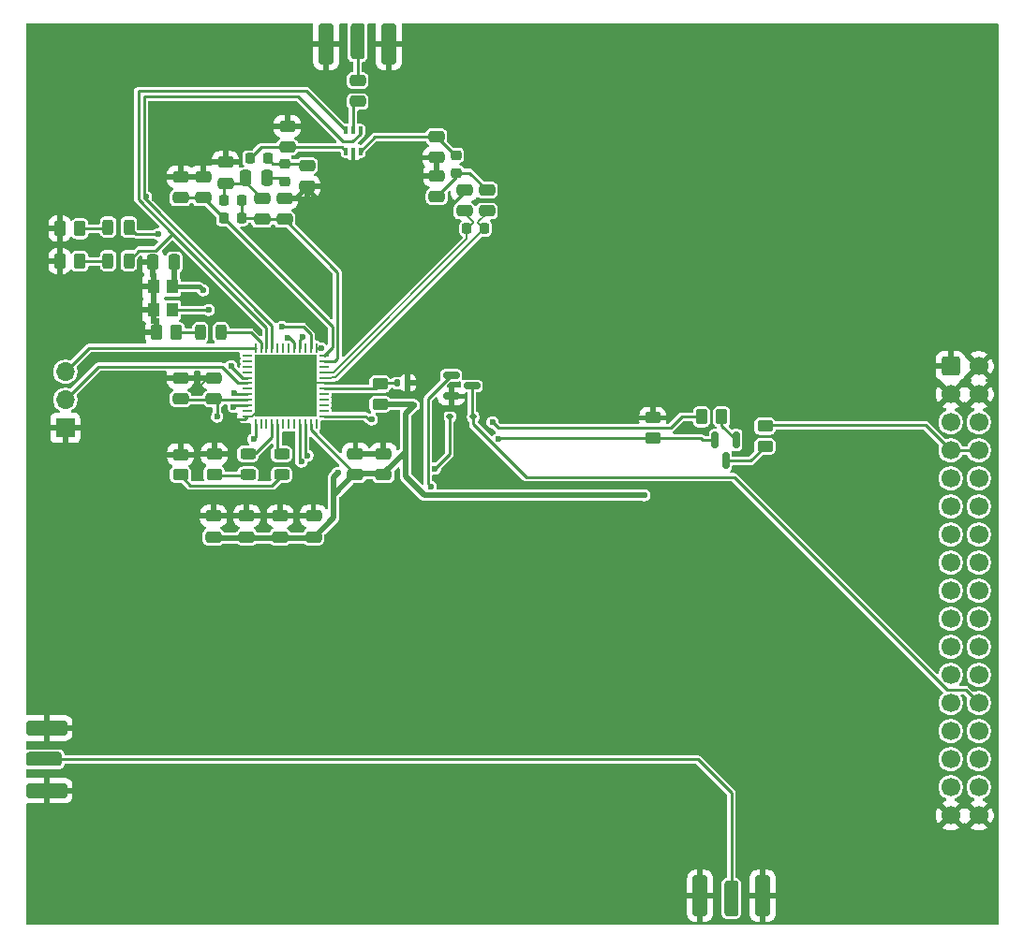
<source format=gbr>
%TF.GenerationSoftware,KiCad,Pcbnew,9.0.0*%
%TF.CreationDate,2025-10-06T21:58:36+02:00*%
%TF.ProjectId,stm32_radio,73746d33-325f-4726-9164-696f2e6b6963,rev?*%
%TF.SameCoordinates,Original*%
%TF.FileFunction,Copper,L1,Top*%
%TF.FilePolarity,Positive*%
%FSLAX46Y46*%
G04 Gerber Fmt 4.6, Leading zero omitted, Abs format (unit mm)*
G04 Created by KiCad (PCBNEW 9.0.0) date 2025-10-06 21:58:36*
%MOMM*%
%LPD*%
G01*
G04 APERTURE LIST*
G04 Aperture macros list*
%AMRoundRect*
0 Rectangle with rounded corners*
0 $1 Rounding radius*
0 $2 $3 $4 $5 $6 $7 $8 $9 X,Y pos of 4 corners*
0 Add a 4 corners polygon primitive as box body*
4,1,4,$2,$3,$4,$5,$6,$7,$8,$9,$2,$3,0*
0 Add four circle primitives for the rounded corners*
1,1,$1+$1,$2,$3*
1,1,$1+$1,$4,$5*
1,1,$1+$1,$6,$7*
1,1,$1+$1,$8,$9*
0 Add four rect primitives between the rounded corners*
20,1,$1+$1,$2,$3,$4,$5,0*
20,1,$1+$1,$4,$5,$6,$7,0*
20,1,$1+$1,$6,$7,$8,$9,0*
20,1,$1+$1,$8,$9,$2,$3,0*%
G04 Aperture macros list end*
%TA.AperFunction,SMDPad,CuDef*%
%ADD10RoundRect,0.250000X-0.385000X-1.350000X0.385000X-1.350000X0.385000X1.350000X-0.385000X1.350000X0*%
%TD*%
%TA.AperFunction,SMDPad,CuDef*%
%ADD11RoundRect,0.250000X-0.425000X-1.600000X0.425000X-1.600000X0.425000X1.600000X-0.425000X1.600000X0*%
%TD*%
%TA.AperFunction,SMDPad,CuDef*%
%ADD12RoundRect,0.250000X-1.350000X0.385000X-1.350000X-0.385000X1.350000X-0.385000X1.350000X0.385000X0*%
%TD*%
%TA.AperFunction,SMDPad,CuDef*%
%ADD13RoundRect,0.250000X-1.600000X0.425000X-1.600000X-0.425000X1.600000X-0.425000X1.600000X0.425000X0*%
%TD*%
%TA.AperFunction,SMDPad,CuDef*%
%ADD14RoundRect,0.250000X0.250000X0.475000X-0.250000X0.475000X-0.250000X-0.475000X0.250000X-0.475000X0*%
%TD*%
%TA.AperFunction,SMDPad,CuDef*%
%ADD15RoundRect,0.150000X-0.150000X0.587500X-0.150000X-0.587500X0.150000X-0.587500X0.150000X0.587500X0*%
%TD*%
%TA.AperFunction,SMDPad,CuDef*%
%ADD16RoundRect,0.250000X-0.262500X-0.450000X0.262500X-0.450000X0.262500X0.450000X-0.262500X0.450000X0*%
%TD*%
%TA.AperFunction,SMDPad,CuDef*%
%ADD17RoundRect,0.250000X0.475000X-0.250000X0.475000X0.250000X-0.475000X0.250000X-0.475000X-0.250000X0*%
%TD*%
%TA.AperFunction,SMDPad,CuDef*%
%ADD18RoundRect,0.250000X-0.475000X0.250000X-0.475000X-0.250000X0.475000X-0.250000X0.475000X0.250000X0*%
%TD*%
%TA.AperFunction,SMDPad,CuDef*%
%ADD19RoundRect,0.250000X0.450000X-0.262500X0.450000X0.262500X-0.450000X0.262500X-0.450000X-0.262500X0*%
%TD*%
%TA.AperFunction,SMDPad,CuDef*%
%ADD20RoundRect,0.250000X0.262500X0.450000X-0.262500X0.450000X-0.262500X-0.450000X0.262500X-0.450000X0*%
%TD*%
%TA.AperFunction,SMDPad,CuDef*%
%ADD21RoundRect,0.243750X0.456250X-0.243750X0.456250X0.243750X-0.456250X0.243750X-0.456250X-0.243750X0*%
%TD*%
%TA.AperFunction,SMDPad,CuDef*%
%ADD22RoundRect,0.243750X-0.243750X-0.456250X0.243750X-0.456250X0.243750X0.456250X-0.243750X0.456250X0*%
%TD*%
%TA.AperFunction,ComponentPad*%
%ADD23R,1.700000X1.700000*%
%TD*%
%TA.AperFunction,ComponentPad*%
%ADD24O,1.700000X1.700000*%
%TD*%
%TA.AperFunction,SMDPad,CuDef*%
%ADD25RoundRect,0.112500X0.187500X0.112500X-0.187500X0.112500X-0.187500X-0.112500X0.187500X-0.112500X0*%
%TD*%
%TA.AperFunction,SMDPad,CuDef*%
%ADD26RoundRect,0.062500X0.062500X-0.375000X0.062500X0.375000X-0.062500X0.375000X-0.062500X-0.375000X0*%
%TD*%
%TA.AperFunction,SMDPad,CuDef*%
%ADD27RoundRect,0.062500X0.375000X-0.062500X0.375000X0.062500X-0.375000X0.062500X-0.375000X-0.062500X0*%
%TD*%
%TA.AperFunction,HeatsinkPad*%
%ADD28R,5.600000X5.600000*%
%TD*%
%TA.AperFunction,SMDPad,CuDef*%
%ADD29RoundRect,0.250000X-0.250000X-0.475000X0.250000X-0.475000X0.250000X0.475000X-0.250000X0.475000X0*%
%TD*%
%TA.AperFunction,SMDPad,CuDef*%
%ADD30RoundRect,0.218750X0.218750X0.256250X-0.218750X0.256250X-0.218750X-0.256250X0.218750X-0.256250X0*%
%TD*%
%TA.AperFunction,SMDPad,CuDef*%
%ADD31RoundRect,0.140000X0.140000X0.170000X-0.140000X0.170000X-0.140000X-0.170000X0.140000X-0.170000X0*%
%TD*%
%TA.AperFunction,ComponentPad*%
%ADD32RoundRect,0.250000X-0.600000X-0.600000X0.600000X-0.600000X0.600000X0.600000X-0.600000X0.600000X0*%
%TD*%
%TA.AperFunction,ComponentPad*%
%ADD33C,1.700000*%
%TD*%
%TA.AperFunction,SMDPad,CuDef*%
%ADD34R,1.100000X1.300000*%
%TD*%
%TA.AperFunction,SMDPad,CuDef*%
%ADD35RoundRect,0.218750X0.256250X-0.218750X0.256250X0.218750X-0.256250X0.218750X-0.256250X-0.218750X0*%
%TD*%
%TA.AperFunction,SMDPad,CuDef*%
%ADD36RoundRect,0.150000X-0.587500X-0.150000X0.587500X-0.150000X0.587500X0.150000X-0.587500X0.150000X0*%
%TD*%
%TA.AperFunction,SMDPad,CuDef*%
%ADD37RoundRect,0.100000X0.100000X-0.225000X0.100000X0.225000X-0.100000X0.225000X-0.100000X-0.225000X0*%
%TD*%
%TA.AperFunction,SMDPad,CuDef*%
%ADD38RoundRect,0.218750X-0.218750X-0.256250X0.218750X-0.256250X0.218750X0.256250X-0.218750X0.256250X0*%
%TD*%
%TA.AperFunction,SMDPad,CuDef*%
%ADD39RoundRect,0.250000X0.385000X1.350000X-0.385000X1.350000X-0.385000X-1.350000X0.385000X-1.350000X0*%
%TD*%
%TA.AperFunction,SMDPad,CuDef*%
%ADD40RoundRect,0.250000X0.425000X1.600000X-0.425000X1.600000X-0.425000X-1.600000X0.425000X-1.600000X0*%
%TD*%
%TA.AperFunction,ViaPad*%
%ADD41C,0.600000*%
%TD*%
%TA.AperFunction,Conductor*%
%ADD42C,0.254000*%
%TD*%
%TA.AperFunction,Conductor*%
%ADD43C,0.508000*%
%TD*%
%TA.AperFunction,Conductor*%
%ADD44C,0.381000*%
%TD*%
%TA.AperFunction,Conductor*%
%ADD45C,0.127000*%
%TD*%
%TA.AperFunction,Conductor*%
%ADD46C,0.200000*%
%TD*%
G04 APERTURE END LIST*
D10*
%TO.P,J5,1,In*%
%TO.N,/50_ohm_test*%
X178562000Y-130465500D03*
D11*
%TO.P,J5,2,Ext*%
%TO.N,GND*%
X181387000Y-130215500D03*
X175737000Y-130215500D03*
%TD*%
D12*
%TO.P,J4,1,In*%
%TO.N,/50_ohm_test*%
X116422500Y-117856000D03*
D13*
%TO.P,J4,2,Ext*%
%TO.N,GND*%
X116672500Y-120681000D03*
X116672500Y-115031000D03*
%TD*%
D14*
%TO.P,C2,1*%
%TO.N,/Radio MCU/3V3*%
X128204000Y-72898000D03*
%TO.P,C2,2*%
%TO.N,GND*%
X126304000Y-72898000D03*
%TD*%
D15*
%TO.P,Q4,1,B*%
%TO.N,Net-(Q4-B)*%
X179004000Y-88978500D03*
%TO.P,Q4,2,E*%
%TO.N,Net-(Q4-E)*%
X177104000Y-88978500D03*
%TO.P,Q4,3,C*%
%TO.N,Net-(Q4-C)*%
X178054000Y-90853500D03*
%TD*%
D16*
%TO.P,R12,1*%
%TO.N,Net-(U1-PA5)*%
X175871500Y-86868000D03*
%TO.P,R12,2*%
%TO.N,Net-(Q4-B)*%
X177696500Y-86868000D03*
%TD*%
D17*
%TO.P,C13,1*%
%TO.N,/Radio MCU/RF out/RFO_HP*%
X138176000Y-69022000D03*
%TO.P,C13,2*%
%TO.N,GND*%
X138176000Y-67122000D03*
%TD*%
D18*
%TO.P,C24,1*%
%TO.N,/Radio MCU/RF out/50ohm_3*%
X140208000Y-64140000D03*
%TO.P,C24,2*%
%TO.N,GND*%
X140208000Y-66040000D03*
%TD*%
D19*
%TO.P,R2,1*%
%TO.N,Net-(D1-K)*%
X128778000Y-92105500D03*
%TO.P,R2,2*%
%TO.N,GND*%
X128778000Y-90280500D03*
%TD*%
D17*
%TO.P,C15,1*%
%TO.N,/Radio MCU/RF out/VR_PA*%
X128778000Y-67072500D03*
%TO.P,C15,2*%
%TO.N,GND*%
X128778000Y-65172500D03*
%TD*%
%TO.P,C16,1*%
%TO.N,/Radio MCU/RF out/RFO_HP*%
X136144000Y-69022000D03*
%TO.P,C16,2*%
%TO.N,/Radio MCU/RF out/50ohm_1*%
X136144000Y-67122000D03*
%TD*%
%TO.P,C14,1*%
%TO.N,/Radio MCU/RF out/RFI_N*%
X154432000Y-68260000D03*
%TO.P,C14,2*%
%TO.N,GND*%
X154432000Y-66360000D03*
%TD*%
D20*
%TO.P,R6,1*%
%TO.N,Net-(D6-K)*%
X119681000Y-69850000D03*
%TO.P,R6,2*%
%TO.N,GND*%
X117856000Y-69850000D03*
%TD*%
D21*
%TO.P,D3,1,K*%
%TO.N,Net-(D3-K)*%
X134874000Y-92114500D03*
%TO.P,D3,2,A*%
%TO.N,Net-(D3-A)*%
X134874000Y-90239500D03*
%TD*%
D19*
%TO.P,R3,1*%
%TO.N,Net-(D3-K)*%
X131826000Y-92073500D03*
%TO.P,R3,2*%
%TO.N,GND*%
X131826000Y-90248500D03*
%TD*%
D22*
%TO.P,D4,1,K*%
%TO.N,Net-(D4-K)*%
X130556000Y-79248000D03*
%TO.P,D4,2,A*%
%TO.N,Net-(D4-A)*%
X132431000Y-79248000D03*
%TD*%
D23*
%TO.P,J3,1,Pin_1*%
%TO.N,GND*%
X118364000Y-87884000D03*
D24*
%TO.P,J3,2,Pin_2*%
%TO.N,/Radio MCU/SWCLK*%
X118364000Y-85344000D03*
%TO.P,J3,3,Pin_3*%
%TO.N,/Radio MCU/SWDIO*%
X118364000Y-82804000D03*
%TD*%
D19*
%TO.P,R10,1*%
%TO.N,Net-(Q4-E)*%
X171450000Y-88796500D03*
%TO.P,R10,2*%
%TO.N,GND*%
X171450000Y-86971500D03*
%TD*%
D18*
%TO.P,C17,1*%
%TO.N,/Radio MCU/RF out/50ohm_RX_1*%
X156464000Y-66360000D03*
%TO.P,C17,2*%
%TO.N,/Radio MCU/RF out/RFI_P*%
X156464000Y-68260000D03*
%TD*%
D25*
%TO.P,D2,1,K*%
%TO.N,/Radio MCU/UART*%
X155228000Y-86868000D03*
%TO.P,D2,2,A*%
%TO.N,/Radio MCU/UART2_RX*%
X153128000Y-86868000D03*
%TD*%
D26*
%TO.P,U1,1,PB3*%
%TO.N,Net-(Q4-E)*%
X135549500Y-87527500D03*
%TO.P,U1,2,PB4*%
%TO.N,unconnected-(U1-PB4-Pad2)*%
X136049500Y-87527500D03*
%TO.P,U1,3,PB5*%
%TO.N,unconnected-(U1-PB5-Pad3)*%
X136549500Y-87527500D03*
%TO.P,U1,4,PB6*%
%TO.N,Net-(D3-A)*%
X137049500Y-87527500D03*
%TO.P,U1,5,PB7*%
%TO.N,Net-(D1-A)*%
X137549500Y-87527500D03*
%TO.P,U1,6,PB8*%
%TO.N,unconnected-(U1-PB8-Pad6)*%
X138049500Y-87527500D03*
%TO.P,U1,7,PA0*%
%TO.N,unconnected-(U1-PA0-Pad7)*%
X138549500Y-87527500D03*
%TO.P,U1,8,PA1*%
%TO.N,/Radio MCU/UART2_RTS*%
X139049500Y-87527500D03*
%TO.P,U1,9,PA2*%
%TO.N,/Radio MCU/UART2_TX*%
X139549500Y-87527500D03*
%TO.P,U1,10,PA3*%
%TO.N,/Radio MCU/UART2_RX*%
X140049500Y-87527500D03*
%TO.P,U1,11,VDD*%
%TO.N,/Radio MCU/3V3*%
X140549500Y-87527500D03*
%TO.P,U1,12,PA4*%
%TO.N,unconnected-(U1-PA4-Pad12)*%
X141049500Y-87527500D03*
D27*
%TO.P,U1,13,PA5*%
%TO.N,Net-(U1-PA5)*%
X141737000Y-86840000D03*
%TO.P,U1,14,PA6*%
%TO.N,unconnected-(U1-PA6-Pad14)*%
X141737000Y-86340000D03*
%TO.P,U1,15,PA7*%
%TO.N,unconnected-(U1-PA7-Pad15)*%
X141737000Y-85840000D03*
%TO.P,U1,16,PA8*%
%TO.N,unconnected-(U1-PA8-Pad16)*%
X141737000Y-85340000D03*
%TO.P,U1,17,PA9*%
%TO.N,unconnected-(U1-PA9-Pad17)*%
X141737000Y-84840000D03*
%TO.P,U1,18,NRST*%
%TO.N,Net-(U1-NRST)*%
X141737000Y-84340000D03*
%TO.P,U1,19,PH3*%
%TO.N,GND*%
X141737000Y-83840000D03*
%TO.P,U1,20,RFI_P*%
%TO.N,/Radio MCU/RF out/RFI_P*%
X141737000Y-83340000D03*
%TO.P,U1,21,RFI_N*%
%TO.N,/Radio MCU/RF out/RFI_N*%
X141737000Y-82840000D03*
%TO.P,U1,22,RFO_LP*%
%TO.N,unconnected-(U1-RFO_LP-Pad22)*%
X141737000Y-82340000D03*
%TO.P,U1,23,RFO_HP*%
%TO.N,/Radio MCU/RF out/RFO_HP*%
X141737000Y-81840000D03*
%TO.P,U1,24,VR_PA*%
%TO.N,/Radio MCU/RF out/VR_PA*%
X141737000Y-81340000D03*
D26*
%TO.P,U1,25,VDDPA*%
%TO.N,/Radio MCU/3V3*%
X141049500Y-80652500D03*
%TO.P,U1,26,OSC_IN*%
%TO.N,Net-(U1-OSC_IN)*%
X140549500Y-80652500D03*
%TO.P,U1,27,OSC_OUT*%
%TO.N,unconnected-(U1-OSC_OUT-Pad27)*%
X140049500Y-80652500D03*
%TO.P,U1,28,VDDRF*%
%TO.N,/Radio MCU/3V3*%
X139549500Y-80652500D03*
%TO.P,U1,29,VDDRF1V55*%
%TO.N,/Radio MCU/1V5*%
X139049500Y-80652500D03*
%TO.P,U1,30,PB0*%
%TO.N,unconnected-(U1-PB0-Pad30)*%
X138549500Y-80652500D03*
%TO.P,U1,31,PB2*%
%TO.N,unconnected-(U1-PB2-Pad31)*%
X138049500Y-80652500D03*
%TO.P,U1,32,PB12*%
%TO.N,unconnected-(U1-PB12-Pad32)*%
X137549500Y-80652500D03*
%TO.P,U1,33,PA10*%
%TO.N,/Radio MCU/RF out/TX_EN*%
X137049500Y-80652500D03*
%TO.P,U1,34,PA11*%
%TO.N,/Radio MCU/RF out/RX_EN*%
X136549500Y-80652500D03*
%TO.P,U1,35,PA12*%
%TO.N,Net-(D4-A)*%
X136049500Y-80652500D03*
%TO.P,U1,36,PA13*%
%TO.N,/Radio MCU/SWDIO*%
X135549500Y-80652500D03*
D27*
%TO.P,U1,37,VBAT*%
%TO.N,unconnected-(U1-VBAT-Pad37)*%
X134862000Y-81340000D03*
%TO.P,U1,38,PC13*%
%TO.N,unconnected-(U1-PC13-Pad38)*%
X134862000Y-81840000D03*
%TO.P,U1,39,PC14*%
%TO.N,unconnected-(U1-PC14-Pad39)*%
X134862000Y-82340000D03*
%TO.P,U1,40,PC15*%
%TO.N,unconnected-(U1-PC15-Pad40)*%
X134862000Y-82840000D03*
%TO.P,U1,41,VDDA*%
%TO.N,/Radio MCU/3V3*%
X134862000Y-83340000D03*
%TO.P,U1,42,PA14*%
%TO.N,/Radio MCU/SWCLK*%
X134862000Y-83840000D03*
%TO.P,U1,43,PA15*%
%TO.N,unconnected-(U1-PA15-Pad43)*%
X134862000Y-84340000D03*
%TO.P,U1,44,VDD*%
%TO.N,/Radio MCU/3V3*%
X134862000Y-84840000D03*
%TO.P,U1,45,VFBSMPS*%
%TO.N,/Radio MCU/1V5*%
X134862000Y-85340000D03*
%TO.P,U1,46,VDDSMPS*%
%TO.N,/Radio MCU/3V3*%
X134862000Y-85840000D03*
%TO.P,U1,47,VLXSMPS*%
%TO.N,unconnected-(U1-VLXSMPS-Pad47)*%
X134862000Y-86340000D03*
%TO.P,U1,48,VSSSMPS*%
%TO.N,GND*%
X134862000Y-86840000D03*
D28*
%TO.P,U1,49,VSS*%
X138299500Y-84090000D03*
%TD*%
D17*
%TO.P,C10,1*%
%TO.N,/Radio MCU/3V3*%
X140792000Y-97745500D03*
%TO.P,C10,2*%
%TO.N,GND*%
X140792000Y-95845500D03*
%TD*%
D29*
%TO.P,C21,1*%
%TO.N,/Radio MCU/RF out/50ohm_1*%
X134686000Y-65278000D03*
%TO.P,C21,2*%
%TO.N,/Radio MCU/RF out/50ohm_2*%
X136586000Y-65278000D03*
%TD*%
D30*
%TO.P,L3,1,1*%
%TO.N,/Radio MCU/RF out/RFO_HP*%
X134282500Y-67326500D03*
%TO.P,L3,2,2*%
%TO.N,/Radio MCU/RF out/50ohm_1*%
X132707500Y-67326500D03*
%TD*%
D17*
%TO.P,C8,1*%
%TO.N,/Radio MCU/3V3*%
X137782000Y-97745500D03*
%TO.P,C8,2*%
%TO.N,GND*%
X137782000Y-95845500D03*
%TD*%
%TO.P,C25,1*%
%TO.N,/Radio MCU/RF out/RF_TX*%
X138430000Y-62484000D03*
%TO.P,C25,2*%
%TO.N,GND*%
X138430000Y-60584000D03*
%TD*%
%TO.P,C19,1*%
%TO.N,/Radio MCU/RF out/VR_PA*%
X130810000Y-67072500D03*
%TO.P,C19,2*%
%TO.N,GND*%
X130810000Y-65172500D03*
%TD*%
%TO.P,C11,1*%
%TO.N,/Radio MCU/1V5*%
X128778000Y-85256500D03*
%TO.P,C11,2*%
%TO.N,GND*%
X128778000Y-83356500D03*
%TD*%
%TO.P,C22,1*%
%TO.N,/Radio MCU/RF out/50ohm_RX_1*%
X151927500Y-66954000D03*
%TO.P,C22,2*%
%TO.N,GND*%
X151927500Y-65054000D03*
%TD*%
%TO.P,C1,1*%
%TO.N,/Radio MCU/3V3*%
X144599500Y-92120000D03*
%TO.P,C1,2*%
%TO.N,GND*%
X144599500Y-90220000D03*
%TD*%
D30*
%TO.P,L2,1,1*%
%TO.N,/Radio MCU/RF out/RFI_P*%
X156235500Y-69850000D03*
%TO.P,L2,2,2*%
%TO.N,/Radio MCU/RF out/RFI_N*%
X154660500Y-69850000D03*
%TD*%
D17*
%TO.P,C53,1*%
%TO.N,/Radio MCU/RF out/RF_unfiltered*%
X144780000Y-58354000D03*
%TO.P,C53,2*%
%TO.N,/Radio MCU/RF out*%
X144780000Y-56454000D03*
%TD*%
D30*
%TO.P,L6,1,1*%
%TO.N,/Radio MCU/RF out/50ohm_3*%
X136652000Y-63500000D03*
%TO.P,L6,2,2*%
%TO.N,/Radio MCU/RF out/RF_TX*%
X135077000Y-63500000D03*
%TD*%
D31*
%TO.P,C6,1*%
%TO.N,GND*%
X149324000Y-83820000D03*
%TO.P,C6,2*%
%TO.N,Net-(U1-NRST)*%
X148364000Y-83820000D03*
%TD*%
D17*
%TO.P,C9,1*%
%TO.N,/Radio MCU/3V3*%
X147109500Y-92120000D03*
%TO.P,C9,2*%
%TO.N,GND*%
X147109500Y-90220000D03*
%TD*%
D21*
%TO.P,D1,1,K*%
%TO.N,Net-(D1-K)*%
X137922000Y-92123500D03*
%TO.P,D1,2,A*%
%TO.N,Net-(D1-A)*%
X137922000Y-90248500D03*
%TD*%
D32*
%TO.P,B1,1,GND*%
%TO.N,GND*%
X198374000Y-82296000D03*
D33*
%TO.P,B1,2,GND*%
X200914000Y-82296000D03*
%TO.P,B1,3,GND*%
X198374000Y-84836000D03*
%TO.P,B1,4,GND*%
X200914000Y-84836000D03*
%TO.P,B1,5,Reg_bus_3v3*%
%TO.N,/Radio MCU/3V3*%
X198374000Y-87376000D03*
%TO.P,B1,6,Reg_bus_3v3*%
X200914000Y-87376000D03*
%TO.P,B1,7,Unreg_bus*%
%TO.N,/Radio MCU/VBAT*%
X198374000Y-89916000D03*
%TO.P,B1,8,Unreg_bus*%
X200914000Y-89916000D03*
%TO.P,B1,9,Perif1_EN*%
%TO.N,unconnected-(B1-Perif1_EN-Pad9)*%
X198374000Y-92456000D03*
%TO.P,B1,10,Perfi1_Data*%
%TO.N,unconnected-(B1-Perfi1_Data-Pad10)*%
X200914000Y-92456000D03*
%TO.P,B1,11,Perif1_Fault*%
%TO.N,unconnected-(B1-Perif1_Fault-Pad11)*%
X198374000Y-94996000D03*
%TO.P,B1,12,Perif1_AUX*%
%TO.N,unconnected-(B1-Perif1_AUX-Pad12)*%
X200914000Y-94996000D03*
%TO.P,B1,13,Perif2_EN*%
%TO.N,unconnected-(B1-Perif2_EN-Pad13)*%
X198374000Y-97536000D03*
%TO.P,B1,14,Perfi2_Data*%
%TO.N,unconnected-(B1-Perfi2_Data-Pad14)*%
X200914000Y-97536000D03*
%TO.P,B1,15,Perif2_Fault*%
%TO.N,unconnected-(B1-Perif2_Fault-Pad15)*%
X198374000Y-100076000D03*
%TO.P,B1,16,Perif2_AUX*%
%TO.N,unconnected-(B1-Perif2_AUX-Pad16)*%
X200914000Y-100076000D03*
%TO.P,B1,17,Perif3_EN*%
%TO.N,unconnected-(B1-Perif3_EN-Pad17)*%
X198374000Y-102616000D03*
%TO.P,B1,18,Perfi3_Data*%
%TO.N,unconnected-(B1-Perfi3_Data-Pad18)*%
X200914000Y-102616000D03*
%TO.P,B1,19,Perif3_Fault*%
%TO.N,unconnected-(B1-Perif3_Fault-Pad19)*%
X198374000Y-105156000D03*
%TO.P,B1,20,Perif3_AUX*%
%TO.N,unconnected-(B1-Perif3_AUX-Pad20)*%
X200914000Y-105156000D03*
%TO.P,B1,21,Perif4_EN*%
%TO.N,unconnected-(B1-Perif4_EN-Pad21)*%
X198374000Y-107696000D03*
%TO.P,B1,22,Perfi4_Data*%
%TO.N,unconnected-(B1-Perfi4_Data-Pad22)*%
X200914000Y-107696000D03*
%TO.P,B1,23,Perif4_Fault*%
%TO.N,unconnected-(B1-Perif4_Fault-Pad23)*%
X198374000Y-110236000D03*
%TO.P,B1,24,Perif4_AUX*%
%TO.N,unconnected-(B1-Perif4_AUX-Pad24)*%
X200914000Y-110236000D03*
%TO.P,B1,25,COM_EN*%
%TO.N,/Power EN*%
X198374000Y-112776000D03*
%TO.P,B1,26,COM_Data*%
%TO.N,/Radio MCU/UART*%
X200914000Y-112776000D03*
%TO.P,B1,27,COM_Fault*%
%TO.N,/nFAULT*%
X198374000Y-115316000D03*
%TO.P,B1,28,COM_AUX*%
%TO.N,unconnected-(B1-COM_AUX-Pad28)*%
X200914000Y-115316000D03*
%TO.P,B1,29,AUX1*%
%TO.N,unconnected-(B1-AUX1-Pad29)*%
X198374000Y-117856000D03*
%TO.P,B1,30,AUX2*%
%TO.N,unconnected-(B1-AUX2-Pad30)*%
X200914000Y-117856000D03*
%TO.P,B1,31,AUX3*%
%TO.N,unconnected-(B1-AUX3-Pad31)*%
X198374000Y-120396000D03*
%TO.P,B1,32,AUX4*%
%TO.N,unconnected-(B1-AUX4-Pad32)*%
X200914000Y-120396000D03*
%TO.P,B1,33,GND*%
%TO.N,GND*%
X198374000Y-122936000D03*
%TO.P,B1,34,GND*%
X200914000Y-122936000D03*
%TD*%
D22*
%TO.P,D5,1,K*%
%TO.N,Net-(D5-K)*%
X122241000Y-72755000D03*
%TO.P,D5,2,A*%
%TO.N,/Radio MCU/RF out/RX_EN*%
X124116000Y-72755000D03*
%TD*%
D34*
%TO.P,X1,1,EN*%
%TO.N,GND*%
X126366000Y-75116000D03*
%TO.P,X1,2,GND*%
X126366000Y-77216000D03*
%TO.P,X1,3,OUT*%
%TO.N,Net-(U1-OSC_IN)*%
X128016000Y-77216000D03*
%TO.P,X1,4,Vdd*%
%TO.N,/Radio MCU/3V3*%
X128016000Y-75116000D03*
%TD*%
D17*
%TO.P,C7,1*%
%TO.N,/Radio MCU/3V3*%
X134772000Y-97745500D03*
%TO.P,C7,2*%
%TO.N,GND*%
X134772000Y-95845500D03*
%TD*%
D35*
%TO.P,L5,1,1*%
%TO.N,/Radio MCU/RF out/50ohm_RX_1*%
X153670000Y-64795500D03*
%TO.P,L5,2,2*%
%TO.N,/Radio MCU/RF out/RF_RX*%
X153670000Y-63220500D03*
%TD*%
D17*
%TO.P,C18,1*%
%TO.N,/Radio MCU/RF out/50ohm_1*%
X132842000Y-65736500D03*
%TO.P,C18,2*%
%TO.N,GND*%
X132842000Y-63836500D03*
%TD*%
D35*
%TO.P,L4,1,1*%
%TO.N,/Radio MCU/RF out/50ohm_2*%
X138176000Y-65557500D03*
%TO.P,L4,2,2*%
%TO.N,/Radio MCU/RF out/50ohm_3*%
X138176000Y-63982500D03*
%TD*%
D20*
%TO.P,R4,1*%
%TO.N,Net-(D4-K)*%
X128420500Y-79248000D03*
%TO.P,R4,2*%
%TO.N,GND*%
X126595500Y-79248000D03*
%TD*%
D36*
%TO.P,Q2,1,G*%
%TO.N,/Radio MCU/UART2_TX*%
X153240500Y-83124000D03*
%TO.P,Q2,2,S*%
%TO.N,GND*%
X153240500Y-85024000D03*
%TO.P,Q2,3,D*%
%TO.N,/Radio MCU/UART*%
X155115500Y-84074000D03*
%TD*%
D19*
%TO.P,R1,1*%
%TO.N,/Radio MCU/3V3*%
X146812000Y-85748500D03*
%TO.P,R1,2*%
%TO.N,Net-(U1-NRST)*%
X146812000Y-83923500D03*
%TD*%
D17*
%TO.P,C5,1*%
%TO.N,/Radio MCU/3V3*%
X131762000Y-97745500D03*
%TO.P,C5,2*%
%TO.N,GND*%
X131762000Y-95845500D03*
%TD*%
D19*
%TO.P,R11,1*%
%TO.N,Net-(Q4-C)*%
X181610000Y-89558500D03*
%TO.P,R11,2*%
%TO.N,/Radio MCU/VBAT*%
X181610000Y-87733500D03*
%TD*%
D22*
%TO.P,D6,1,K*%
%TO.N,Net-(D6-K)*%
X122241000Y-69715000D03*
%TO.P,D6,2,A*%
%TO.N,/Radio MCU/RF out/TX_EN*%
X124116000Y-69715000D03*
%TD*%
D37*
%TO.P,U2,1,J3*%
%TO.N,/Radio MCU/RF out/RF_TX*%
X143734000Y-62860000D03*
%TO.P,U2,2,GND*%
%TO.N,GND*%
X144384000Y-62860000D03*
%TO.P,U2,3,J2*%
%TO.N,/Radio MCU/RF out/RF_RX*%
X145034000Y-62860000D03*
%TO.P,U2,4,V1*%
%TO.N,/Radio MCU/RF out/TX_EN*%
X145034000Y-60960000D03*
%TO.P,U2,5,J1*%
%TO.N,/Radio MCU/RF out/RF_unfiltered*%
X144384000Y-60960000D03*
%TO.P,U2,6,V2*%
%TO.N,/Radio MCU/RF out/RX_EN*%
X143734000Y-60960000D03*
%TD*%
D18*
%TO.P,C23,1*%
%TO.N,/Radio MCU/RF out/RF_RX*%
X151892000Y-61534000D03*
%TO.P,C23,2*%
%TO.N,GND*%
X151892000Y-63434000D03*
%TD*%
D20*
%TO.P,R5,1*%
%TO.N,Net-(D5-K)*%
X119681000Y-72800000D03*
%TO.P,R5,2*%
%TO.N,GND*%
X117856000Y-72800000D03*
%TD*%
D38*
%TO.P,L1,1,1*%
%TO.N,/Radio MCU/RF out/VR_PA*%
X132707500Y-68916500D03*
%TO.P,L1,2,2*%
%TO.N,/Radio MCU/RF out/RFO_HP*%
X134282500Y-68916500D03*
%TD*%
D39*
%TO.P,J2,1,In*%
%TO.N,/Radio MCU/RF out*%
X144780000Y-52922500D03*
D40*
%TO.P,J2,2,Ext*%
%TO.N,GND*%
X141955000Y-53172500D03*
X147605000Y-53172500D03*
%TD*%
D17*
%TO.P,C12,1*%
%TO.N,/Radio MCU/1V5*%
X131788000Y-85256500D03*
%TO.P,C12,2*%
%TO.N,GND*%
X131788000Y-83356500D03*
%TD*%
D41*
%TO.N,/Radio MCU/3V3*%
X130810000Y-75438000D03*
X133604000Y-84713000D03*
X133592000Y-85967000D03*
X142999000Y-91945000D03*
X133350000Y-82296000D03*
X141482775Y-80707512D03*
X139852167Y-79621000D03*
X170688000Y-93980000D03*
X149860000Y-85852000D03*
%TO.N,GND*%
X144272000Y-64516000D03*
X151638000Y-59182000D03*
X144018000Y-87884000D03*
X154178000Y-73660000D03*
X134366000Y-77978000D03*
X149860000Y-65278000D03*
X140208000Y-84836000D03*
X139446000Y-93980000D03*
X140208000Y-82296000D03*
X145796000Y-59944000D03*
X143256000Y-59436000D03*
X148590000Y-78994000D03*
X146050000Y-82296000D03*
X133096000Y-87122000D03*
X159258000Y-70104000D03*
X130810000Y-62992000D03*
X136578840Y-85524840D03*
X156972000Y-62992000D03*
X139700000Y-73660000D03*
X122682000Y-93980000D03*
X136144000Y-60198000D03*
X151130000Y-76962000D03*
X145288000Y-94234000D03*
X141224000Y-67310000D03*
X152908000Y-68072000D03*
X148590000Y-74676000D03*
X151892000Y-71882000D03*
X133096000Y-94234000D03*
X130556000Y-68834000D03*
X143764000Y-72644000D03*
X130302000Y-84328000D03*
X137922000Y-75692000D03*
X144018000Y-76962000D03*
X127000000Y-93980000D03*
%TO.N,/Radio MCU/1V5*%
X132080000Y-86868000D03*
X138428413Y-79717758D03*
%TO.N,/Radio MCU/UART2_RX*%
X151765000Y-91567000D03*
X140265687Y-90366313D03*
%TO.N,/Radio MCU/UART2_TX*%
X139700000Y-90932000D03*
X151384000Y-93218000D03*
%TO.N,Net-(U1-OSC_IN)*%
X131318000Y-77216000D03*
X137922000Y-78740000D03*
%TO.N,/Radio MCU/RF out/TX_EN*%
X126746000Y-70358000D03*
X125659021Y-66988181D03*
%TO.N,Net-(U1-PA5)*%
X156972000Y-87376000D03*
X146050000Y-87122000D03*
%TO.N,Net-(Q4-E)*%
X157480000Y-88900000D03*
X135382000Y-88900000D03*
%TD*%
D42*
%TO.N,/50_ohm_test*%
X175514000Y-117856000D02*
X116422500Y-117856000D01*
X178562000Y-120904000D02*
X175514000Y-117856000D01*
X178562000Y-130465500D02*
X178562000Y-120904000D01*
D43*
%TO.N,/Radio MCU/3V3*%
X147109500Y-92032500D02*
X144687000Y-92032500D01*
X149098000Y-86614000D02*
X149860000Y-85852000D01*
X149098000Y-90044000D02*
X149098000Y-86614000D01*
X142622000Y-93922500D02*
X144599500Y-91945000D01*
X140792000Y-97833000D02*
X142622000Y-96003000D01*
D42*
X140549500Y-87527500D02*
X140549500Y-88070000D01*
D43*
X142622000Y-96003000D02*
X142622000Y-93922500D01*
X170681000Y-93973000D02*
X150817268Y-93973000D01*
D42*
X134862000Y-85840000D02*
X133719000Y-85840000D01*
D43*
X170688000Y-93980000D02*
X170681000Y-93973000D01*
X131762000Y-97833000D02*
X134772000Y-97833000D01*
X137782000Y-97833000D02*
X134772000Y-97833000D01*
D44*
X128016000Y-75116000D02*
X130488000Y-75116000D01*
D42*
X139852167Y-79621000D02*
X139549500Y-79923667D01*
X139549500Y-79923667D02*
X139549500Y-80652500D01*
D43*
X144687000Y-92032500D02*
X144599500Y-91945000D01*
X149756500Y-85748500D02*
X149860000Y-85852000D01*
D42*
X141482775Y-80707512D02*
X141104512Y-80707512D01*
X141104512Y-80707512D02*
X141049500Y-80652500D01*
X133350000Y-82296000D02*
X133350000Y-82319484D01*
X134370516Y-83340000D02*
X134862000Y-83340000D01*
D43*
X128204000Y-72898000D02*
X128204000Y-74928000D01*
X147109500Y-92032500D02*
X149098000Y-90044000D01*
X142622000Y-93922500D02*
X142622000Y-92322000D01*
X149098000Y-92253732D02*
X149098000Y-90044000D01*
D42*
X133731000Y-84840000D02*
X133604000Y-84713000D01*
X133719000Y-85840000D02*
X133592000Y-85967000D01*
D43*
X142622000Y-92322000D02*
X142999000Y-91945000D01*
X150817268Y-93973000D02*
X149098000Y-92253732D01*
X128204000Y-74928000D02*
X128016000Y-75116000D01*
X146812000Y-85748500D02*
X149756500Y-85748500D01*
D44*
X130488000Y-75116000D02*
X130810000Y-75438000D01*
D42*
X140549500Y-88070000D02*
X144599500Y-92120000D01*
X134862000Y-84840000D02*
X133731000Y-84840000D01*
D43*
X140792000Y-97833000D02*
X137782000Y-97833000D01*
D42*
X133350000Y-82319484D02*
X134370516Y-83340000D01*
D45*
%TO.N,GND*%
X138263680Y-83840000D02*
X136578840Y-85524840D01*
D42*
X154432000Y-66548000D02*
X152908000Y-68072000D01*
X144599500Y-88465500D02*
X144018000Y-87884000D01*
X126304000Y-75054000D02*
X126366000Y-75116000D01*
X144384000Y-62860000D02*
X144384000Y-64404000D01*
X126304000Y-72898000D02*
X126304000Y-75054000D01*
X144506000Y-83840000D02*
X141737000Y-83840000D01*
D44*
X140208000Y-66040000D02*
X140208000Y-66294000D01*
D42*
X144384000Y-64404000D02*
X144272000Y-64516000D01*
D46*
X131361000Y-83269000D02*
X130302000Y-84328000D01*
D42*
X133096000Y-87122000D02*
X134580000Y-87122000D01*
D45*
X141737000Y-83840000D02*
X138263680Y-83840000D01*
D44*
X138176000Y-67122000D02*
X141036000Y-67122000D01*
D45*
X136578840Y-85524840D02*
X135263680Y-86840000D01*
X135263680Y-86840000D02*
X134862000Y-86840000D01*
D44*
X140208000Y-66294000D02*
X141224000Y-67310000D01*
X139126000Y-67122000D02*
X140208000Y-66040000D01*
X138176000Y-67122000D02*
X139126000Y-67122000D01*
X141036000Y-67122000D02*
X141224000Y-67310000D01*
D42*
X146050000Y-82296000D02*
X144506000Y-83840000D01*
D46*
X131788000Y-83269000D02*
X131361000Y-83269000D01*
D42*
X134580000Y-87122000D02*
X134862000Y-86840000D01*
X154432000Y-66360000D02*
X154432000Y-66548000D01*
X144599500Y-90395000D02*
X144599500Y-88465500D01*
%TO.N,Net-(U1-NRST)*%
X146915500Y-83820000D02*
X146812000Y-83923500D01*
X148364000Y-83820000D02*
X146915500Y-83820000D01*
X141737000Y-84340000D02*
X146395500Y-84340000D01*
X146395500Y-84340000D02*
X146812000Y-83923500D01*
X148260500Y-83923500D02*
X148364000Y-83820000D01*
%TO.N,/Radio MCU/1V5*%
X132080000Y-86868000D02*
X132080000Y-85636000D01*
X132080000Y-85636000D02*
X131788000Y-85344000D01*
X131792000Y-85340000D02*
X131788000Y-85344000D01*
X139049500Y-80652500D02*
X139049500Y-80161016D01*
X131788000Y-85344000D02*
X128778000Y-85344000D01*
X139049500Y-80161016D02*
X138606242Y-79717758D01*
X138606242Y-79717758D02*
X138428413Y-79717758D01*
X134862000Y-85340000D02*
X131792000Y-85340000D01*
%TO.N,/Radio MCU/RF out/RFO_HP*%
X142949000Y-81587000D02*
X142696000Y-81840000D01*
X138176000Y-69022000D02*
X142949000Y-73795000D01*
X142949000Y-73795000D02*
X142949000Y-81587000D01*
X134282500Y-68916500D02*
X136038500Y-68916500D01*
X136144000Y-69022000D02*
X138176000Y-69022000D01*
X136038500Y-68916500D02*
X136144000Y-69022000D01*
X134282500Y-68916500D02*
X134282500Y-67326500D01*
X142696000Y-81840000D02*
X141737000Y-81840000D01*
D46*
%TO.N,/Radio MCU/RF out/RFI_N*%
X155223000Y-69287500D02*
X155223000Y-69276000D01*
X142393251Y-82840000D02*
X141737000Y-82840000D01*
X154660500Y-69850000D02*
X155223000Y-69287500D01*
X155223000Y-69276000D02*
X154432000Y-68485000D01*
X154660500Y-70788603D02*
X142584103Y-82865000D01*
X142418251Y-82865000D02*
X142393251Y-82840000D01*
X154432000Y-68485000D02*
X154432000Y-68260000D01*
X154660500Y-69850000D02*
X154660500Y-70788603D01*
X142584103Y-82865000D02*
X142418251Y-82865000D01*
D42*
%TO.N,/Radio MCU/RF out/VR_PA*%
X128778000Y-67072500D02*
X130810000Y-67072500D01*
X130810000Y-67072500D02*
X130863500Y-67072500D01*
X142494000Y-78703000D02*
X142494000Y-80583000D01*
X130863500Y-67072500D02*
X132707500Y-68916500D01*
X132707500Y-68916500D02*
X142494000Y-78703000D01*
X142494000Y-80583000D02*
X141737000Y-81340000D01*
%TO.N,/Radio MCU/RF out/50ohm_1*%
X132842000Y-65736500D02*
X134227500Y-65736500D01*
X132707500Y-65871000D02*
X132842000Y-65736500D01*
X134227500Y-65736500D02*
X134686000Y-65278000D01*
X134686000Y-65664000D02*
X136144000Y-67122000D01*
X132707500Y-67326500D02*
X132707500Y-65871000D01*
X134686000Y-65278000D02*
X134686000Y-65664000D01*
D46*
%TO.N,/Radio MCU/RF out/RFI_P*%
X142770500Y-83315000D02*
X142418251Y-83315000D01*
X155673000Y-69287500D02*
X155673000Y-69276000D01*
X156235500Y-69850000D02*
X142770500Y-83315000D01*
X156235500Y-69850000D02*
X155673000Y-69287500D01*
X142418251Y-83315000D02*
X142393251Y-83340000D01*
X142393251Y-83340000D02*
X141737000Y-83340000D01*
X155673000Y-69276000D02*
X156464000Y-68485000D01*
X156464000Y-68485000D02*
X156464000Y-68260000D01*
D42*
%TO.N,/Radio MCU/RF out/50ohm_RX_1*%
X154899500Y-64795500D02*
X153670000Y-64795500D01*
X156464000Y-66360000D02*
X154899500Y-64795500D01*
X151927500Y-66954000D02*
X153670000Y-65211500D01*
X153670000Y-65211500D02*
X153670000Y-64795500D01*
%TO.N,/Radio MCU/RF out/50ohm_2*%
X136586000Y-65278000D02*
X137896500Y-65278000D01*
X137896500Y-65278000D02*
X138176000Y-65557500D01*
%TO.N,/Radio MCU/RF out/RF_RX*%
X153670000Y-63220500D02*
X153578500Y-63220500D01*
X151892000Y-61534000D02*
X146360000Y-61534000D01*
X153578500Y-63220500D02*
X151892000Y-61534000D01*
X146360000Y-61534000D02*
X145034000Y-62860000D01*
%TO.N,/Radio MCU/RF out/50ohm_3*%
X140050500Y-63982500D02*
X140208000Y-64140000D01*
X138176000Y-63982500D02*
X137134500Y-63982500D01*
X138176000Y-63982500D02*
X140050500Y-63982500D01*
X137134500Y-63982500D02*
X136652000Y-63500000D01*
%TO.N,/Radio MCU/RF out/RF_TX*%
X138430000Y-62484000D02*
X143358000Y-62484000D01*
X135077000Y-63500000D02*
X136093000Y-62484000D01*
X143358000Y-62484000D02*
X143734000Y-62860000D01*
X136093000Y-62484000D02*
X138430000Y-62484000D01*
%TO.N,Net-(D5-K)*%
X122196000Y-72800000D02*
X122241000Y-72755000D01*
X119681000Y-72800000D02*
X122196000Y-72800000D01*
%TO.N,Net-(D1-A)*%
X137922000Y-90161000D02*
X137549500Y-89788500D01*
X137549500Y-89788500D02*
X137549500Y-87527500D01*
%TO.N,Net-(D1-K)*%
X128778000Y-92193000D02*
X129690000Y-93105000D01*
X137028000Y-93105000D02*
X137922000Y-92211000D01*
X129690000Y-93105000D02*
X137028000Y-93105000D01*
%TO.N,/Radio MCU/UART2_RX*%
X151765000Y-91567000D02*
X153078000Y-90254000D01*
X140049500Y-90150126D02*
X140265687Y-90366313D01*
X153078000Y-90254000D02*
X153078000Y-86868000D01*
X140049500Y-87527500D02*
X140049500Y-90150126D01*
%TO.N,/Radio MCU/UART*%
X155228000Y-86868000D02*
X155228000Y-87536127D01*
X155115500Y-84074000D02*
X155115500Y-86755500D01*
X160027873Y-92336000D02*
X178808056Y-92336000D01*
X155115500Y-86755500D02*
X155228000Y-86868000D01*
X198070056Y-111598000D02*
X199736000Y-111598000D01*
X178808056Y-92336000D02*
X198070056Y-111598000D01*
X155228000Y-87536127D02*
X160027873Y-92336000D01*
X199736000Y-111598000D02*
X200914000Y-112776000D01*
%TO.N,Net-(D3-K)*%
X134874000Y-92202000D02*
X131867000Y-92202000D01*
X131867000Y-92202000D02*
X131826000Y-92161000D01*
%TO.N,Net-(D3-A)*%
X134874000Y-90152000D02*
X135574000Y-90152000D01*
X137049500Y-88676500D02*
X137049500Y-87527500D01*
X135574000Y-90152000D02*
X137049500Y-88676500D01*
%TO.N,Net-(D4-A)*%
X135136484Y-79248000D02*
X136049500Y-80161016D01*
X136049500Y-80161016D02*
X136049500Y-80652500D01*
X132431000Y-79248000D02*
X135136484Y-79248000D01*
%TO.N,Net-(D4-K)*%
X128420500Y-79248000D02*
X130556000Y-79248000D01*
%TO.N,Net-(D6-K)*%
X122106000Y-69850000D02*
X122241000Y-69715000D01*
X119681000Y-69850000D02*
X122106000Y-69850000D01*
%TO.N,Net-(Q4-C)*%
X178054000Y-90853500D02*
X180315000Y-90853500D01*
X180315000Y-90853500D02*
X181610000Y-89558500D01*
%TO.N,/Radio MCU/RF out*%
X144780000Y-56454000D02*
X144780000Y-52922500D01*
%TO.N,/Radio MCU/SWDIO*%
X135549500Y-80652500D02*
X120515500Y-80652500D01*
X120515500Y-80652500D02*
X118364000Y-82804000D01*
%TO.N,/Radio MCU/SWCLK*%
X132509342Y-82353500D02*
X121354500Y-82353500D01*
X134862000Y-83840000D02*
X133995842Y-83840000D01*
X121354500Y-82353500D02*
X118364000Y-85344000D01*
X133995842Y-83840000D02*
X132509342Y-82353500D01*
%TO.N,/Radio MCU/UART2_TX*%
X151137000Y-92971000D02*
X151137000Y-85227500D01*
X151137000Y-85227500D02*
X153240500Y-83124000D01*
X139549500Y-87527500D02*
X139549500Y-90781500D01*
X151384000Y-93218000D02*
X151137000Y-92971000D01*
X139549500Y-90781500D02*
X139700000Y-90932000D01*
%TO.N,Net-(U1-OSC_IN)*%
X140549500Y-79430206D02*
X139859294Y-78740000D01*
X131318000Y-77216000D02*
X128016000Y-77216000D01*
X140549500Y-80652500D02*
X140549500Y-79430206D01*
X139859294Y-78740000D02*
X137922000Y-78740000D01*
%TO.N,/Radio MCU/RF out/TX_EN*%
X144342999Y-61976000D02*
X143493468Y-61976000D01*
X124759000Y-70358000D02*
X126746000Y-70358000D01*
X124116000Y-69715000D02*
X124759000Y-70358000D01*
X145034000Y-61284999D02*
X144342999Y-61976000D01*
X139429468Y-57912000D02*
X125476000Y-57912000D01*
X145034000Y-60960000D02*
X145034000Y-61284999D01*
X137049500Y-78621905D02*
X137049500Y-80652500D01*
X143493468Y-61976000D02*
X139429468Y-57912000D01*
X125476000Y-57912000D02*
X125476000Y-67048405D01*
X125476000Y-67048405D02*
X137049500Y-78621905D01*
%TO.N,/Radio MCU/RF out/RX_EN*%
X128079064Y-70294936D02*
X136549500Y-78765373D01*
X125026000Y-71845000D02*
X126529000Y-71845000D01*
X126529000Y-71845000D02*
X128079064Y-70294936D01*
X136549500Y-78765373D02*
X136549500Y-80652500D01*
X143734000Y-60960000D02*
X140178000Y-57404000D01*
X124968000Y-67183873D02*
X128079064Y-70294936D01*
X124116000Y-72755000D02*
X125026000Y-71845000D01*
X124968000Y-57404000D02*
X124968000Y-67183873D01*
X140178000Y-57404000D02*
X124968000Y-57404000D01*
%TO.N,/Radio MCU/VBAT*%
X181356000Y-87630000D02*
X196088000Y-87630000D01*
X196088000Y-87630000D02*
X198374000Y-89916000D01*
X198374000Y-89916000D02*
X200914000Y-89916000D01*
%TO.N,/Radio MCU/RF out/RF_unfiltered*%
X144384000Y-58750000D02*
X144780000Y-58354000D01*
X144384000Y-60960000D02*
X144384000Y-58750000D01*
%TO.N,Net-(U1-PA5)*%
X174078000Y-86868000D02*
X175871500Y-86868000D01*
X157480000Y-87884000D02*
X156972000Y-87376000D01*
X173062000Y-87884000D02*
X157480000Y-87884000D01*
X145796000Y-87122000D02*
X145514000Y-86840000D01*
X173062000Y-87884000D02*
X174078000Y-86868000D01*
X146050000Y-87122000D02*
X145796000Y-87122000D01*
X145514000Y-86840000D02*
X141737000Y-86840000D01*
%TO.N,Net-(Q4-E)*%
X135549500Y-88732500D02*
X135382000Y-88900000D01*
X157583500Y-88796500D02*
X171450000Y-88796500D01*
X171450000Y-88796500D02*
X175768000Y-88796500D01*
X175768000Y-88796500D02*
X175950000Y-88978500D01*
X157480000Y-88900000D02*
X157583500Y-88796500D01*
X135549500Y-87527500D02*
X135549500Y-88732500D01*
X175950000Y-88978500D02*
X177104000Y-88978500D01*
%TO.N,Net-(Q4-B)*%
X177696500Y-87671000D02*
X179004000Y-88978500D01*
X177884500Y-86680000D02*
X177696500Y-86868000D01*
X177696500Y-86868000D02*
X177696500Y-87671000D01*
%TD*%
%TA.AperFunction,Conductor*%
%TO.N,GND*%
G36*
X148527389Y-86264157D02*
G01*
X148552612Y-86267173D01*
X148560864Y-86273986D01*
X148571134Y-86277002D01*
X148587772Y-86296204D01*
X148607359Y-86312376D01*
X148610617Y-86322568D01*
X148617627Y-86330658D01*
X148621243Y-86355807D01*
X148628977Y-86380001D01*
X148627045Y-86396161D01*
X148627731Y-86400932D01*
X148624720Y-86415611D01*
X148624153Y-86417725D01*
X148624153Y-86417726D01*
X148589500Y-86547055D01*
X148589500Y-86547056D01*
X148589500Y-89781180D01*
X148569498Y-89849301D01*
X148552595Y-89870275D01*
X148537462Y-89885408D01*
X148475150Y-89919434D01*
X148404335Y-89914369D01*
X148347499Y-89871822D01*
X148325159Y-89822690D01*
X148324007Y-89817310D01*
X148268857Y-89650877D01*
X148176816Y-89501655D01*
X148176811Y-89501649D01*
X148052850Y-89377688D01*
X148052844Y-89377683D01*
X147903622Y-89285642D01*
X147737191Y-89230493D01*
X147634487Y-89220000D01*
X147359500Y-89220000D01*
X147359500Y-90094000D01*
X147339498Y-90162121D01*
X147285842Y-90208614D01*
X147233500Y-90220000D01*
X147109500Y-90220000D01*
X147109500Y-90344000D01*
X147089498Y-90412121D01*
X147035842Y-90458614D01*
X146983500Y-90470000D01*
X144725500Y-90470000D01*
X144657379Y-90449998D01*
X144610886Y-90396342D01*
X144599500Y-90344000D01*
X144599500Y-90220000D01*
X144475500Y-90220000D01*
X144407379Y-90199998D01*
X144360886Y-90146342D01*
X144349500Y-90094000D01*
X144349500Y-89970000D01*
X144849500Y-89970000D01*
X146859500Y-89970000D01*
X146859500Y-89220000D01*
X146584521Y-89220000D01*
X146481808Y-89230493D01*
X146315377Y-89285642D01*
X146166155Y-89377683D01*
X146166149Y-89377688D01*
X146042188Y-89501649D01*
X146042183Y-89501655D01*
X145961741Y-89632073D01*
X145908955Y-89679551D01*
X145838880Y-89690954D01*
X145773764Y-89662661D01*
X145747259Y-89632073D01*
X145666816Y-89501655D01*
X145666811Y-89501649D01*
X145542850Y-89377688D01*
X145542844Y-89377683D01*
X145393622Y-89285642D01*
X145227191Y-89230493D01*
X145124487Y-89220000D01*
X144849500Y-89220000D01*
X144849500Y-89970000D01*
X144349500Y-89970000D01*
X144349500Y-89220000D01*
X144074521Y-89220000D01*
X143971808Y-89230493D01*
X143805377Y-89285642D01*
X143656155Y-89377683D01*
X143656149Y-89377688D01*
X143532188Y-89501649D01*
X143532183Y-89501655D01*
X143440142Y-89650877D01*
X143384993Y-89817308D01*
X143374500Y-89920012D01*
X143374500Y-90051287D01*
X143354498Y-90119408D01*
X143300842Y-90165901D01*
X143230568Y-90176005D01*
X143165988Y-90146511D01*
X143159405Y-90140382D01*
X141330010Y-88310987D01*
X141295984Y-88248675D01*
X141301049Y-88177860D01*
X141330010Y-88132797D01*
X141375674Y-88087132D01*
X141375675Y-88087131D01*
X141375677Y-88087129D01*
X141422922Y-87985811D01*
X141429000Y-87939644D01*
X141429000Y-87345500D01*
X141431591Y-87336674D01*
X141430282Y-87327568D01*
X141441437Y-87303142D01*
X141449002Y-87277379D01*
X141455955Y-87271354D01*
X141459776Y-87262988D01*
X141482361Y-87248473D01*
X141502658Y-87230886D01*
X141513344Y-87228561D01*
X141519502Y-87224604D01*
X141555000Y-87219500D01*
X141663326Y-87219500D01*
X141679774Y-87220578D01*
X141686773Y-87221499D01*
X141686775Y-87221500D01*
X145303787Y-87221500D01*
X145371908Y-87241502D01*
X145392882Y-87258405D01*
X145490724Y-87356247D01*
X145561753Y-87427276D01*
X145568041Y-87430906D01*
X145571517Y-87432913D01*
X145599568Y-87457512D01*
X145600449Y-87456632D01*
X145709522Y-87565705D01*
X145709527Y-87565709D01*
X145709529Y-87565711D01*
X145709530Y-87565712D01*
X145709532Y-87565713D01*
X145835966Y-87638710D01*
X145835968Y-87638710D01*
X145835971Y-87638712D01*
X145976999Y-87676500D01*
X145977001Y-87676500D01*
X146122999Y-87676500D01*
X146123001Y-87676500D01*
X146264029Y-87638712D01*
X146264032Y-87638710D01*
X146264033Y-87638710D01*
X146348351Y-87590029D01*
X146390471Y-87565711D01*
X146493711Y-87462471D01*
X146547911Y-87368594D01*
X146566710Y-87336033D01*
X146566710Y-87336032D01*
X146566712Y-87336029D01*
X146604500Y-87195001D01*
X146604500Y-87048999D01*
X146566712Y-86907971D01*
X146566710Y-86907968D01*
X146566710Y-86907966D01*
X146493713Y-86781532D01*
X146493705Y-86781522D01*
X146442777Y-86730594D01*
X146408751Y-86668282D01*
X146413816Y-86597467D01*
X146456363Y-86540631D01*
X146522883Y-86515820D01*
X146531850Y-86515499D01*
X147310254Y-86515499D01*
X147370342Y-86509040D01*
X147506267Y-86458342D01*
X147622404Y-86371404D01*
X147658962Y-86322568D01*
X147670249Y-86307491D01*
X147727085Y-86264944D01*
X147771117Y-86257000D01*
X148503013Y-86257000D01*
X148527389Y-86264157D01*
G37*
%TD.AperFunction*%
%TA.AperFunction,Conductor*%
G36*
X140852748Y-81314668D02*
G01*
X140868607Y-81322063D01*
X140897540Y-81335555D01*
X140897541Y-81335555D01*
X140903689Y-81338422D01*
X140940992Y-81343333D01*
X140943830Y-81343841D01*
X140973092Y-81358438D01*
X141003000Y-81371668D01*
X141004661Y-81374186D01*
X141007361Y-81375533D01*
X141024087Y-81403636D01*
X141042093Y-81430932D01*
X141043106Y-81435590D01*
X141043672Y-81436541D01*
X141043623Y-81437965D01*
X141046551Y-81451425D01*
X141051077Y-81485810D01*
X141051077Y-81485811D01*
X141074831Y-81536751D01*
X141085492Y-81606942D01*
X141074831Y-81643249D01*
X141051077Y-81694188D01*
X141051077Y-81694189D01*
X141045000Y-81740351D01*
X141045000Y-81939648D01*
X141051077Y-81985810D01*
X141051077Y-81985811D01*
X141074831Y-82036751D01*
X141085492Y-82106942D01*
X141074831Y-82143249D01*
X141051077Y-82194188D01*
X141051077Y-82194189D01*
X141045000Y-82240351D01*
X141045000Y-82439648D01*
X141051077Y-82485810D01*
X141051077Y-82485811D01*
X141074831Y-82536751D01*
X141085492Y-82606942D01*
X141074831Y-82643249D01*
X141051077Y-82694188D01*
X141051077Y-82694189D01*
X141045000Y-82740351D01*
X141045000Y-82939648D01*
X141051077Y-82985810D01*
X141051077Y-82985811D01*
X141074831Y-83036751D01*
X141085492Y-83106942D01*
X141082555Y-83121808D01*
X141079666Y-83132881D01*
X141051078Y-83194189D01*
X141045000Y-83240356D01*
X141045000Y-83265755D01*
X141040919Y-83281398D01*
X141030629Y-83298532D01*
X141024998Y-83317711D01*
X141008048Y-83336134D01*
X141004368Y-83342263D01*
X141000778Y-83344035D01*
X140995704Y-83349552D01*
X140960822Y-83376317D01*
X140870658Y-83493821D01*
X140870656Y-83493824D01*
X140813977Y-83630659D01*
X140799500Y-83740627D01*
X140799500Y-83939372D01*
X140813977Y-84049340D01*
X140870656Y-84186175D01*
X140870658Y-84186178D01*
X140960821Y-84303680D01*
X140995702Y-84330445D01*
X141037571Y-84387783D01*
X141040919Y-84398601D01*
X141045000Y-84414243D01*
X141045000Y-84439644D01*
X141051078Y-84485811D01*
X141079666Y-84547118D01*
X141082555Y-84558192D01*
X141081809Y-84582698D01*
X141085492Y-84606942D01*
X141080561Y-84623731D01*
X141080397Y-84629156D01*
X141077901Y-84632790D01*
X141074831Y-84643249D01*
X141051077Y-84694188D01*
X141051077Y-84694189D01*
X141045000Y-84740351D01*
X141045000Y-84939648D01*
X141051077Y-84985810D01*
X141051077Y-84985811D01*
X141074831Y-85036751D01*
X141085492Y-85106942D01*
X141074831Y-85143249D01*
X141051077Y-85194188D01*
X141051077Y-85194189D01*
X141045000Y-85240351D01*
X141045000Y-85439648D01*
X141051077Y-85485810D01*
X141051077Y-85485811D01*
X141074831Y-85536751D01*
X141085492Y-85606942D01*
X141074831Y-85643249D01*
X141051077Y-85694188D01*
X141051077Y-85694189D01*
X141045000Y-85740351D01*
X141045000Y-85939648D01*
X141051077Y-85985810D01*
X141051077Y-85985811D01*
X141074831Y-86036751D01*
X141085492Y-86106942D01*
X141074831Y-86143249D01*
X141051077Y-86194188D01*
X141051077Y-86194189D01*
X141045000Y-86240351D01*
X141045000Y-86439648D01*
X141051077Y-86485810D01*
X141051077Y-86485811D01*
X141074831Y-86536751D01*
X141079149Y-86565186D01*
X141086601Y-86592967D01*
X141084641Y-86601339D01*
X141085492Y-86606942D01*
X141080663Y-86628336D01*
X141078222Y-86635976D01*
X141051078Y-86694189D01*
X141045080Y-86739742D01*
X141041656Y-86750465D01*
X141027818Y-86770920D01*
X141017829Y-86793502D01*
X141008283Y-86799798D01*
X141001876Y-86809270D01*
X140979178Y-86818996D01*
X140958564Y-86832594D01*
X140938074Y-86837051D01*
X140903689Y-86841577D01*
X140903688Y-86841577D01*
X140852749Y-86865331D01*
X140782558Y-86875992D01*
X140746251Y-86865331D01*
X140695311Y-86841577D01*
X140649148Y-86835500D01*
X140649144Y-86835500D01*
X140449856Y-86835500D01*
X140449851Y-86835500D01*
X140403689Y-86841577D01*
X140403688Y-86841577D01*
X140352749Y-86865331D01*
X140282558Y-86875992D01*
X140246251Y-86865331D01*
X140195311Y-86841577D01*
X140149148Y-86835500D01*
X140149144Y-86835500D01*
X139949856Y-86835500D01*
X139949851Y-86835500D01*
X139903689Y-86841577D01*
X139903688Y-86841577D01*
X139852749Y-86865331D01*
X139782558Y-86875992D01*
X139746251Y-86865331D01*
X139695311Y-86841577D01*
X139649148Y-86835500D01*
X139649144Y-86835500D01*
X139449856Y-86835500D01*
X139449851Y-86835500D01*
X139403689Y-86841577D01*
X139403688Y-86841577D01*
X139352749Y-86865331D01*
X139282558Y-86875992D01*
X139246251Y-86865331D01*
X139195311Y-86841577D01*
X139149148Y-86835500D01*
X139149144Y-86835500D01*
X138949856Y-86835500D01*
X138949851Y-86835500D01*
X138903689Y-86841577D01*
X138903688Y-86841577D01*
X138852749Y-86865331D01*
X138782558Y-86875992D01*
X138746251Y-86865331D01*
X138695311Y-86841577D01*
X138649148Y-86835500D01*
X138649144Y-86835500D01*
X138449856Y-86835500D01*
X138449851Y-86835500D01*
X138403689Y-86841577D01*
X138403688Y-86841577D01*
X138352749Y-86865331D01*
X138282558Y-86875992D01*
X138246251Y-86865331D01*
X138195311Y-86841577D01*
X138149148Y-86835500D01*
X138149144Y-86835500D01*
X137949856Y-86835500D01*
X137949851Y-86835500D01*
X137903689Y-86841577D01*
X137903688Y-86841577D01*
X137852749Y-86865331D01*
X137782558Y-86875992D01*
X137746251Y-86865331D01*
X137695311Y-86841577D01*
X137649148Y-86835500D01*
X137649144Y-86835500D01*
X137449856Y-86835500D01*
X137449851Y-86835500D01*
X137403689Y-86841577D01*
X137403688Y-86841577D01*
X137352749Y-86865331D01*
X137282558Y-86875992D01*
X137246251Y-86865331D01*
X137195311Y-86841577D01*
X137149148Y-86835500D01*
X137149144Y-86835500D01*
X136949856Y-86835500D01*
X136949851Y-86835500D01*
X136903689Y-86841577D01*
X136903688Y-86841577D01*
X136852749Y-86865331D01*
X136782558Y-86875992D01*
X136746251Y-86865331D01*
X136695311Y-86841577D01*
X136649148Y-86835500D01*
X136649144Y-86835500D01*
X136449856Y-86835500D01*
X136449851Y-86835500D01*
X136403689Y-86841577D01*
X136403688Y-86841577D01*
X136352749Y-86865331D01*
X136282558Y-86875992D01*
X136246251Y-86865331D01*
X136195311Y-86841577D01*
X136149148Y-86835500D01*
X136149144Y-86835500D01*
X135949856Y-86835500D01*
X135949848Y-86835500D01*
X135939258Y-86836895D01*
X135869109Y-86825955D01*
X135816012Y-86778825D01*
X135797892Y-86728419D01*
X135785022Y-86630659D01*
X135728343Y-86493824D01*
X135728341Y-86493821D01*
X135638177Y-86376317D01*
X135603296Y-86349552D01*
X135561429Y-86292214D01*
X135558081Y-86281399D01*
X135554000Y-86265756D01*
X135554000Y-86240356D01*
X135547922Y-86194189D01*
X135519331Y-86132875D01*
X135516444Y-86121809D01*
X135517188Y-86097298D01*
X135513507Y-86073059D01*
X135518436Y-86056272D01*
X135518601Y-86050845D01*
X135521097Y-86047207D01*
X135524169Y-86036749D01*
X135547922Y-85985811D01*
X135554000Y-85939644D01*
X135554000Y-85740356D01*
X135547922Y-85694189D01*
X135524168Y-85643249D01*
X135513507Y-85573059D01*
X135524169Y-85536749D01*
X135535928Y-85511532D01*
X135547922Y-85485811D01*
X135554000Y-85439644D01*
X135554000Y-85240356D01*
X135547922Y-85194189D01*
X135524168Y-85143249D01*
X135513507Y-85073059D01*
X135524169Y-85036749D01*
X135544450Y-84993256D01*
X135547922Y-84985811D01*
X135554000Y-84939644D01*
X135554000Y-84740356D01*
X135547922Y-84694189D01*
X135524168Y-84643249D01*
X135513507Y-84573059D01*
X135524169Y-84536749D01*
X135532041Y-84519868D01*
X135547922Y-84485811D01*
X135554000Y-84439644D01*
X135554000Y-84240356D01*
X135547922Y-84194189D01*
X135524168Y-84143249D01*
X135513507Y-84073059D01*
X135524169Y-84036749D01*
X135534083Y-84015488D01*
X135547922Y-83985811D01*
X135554000Y-83939644D01*
X135554000Y-83740356D01*
X135547922Y-83694189D01*
X135524168Y-83643249D01*
X135513507Y-83573059D01*
X135524169Y-83536749D01*
X135547922Y-83485811D01*
X135554000Y-83439644D01*
X135554000Y-83240356D01*
X135547922Y-83194189D01*
X135524168Y-83143249D01*
X135513507Y-83073059D01*
X135524169Y-83036749D01*
X135547922Y-82985811D01*
X135554000Y-82939644D01*
X135554000Y-82740356D01*
X135547922Y-82694189D01*
X135524168Y-82643249D01*
X135513507Y-82573059D01*
X135524169Y-82536749D01*
X135525165Y-82534614D01*
X135547922Y-82485811D01*
X135554000Y-82439644D01*
X135554000Y-82240356D01*
X135547922Y-82194189D01*
X135524168Y-82143249D01*
X135513507Y-82073059D01*
X135524169Y-82036749D01*
X135547922Y-81985811D01*
X135554000Y-81939644D01*
X135554000Y-81740356D01*
X135547922Y-81694189D01*
X135524168Y-81643249D01*
X135519849Y-81614816D01*
X135512398Y-81587033D01*
X135514357Y-81578660D01*
X135513507Y-81573059D01*
X135518336Y-81551665D01*
X135520775Y-81544027D01*
X135547922Y-81485811D01*
X135553919Y-81440252D01*
X135557343Y-81429535D01*
X135571179Y-81409081D01*
X135581168Y-81386500D01*
X135590714Y-81380202D01*
X135597123Y-81370729D01*
X135619820Y-81361002D01*
X135640432Y-81347406D01*
X135660909Y-81342951D01*
X135695311Y-81338422D01*
X135746250Y-81314668D01*
X135816441Y-81304007D01*
X135852748Y-81314668D01*
X135903689Y-81338422D01*
X135949856Y-81344500D01*
X135949863Y-81344500D01*
X136149137Y-81344500D01*
X136149144Y-81344500D01*
X136195311Y-81338422D01*
X136246250Y-81314668D01*
X136316441Y-81304007D01*
X136352748Y-81314668D01*
X136403689Y-81338422D01*
X136449856Y-81344500D01*
X136449863Y-81344500D01*
X136649137Y-81344500D01*
X136649144Y-81344500D01*
X136695311Y-81338422D01*
X136746250Y-81314668D01*
X136816441Y-81304007D01*
X136852748Y-81314668D01*
X136903689Y-81338422D01*
X136949856Y-81344500D01*
X136949863Y-81344500D01*
X137149137Y-81344500D01*
X137149144Y-81344500D01*
X137195311Y-81338422D01*
X137246250Y-81314668D01*
X137316441Y-81304007D01*
X137352748Y-81314668D01*
X137403689Y-81338422D01*
X137449856Y-81344500D01*
X137449863Y-81344500D01*
X137649137Y-81344500D01*
X137649144Y-81344500D01*
X137695311Y-81338422D01*
X137746250Y-81314668D01*
X137816441Y-81304007D01*
X137852748Y-81314668D01*
X137903689Y-81338422D01*
X137949856Y-81344500D01*
X137949863Y-81344500D01*
X138149137Y-81344500D01*
X138149144Y-81344500D01*
X138195311Y-81338422D01*
X138246250Y-81314668D01*
X138316441Y-81304007D01*
X138352748Y-81314668D01*
X138403689Y-81338422D01*
X138449856Y-81344500D01*
X138449863Y-81344500D01*
X138649137Y-81344500D01*
X138649144Y-81344500D01*
X138695311Y-81338422D01*
X138746250Y-81314668D01*
X138816441Y-81304007D01*
X138852748Y-81314668D01*
X138903689Y-81338422D01*
X138949856Y-81344500D01*
X138949863Y-81344500D01*
X139149137Y-81344500D01*
X139149144Y-81344500D01*
X139195311Y-81338422D01*
X139246250Y-81314668D01*
X139316441Y-81304007D01*
X139352748Y-81314668D01*
X139403689Y-81338422D01*
X139449856Y-81344500D01*
X139449863Y-81344500D01*
X139649137Y-81344500D01*
X139649144Y-81344500D01*
X139695311Y-81338422D01*
X139746250Y-81314668D01*
X139816441Y-81304007D01*
X139852748Y-81314668D01*
X139903689Y-81338422D01*
X139949856Y-81344500D01*
X139949863Y-81344500D01*
X140149137Y-81344500D01*
X140149144Y-81344500D01*
X140195311Y-81338422D01*
X140246250Y-81314668D01*
X140316441Y-81304007D01*
X140352748Y-81314668D01*
X140403689Y-81338422D01*
X140449856Y-81344500D01*
X140449863Y-81344500D01*
X140649137Y-81344500D01*
X140649144Y-81344500D01*
X140695311Y-81338422D01*
X140746250Y-81314668D01*
X140816441Y-81304007D01*
X140852748Y-81314668D01*
G37*
%TD.AperFunction*%
%TA.AperFunction,Conductor*%
G36*
X150861704Y-61921839D02*
G01*
X150884147Y-61923444D01*
X150895103Y-61931645D01*
X150908236Y-61935502D01*
X150922971Y-61952507D01*
X150940983Y-61965991D01*
X150951767Y-61985739D01*
X150954729Y-61989158D01*
X150958162Y-61997446D01*
X150969658Y-62028267D01*
X151056596Y-62144404D01*
X151172733Y-62231342D01*
X151183087Y-62235204D01*
X151239922Y-62277749D01*
X151264734Y-62344269D01*
X151249643Y-62413643D01*
X151199442Y-62463846D01*
X151178689Y-62472863D01*
X151097880Y-62499641D01*
X150948655Y-62591683D01*
X150948649Y-62591688D01*
X150824688Y-62715649D01*
X150824683Y-62715655D01*
X150732642Y-62864877D01*
X150677493Y-63031308D01*
X150667000Y-63134012D01*
X150667000Y-63184000D01*
X151766000Y-63184000D01*
X151834121Y-63204002D01*
X151880614Y-63257658D01*
X151892000Y-63310000D01*
X151892000Y-63434000D01*
X152016000Y-63434000D01*
X152084121Y-63454002D01*
X152130614Y-63507658D01*
X152142000Y-63560000D01*
X152142000Y-63923168D01*
X152174621Y-63982908D01*
X152177500Y-64009691D01*
X152177500Y-64928000D01*
X152157498Y-64996121D01*
X152103842Y-65042614D01*
X152051500Y-65054000D01*
X151927500Y-65054000D01*
X151927500Y-65178000D01*
X151907498Y-65246121D01*
X151853842Y-65292614D01*
X151801500Y-65304000D01*
X150702501Y-65304000D01*
X150702501Y-65353978D01*
X150712993Y-65456691D01*
X150768142Y-65623122D01*
X150860183Y-65772344D01*
X150860188Y-65772350D01*
X150984149Y-65896311D01*
X150984155Y-65896316D01*
X151133381Y-65988359D01*
X151214188Y-66015136D01*
X151272559Y-66055549D01*
X151299815Y-66121106D01*
X151287302Y-66190991D01*
X151238992Y-66243017D01*
X151218591Y-66252794D01*
X151208234Y-66256657D01*
X151092096Y-66343596D01*
X151005157Y-66459734D01*
X150954462Y-66595650D01*
X150954460Y-66595658D01*
X150948002Y-66655721D01*
X150948000Y-66655749D01*
X150948000Y-67252246D01*
X150948002Y-67252270D01*
X150954459Y-67312339D01*
X150954459Y-67312341D01*
X151005157Y-67448266D01*
X151027015Y-67477465D01*
X151092096Y-67564404D01*
X151208233Y-67651342D01*
X151344158Y-67702040D01*
X151404245Y-67708500D01*
X152450754Y-67708499D01*
X152510842Y-67702040D01*
X152646767Y-67651342D01*
X152762904Y-67564404D01*
X152849842Y-67448267D01*
X152900540Y-67312342D01*
X152907000Y-67252255D01*
X152906999Y-66655746D01*
X152906997Y-66655736D01*
X152906997Y-66655721D01*
X152899698Y-66587819D01*
X152900929Y-66587686D01*
X152899274Y-66583247D01*
X152904680Y-66558394D01*
X152905902Y-66532992D01*
X152912496Y-66522463D01*
X152914365Y-66513873D01*
X152935854Y-66485167D01*
X152991907Y-66429114D01*
X153054217Y-66395090D01*
X153125032Y-66400155D01*
X153181868Y-66442702D01*
X153206679Y-66509222D01*
X153207000Y-66518210D01*
X153207000Y-66659978D01*
X153217493Y-66762691D01*
X153272642Y-66929122D01*
X153364683Y-67078344D01*
X153364688Y-67078350D01*
X153488649Y-67202311D01*
X153488655Y-67202316D01*
X153637881Y-67294359D01*
X153718688Y-67321136D01*
X153777059Y-67361549D01*
X153804315Y-67427106D01*
X153791802Y-67496991D01*
X153743492Y-67549017D01*
X153723091Y-67558794D01*
X153712734Y-67562657D01*
X153596596Y-67649596D01*
X153509657Y-67765734D01*
X153458962Y-67901650D01*
X153458960Y-67901658D01*
X153452500Y-67961737D01*
X153452500Y-68558246D01*
X153452502Y-68558270D01*
X153458959Y-68618339D01*
X153458959Y-68618341D01*
X153509657Y-68754266D01*
X153514325Y-68760502D01*
X153596596Y-68870404D01*
X153712733Y-68957342D01*
X153848658Y-69008040D01*
X153908745Y-69014500D01*
X154047267Y-69014499D01*
X154115386Y-69034501D01*
X154161879Y-69088156D01*
X154171984Y-69158430D01*
X154142491Y-69223011D01*
X154122777Y-69241366D01*
X154103669Y-69255670D01*
X154022119Y-69364609D01*
X154022116Y-69364614D01*
X153974559Y-69492115D01*
X153974557Y-69492123D01*
X153968500Y-69548466D01*
X153968500Y-70151533D01*
X153974557Y-70207876D01*
X153974559Y-70207884D01*
X154022116Y-70335385D01*
X154022119Y-70335390D01*
X154103669Y-70444329D01*
X154215882Y-70528330D01*
X154258429Y-70585166D01*
X154263495Y-70655982D01*
X154229470Y-70718294D01*
X154229469Y-70718294D01*
X143545595Y-81402169D01*
X143483283Y-81436195D01*
X143412468Y-81431130D01*
X143355632Y-81388583D01*
X143330821Y-81322063D01*
X143330500Y-81313074D01*
X143330500Y-73744776D01*
X143323419Y-73718350D01*
X143304501Y-73647746D01*
X143304499Y-73647743D01*
X143304499Y-73647741D01*
X143254278Y-73560756D01*
X143254270Y-73560746D01*
X143178858Y-73485334D01*
X143178835Y-73485313D01*
X139184358Y-69490836D01*
X139150332Y-69428524D01*
X139150694Y-69388446D01*
X139148197Y-69388178D01*
X139149039Y-69380343D01*
X139149040Y-69380342D01*
X139155500Y-69320255D01*
X139155499Y-68723746D01*
X139149040Y-68663658D01*
X139098342Y-68527733D01*
X139011404Y-68411596D01*
X138895267Y-68324658D01*
X138884909Y-68320794D01*
X138828075Y-68278247D01*
X138803265Y-68211727D01*
X138818357Y-68142353D01*
X138868560Y-68092152D01*
X138889312Y-68083135D01*
X138970121Y-68056357D01*
X139119344Y-67964316D01*
X139119350Y-67964311D01*
X139243311Y-67840350D01*
X139243316Y-67840344D01*
X139335357Y-67691122D01*
X139390506Y-67524691D01*
X139400999Y-67421987D01*
X139401000Y-67421987D01*
X139401000Y-67372000D01*
X138302000Y-67372000D01*
X138293174Y-67369408D01*
X138284068Y-67370718D01*
X138259642Y-67359562D01*
X138233879Y-67351998D01*
X138227854Y-67345044D01*
X138219488Y-67341224D01*
X138204973Y-67318638D01*
X138187386Y-67298342D01*
X138185061Y-67287655D01*
X138181104Y-67281498D01*
X138176000Y-67246000D01*
X138176000Y-66998000D01*
X138196002Y-66929879D01*
X138249658Y-66883386D01*
X138302000Y-66872000D01*
X139407000Y-66872000D01*
X139475121Y-66892002D01*
X139521614Y-66945658D01*
X139533000Y-66998000D01*
X139533000Y-67013830D01*
X139580306Y-67029506D01*
X139683012Y-67039999D01*
X139958000Y-67039999D01*
X140458000Y-67039999D01*
X140732978Y-67039999D01*
X140835691Y-67029506D01*
X141002122Y-66974357D01*
X141151344Y-66882316D01*
X141151350Y-66882311D01*
X141275311Y-66758350D01*
X141275316Y-66758344D01*
X141367357Y-66609122D01*
X141422506Y-66442691D01*
X141432999Y-66339987D01*
X141433000Y-66339987D01*
X141433000Y-66290000D01*
X140458000Y-66290000D01*
X140458000Y-67039999D01*
X139958000Y-67039999D01*
X139958000Y-66166000D01*
X139978002Y-66097879D01*
X140031658Y-66051386D01*
X140084000Y-66040000D01*
X140208000Y-66040000D01*
X140208000Y-65916000D01*
X140228002Y-65847879D01*
X140281658Y-65801386D01*
X140334000Y-65790000D01*
X141432999Y-65790000D01*
X141432999Y-65740021D01*
X141422506Y-65637308D01*
X141367357Y-65470877D01*
X141275316Y-65321655D01*
X141275311Y-65321649D01*
X141151350Y-65197688D01*
X141151344Y-65197683D01*
X141002119Y-65105641D01*
X140921310Y-65078863D01*
X140862939Y-65038449D01*
X140835684Y-64972892D01*
X140848198Y-64903007D01*
X140896508Y-64850982D01*
X140916904Y-64841207D01*
X140927267Y-64837342D01*
X141043404Y-64750404D01*
X141130342Y-64634267D01*
X141181040Y-64498342D01*
X141187500Y-64438255D01*
X141187499Y-63841746D01*
X141181040Y-63781658D01*
X141163256Y-63733978D01*
X150667001Y-63733978D01*
X150677493Y-63836691D01*
X150732642Y-64003122D01*
X150824683Y-64152344D01*
X150846161Y-64173821D01*
X150880187Y-64236132D01*
X150875123Y-64306948D01*
X150862889Y-64328702D01*
X150864036Y-64329410D01*
X150768142Y-64484877D01*
X150712993Y-64651308D01*
X150702500Y-64754012D01*
X150702500Y-64804000D01*
X151677500Y-64804000D01*
X151677500Y-64564831D01*
X151644879Y-64505092D01*
X151642000Y-64478309D01*
X151642000Y-63684000D01*
X150667001Y-63684000D01*
X150667001Y-63733978D01*
X141163256Y-63733978D01*
X141130342Y-63645733D01*
X141043404Y-63529596D01*
X140927267Y-63442658D01*
X140927265Y-63442657D01*
X140927266Y-63442657D01*
X140791349Y-63391962D01*
X140791344Y-63391960D01*
X140791342Y-63391960D01*
X140761298Y-63388730D01*
X140731256Y-63385500D01*
X139684753Y-63385500D01*
X139684729Y-63385502D01*
X139624660Y-63391959D01*
X139624658Y-63391959D01*
X139488733Y-63442657D01*
X139372596Y-63529595D01*
X139356942Y-63550508D01*
X139300107Y-63593055D01*
X139256073Y-63601000D01*
X138962892Y-63601000D01*
X138957804Y-63599506D01*
X138952612Y-63600580D01*
X138924090Y-63589606D01*
X138894771Y-63580998D01*
X138889966Y-63576478D01*
X138886350Y-63575087D01*
X138877431Y-63564686D01*
X138861253Y-63549468D01*
X138853452Y-63538821D01*
X138851883Y-63534613D01*
X138780663Y-63439474D01*
X138780292Y-63438967D01*
X138768432Y-63406145D01*
X138756252Y-63373487D01*
X138756395Y-63372829D01*
X138756166Y-63372195D01*
X138763936Y-63338164D01*
X138771344Y-63304113D01*
X138771819Y-63303637D01*
X138771970Y-63302980D01*
X138796861Y-63278595D01*
X138821546Y-63253911D01*
X138822240Y-63253733D01*
X138822686Y-63253297D01*
X138829356Y-63251917D01*
X138881930Y-63238499D01*
X138953254Y-63238499D01*
X139013342Y-63232040D01*
X139149267Y-63181342D01*
X139265404Y-63094404D01*
X139352342Y-62978267D01*
X139363830Y-62947464D01*
X139406376Y-62890632D01*
X139472897Y-62865821D01*
X139481885Y-62865500D01*
X143147786Y-62865500D01*
X143177698Y-62874283D01*
X143208162Y-62880907D01*
X143213264Y-62884726D01*
X143215907Y-62885502D01*
X143236874Y-62902397D01*
X143242588Y-62908110D01*
X143276618Y-62970419D01*
X143279500Y-62997213D01*
X143279500Y-63118647D01*
X143289539Y-63187550D01*
X143289540Y-63187552D01*
X143341500Y-63293839D01*
X143341501Y-63293841D01*
X143425158Y-63377498D01*
X143425160Y-63377499D01*
X143531450Y-63429461D01*
X143600354Y-63439500D01*
X143600360Y-63439500D01*
X143737597Y-63439500D01*
X143805718Y-63459502D01*
X143837559Y-63488795D01*
X143856076Y-63512926D01*
X143981411Y-63609100D01*
X144127366Y-63669554D01*
X144127370Y-63669556D01*
X144184000Y-63677010D01*
X144184000Y-63158664D01*
X144186591Y-63149838D01*
X144185282Y-63140732D01*
X144185316Y-63140499D01*
X144186261Y-63134012D01*
X144188500Y-63118646D01*
X144188500Y-62986000D01*
X144191091Y-62977174D01*
X144189782Y-62968068D01*
X144200937Y-62943642D01*
X144208502Y-62917879D01*
X144215455Y-62911854D01*
X144219276Y-62903488D01*
X144241861Y-62888973D01*
X144262158Y-62871386D01*
X144272844Y-62869061D01*
X144279002Y-62865104D01*
X144314500Y-62860000D01*
X144453500Y-62860000D01*
X144521621Y-62880002D01*
X144568114Y-62933658D01*
X144579500Y-62986000D01*
X144579500Y-63118649D01*
X144582684Y-63140499D01*
X144584000Y-63158664D01*
X144584000Y-63677010D01*
X144640629Y-63669556D01*
X144640633Y-63669554D01*
X144786588Y-63609100D01*
X144880758Y-63536840D01*
X144941391Y-63476321D01*
X144965554Y-63463156D01*
X144987780Y-63446928D01*
X144998897Y-63444990D01*
X145003735Y-63442355D01*
X145010999Y-63442881D01*
X145030403Y-63439500D01*
X145167640Y-63439500D01*
X145167646Y-63439500D01*
X145236550Y-63429461D01*
X145342840Y-63377499D01*
X145426499Y-63293840D01*
X145478461Y-63187550D01*
X145488500Y-63118646D01*
X145488500Y-62997213D01*
X145508502Y-62929092D01*
X145525405Y-62908118D01*
X146481118Y-61952405D01*
X146543430Y-61918379D01*
X146570213Y-61915500D01*
X150840115Y-61915500D01*
X150861704Y-61921839D01*
G37*
%TD.AperFunction*%
%TA.AperFunction,Conductor*%
G36*
X139287376Y-58313502D02*
G01*
X139308350Y-58330405D01*
X142865350Y-61887405D01*
X142899376Y-61949717D01*
X142894311Y-62020532D01*
X142851764Y-62077368D01*
X142785244Y-62102179D01*
X142776255Y-62102500D01*
X139481885Y-62102500D01*
X139413764Y-62082498D01*
X139367271Y-62028842D01*
X139363837Y-62020553D01*
X139352342Y-61989733D01*
X139265404Y-61873596D01*
X139149267Y-61786658D01*
X139138909Y-61782794D01*
X139082075Y-61740247D01*
X139057265Y-61673727D01*
X139072357Y-61604353D01*
X139122560Y-61554152D01*
X139143312Y-61545135D01*
X139224121Y-61518357D01*
X139373344Y-61426316D01*
X139373350Y-61426311D01*
X139497311Y-61302350D01*
X139497316Y-61302344D01*
X139589357Y-61153122D01*
X139644506Y-60986691D01*
X139654999Y-60883987D01*
X139655000Y-60883987D01*
X139655000Y-60834000D01*
X137205001Y-60834000D01*
X137205001Y-60883978D01*
X137215493Y-60986691D01*
X137270642Y-61153122D01*
X137362683Y-61302344D01*
X137362688Y-61302350D01*
X137486649Y-61426311D01*
X137486655Y-61426316D01*
X137635881Y-61518359D01*
X137716688Y-61545136D01*
X137775059Y-61585549D01*
X137802315Y-61651106D01*
X137789802Y-61720991D01*
X137741492Y-61773017D01*
X137721091Y-61782794D01*
X137710734Y-61786657D01*
X137594596Y-61873596D01*
X137510648Y-61985739D01*
X137507658Y-61989733D01*
X137496169Y-62020535D01*
X137453624Y-62077368D01*
X137387103Y-62102179D01*
X137378115Y-62102500D01*
X136042775Y-62102500D01*
X135988004Y-62117176D01*
X135945741Y-62128500D01*
X135858756Y-62178721D01*
X135858750Y-62178726D01*
X135705976Y-62331501D01*
X135303880Y-62733596D01*
X135241570Y-62767620D01*
X135214787Y-62770500D01*
X134812966Y-62770500D01*
X134756623Y-62776557D01*
X134756615Y-62776559D01*
X134629114Y-62824116D01*
X134629109Y-62824119D01*
X134520169Y-62905669D01*
X134438619Y-63014609D01*
X134438616Y-63014614D01*
X134391059Y-63142115D01*
X134391057Y-63142123D01*
X134385000Y-63198466D01*
X134385000Y-63801533D01*
X134391057Y-63857876D01*
X134391059Y-63857884D01*
X134438616Y-63985385D01*
X134438618Y-63985390D01*
X134522162Y-64096991D01*
X134546973Y-64163511D01*
X134531882Y-64232885D01*
X134481679Y-64283088D01*
X134447992Y-64295639D01*
X134434792Y-64298500D01*
X134387746Y-64298501D01*
X134327658Y-64304960D01*
X134220283Y-64345009D01*
X134211433Y-64346928D01*
X134184696Y-64344997D01*
X134157952Y-64346910D01*
X134149838Y-64342479D01*
X134140621Y-64341814D01*
X134119173Y-64325735D01*
X134095640Y-64312885D01*
X134091209Y-64304771D01*
X134083815Y-64299228D01*
X134074463Y-64274101D01*
X134061615Y-64250572D01*
X134060886Y-64237625D01*
X134059050Y-64232691D01*
X134060289Y-64227010D01*
X134059388Y-64210981D01*
X134067000Y-64136486D01*
X134067000Y-64086500D01*
X131617000Y-64086500D01*
X131609278Y-64094221D01*
X131596999Y-64136041D01*
X131543343Y-64182534D01*
X131473069Y-64192638D01*
X131451370Y-64187525D01*
X131437694Y-64182993D01*
X131437695Y-64182993D01*
X131334987Y-64172500D01*
X131060000Y-64172500D01*
X131060000Y-65046500D01*
X131039998Y-65114621D01*
X130986342Y-65161114D01*
X130934000Y-65172500D01*
X130810000Y-65172500D01*
X130810000Y-65296500D01*
X130789998Y-65364621D01*
X130736342Y-65411114D01*
X130684000Y-65422500D01*
X127553001Y-65422500D01*
X127553001Y-65472478D01*
X127563493Y-65575191D01*
X127618642Y-65741622D01*
X127710683Y-65890844D01*
X127710688Y-65890850D01*
X127834649Y-66014811D01*
X127834655Y-66014816D01*
X127983881Y-66106859D01*
X128064688Y-66133636D01*
X128123059Y-66174049D01*
X128150315Y-66239606D01*
X128137802Y-66309491D01*
X128089492Y-66361517D01*
X128069091Y-66371294D01*
X128058734Y-66375157D01*
X127942596Y-66462096D01*
X127855657Y-66578234D01*
X127804962Y-66714150D01*
X127804960Y-66714158D01*
X127798500Y-66774237D01*
X127798500Y-67370746D01*
X127798502Y-67370770D01*
X127804959Y-67430839D01*
X127804959Y-67430841D01*
X127855657Y-67566766D01*
X127855658Y-67566767D01*
X127942596Y-67682904D01*
X128058733Y-67769842D01*
X128194658Y-67820540D01*
X128254745Y-67827000D01*
X129301254Y-67826999D01*
X129361342Y-67820540D01*
X129497267Y-67769842D01*
X129613404Y-67682904D01*
X129693132Y-67576397D01*
X129749966Y-67533852D01*
X129820782Y-67528786D01*
X129883095Y-67562811D01*
X129894864Y-67576393D01*
X129974596Y-67682904D01*
X130090733Y-67769842D01*
X130226658Y-67820540D01*
X130286745Y-67827000D01*
X131026286Y-67826999D01*
X131094407Y-67847001D01*
X131115381Y-67863904D01*
X131978595Y-68727118D01*
X132012621Y-68789430D01*
X132015500Y-68816213D01*
X132015500Y-69218033D01*
X132021557Y-69274376D01*
X132021559Y-69274384D01*
X132069116Y-69401885D01*
X132069119Y-69401890D01*
X132150669Y-69510830D01*
X132221482Y-69563839D01*
X132259613Y-69592383D01*
X132280035Y-69600000D01*
X132387115Y-69639940D01*
X132387123Y-69639942D01*
X132443466Y-69645999D01*
X132443471Y-69645999D01*
X132443478Y-69646000D01*
X132845287Y-69646000D01*
X132913408Y-69666002D01*
X132934382Y-69682905D01*
X142075595Y-78824118D01*
X142109621Y-78886430D01*
X142112500Y-78913213D01*
X142112500Y-80248864D01*
X142092498Y-80316985D01*
X142038842Y-80363478D01*
X141968568Y-80373582D01*
X141903988Y-80344088D01*
X141897405Y-80337959D01*
X141823252Y-80263806D01*
X141823242Y-80263798D01*
X141696808Y-80190801D01*
X141680147Y-80186336D01*
X141555776Y-80153012D01*
X141483379Y-80153012D01*
X141415258Y-80133010D01*
X141380164Y-80099280D01*
X141375673Y-80092866D01*
X141296631Y-80013824D01*
X141195309Y-79966577D01*
X141149148Y-79960500D01*
X141149144Y-79960500D01*
X141057000Y-79960500D01*
X140988879Y-79940498D01*
X140942386Y-79886842D01*
X140931000Y-79834500D01*
X140931000Y-79490594D01*
X140931001Y-79490581D01*
X140931001Y-79379982D01*
X140928862Y-79372000D01*
X140905002Y-79282953D01*
X140900674Y-79275457D01*
X140854778Y-79195962D01*
X140854770Y-79195952D01*
X140093547Y-78434729D01*
X140093543Y-78434726D01*
X140093541Y-78434724D01*
X140061664Y-78416320D01*
X140006548Y-78384499D01*
X139909519Y-78358500D01*
X139909517Y-78358500D01*
X138376873Y-78358500D01*
X138308752Y-78338498D01*
X138287778Y-78321595D01*
X138262477Y-78296294D01*
X138262467Y-78296286D01*
X138136033Y-78223289D01*
X138097622Y-78212997D01*
X137995001Y-78185500D01*
X137848999Y-78185500D01*
X137762686Y-78208627D01*
X137707966Y-78223289D01*
X137581532Y-78296286D01*
X137581526Y-78296291D01*
X137511562Y-78366255D01*
X137449249Y-78400280D01*
X137378434Y-78395214D01*
X137333372Y-78366254D01*
X126225818Y-67258700D01*
X126191792Y-67196388D01*
X126193206Y-67136995D01*
X126213521Y-67061182D01*
X126213521Y-66915180D01*
X126175733Y-66774152D01*
X126175731Y-66774149D01*
X126175731Y-66774147D01*
X126102734Y-66647713D01*
X126102726Y-66647703D01*
X125999498Y-66544475D01*
X125999488Y-66544467D01*
X125920500Y-66498864D01*
X125871507Y-66447482D01*
X125857500Y-66389745D01*
X125857500Y-64872512D01*
X127553000Y-64872512D01*
X127553000Y-64922500D01*
X128528000Y-64922500D01*
X129028000Y-64922500D01*
X130560000Y-64922500D01*
X130560000Y-64172500D01*
X130285021Y-64172500D01*
X130182308Y-64182993D01*
X130015877Y-64238142D01*
X129860410Y-64334036D01*
X129858725Y-64331305D01*
X129806028Y-64352427D01*
X129736309Y-64339019D01*
X129727863Y-64333591D01*
X129727590Y-64334036D01*
X129572122Y-64238142D01*
X129405691Y-64182993D01*
X129302987Y-64172500D01*
X129028000Y-64172500D01*
X129028000Y-64922500D01*
X128528000Y-64922500D01*
X128528000Y-64172500D01*
X128253021Y-64172500D01*
X128150308Y-64182993D01*
X127983877Y-64238142D01*
X127834655Y-64330183D01*
X127834649Y-64330188D01*
X127710688Y-64454149D01*
X127710683Y-64454155D01*
X127618642Y-64603377D01*
X127563493Y-64769808D01*
X127553000Y-64872512D01*
X125857500Y-64872512D01*
X125857500Y-63536512D01*
X131617000Y-63536512D01*
X131617000Y-63586500D01*
X132592000Y-63586500D01*
X133092000Y-63586500D01*
X134066999Y-63586500D01*
X134066999Y-63536519D01*
X134056506Y-63433808D01*
X134001357Y-63267377D01*
X133909316Y-63118155D01*
X133909311Y-63118149D01*
X133785350Y-62994188D01*
X133785344Y-62994183D01*
X133636122Y-62902142D01*
X133469691Y-62846993D01*
X133366987Y-62836500D01*
X133092000Y-62836500D01*
X133092000Y-63586500D01*
X132592000Y-63586500D01*
X132592000Y-62836500D01*
X132317021Y-62836500D01*
X132214308Y-62846993D01*
X132047877Y-62902142D01*
X131898655Y-62994183D01*
X131898649Y-62994188D01*
X131774688Y-63118149D01*
X131774683Y-63118155D01*
X131682642Y-63267377D01*
X131627493Y-63433808D01*
X131617000Y-63536512D01*
X125857500Y-63536512D01*
X125857500Y-60284012D01*
X137205000Y-60284012D01*
X137205000Y-60334000D01*
X138180000Y-60334000D01*
X138680000Y-60334000D01*
X139654999Y-60334000D01*
X139654999Y-60284021D01*
X139644506Y-60181308D01*
X139589357Y-60014877D01*
X139497316Y-59865655D01*
X139497311Y-59865649D01*
X139373350Y-59741688D01*
X139373344Y-59741683D01*
X139224122Y-59649642D01*
X139057691Y-59594493D01*
X138954987Y-59584000D01*
X138680000Y-59584000D01*
X138680000Y-60334000D01*
X138180000Y-60334000D01*
X138180000Y-59584000D01*
X137905021Y-59584000D01*
X137802308Y-59594493D01*
X137635877Y-59649642D01*
X137486655Y-59741683D01*
X137486649Y-59741688D01*
X137362688Y-59865649D01*
X137362683Y-59865655D01*
X137270642Y-60014877D01*
X137215493Y-60181308D01*
X137205000Y-60284012D01*
X125857500Y-60284012D01*
X125857500Y-58419500D01*
X125877502Y-58351379D01*
X125931158Y-58304886D01*
X125983500Y-58293500D01*
X139219255Y-58293500D01*
X139287376Y-58313502D01*
G37*
%TD.AperFunction*%
%TA.AperFunction,Conductor*%
G36*
X128123096Y-70894592D02*
G01*
X128168158Y-70923553D01*
X136131095Y-78886490D01*
X136165121Y-78948802D01*
X136168000Y-78975585D01*
X136168000Y-79435802D01*
X136147998Y-79503923D01*
X136094342Y-79550416D01*
X136024068Y-79560520D01*
X135959488Y-79531026D01*
X135952905Y-79524897D01*
X135370737Y-78942729D01*
X135370730Y-78942723D01*
X135361242Y-78937246D01*
X135337251Y-78923395D01*
X135283738Y-78892499D01*
X135283736Y-78892498D01*
X135283735Y-78892498D01*
X135257737Y-78885532D01*
X135186709Y-78866500D01*
X135186707Y-78866500D01*
X133298987Y-78866500D01*
X133230866Y-78846498D01*
X133184373Y-78792842D01*
X133173167Y-78747235D01*
X133172998Y-78744080D01*
X133167148Y-78689660D01*
X133166620Y-78684750D01*
X133116551Y-78550509D01*
X133116549Y-78550507D01*
X133116549Y-78550505D01*
X133030689Y-78435810D01*
X132915994Y-78349950D01*
X132883536Y-78337844D01*
X132781750Y-78299880D01*
X132748322Y-78296286D01*
X132722410Y-78293500D01*
X132139599Y-78293500D01*
X132139578Y-78293502D01*
X132080253Y-78299879D01*
X131946005Y-78349950D01*
X131831310Y-78435810D01*
X131745450Y-78550505D01*
X131695380Y-78684750D01*
X131689000Y-78744083D01*
X131689000Y-79751900D01*
X131689002Y-79751921D01*
X131695379Y-79811246D01*
X131745450Y-79945494D01*
X131836711Y-80067403D01*
X131834292Y-80069213D01*
X131861052Y-80118217D01*
X131855987Y-80189032D01*
X131813440Y-80245868D01*
X131746920Y-80270679D01*
X131737931Y-80271000D01*
X131249069Y-80271000D01*
X131180948Y-80250998D01*
X131134455Y-80197342D01*
X131124351Y-80127068D01*
X131151266Y-80068134D01*
X131150289Y-80067403D01*
X131153652Y-80062910D01*
X131153845Y-80062488D01*
X131154474Y-80061811D01*
X131155687Y-80060190D01*
X131155689Y-80060189D01*
X131221210Y-79972663D01*
X131241549Y-79945494D01*
X131241549Y-79945493D01*
X131241551Y-79945491D01*
X131291620Y-79811250D01*
X131298000Y-79751909D01*
X131297999Y-78744092D01*
X131291620Y-78684750D01*
X131241551Y-78550509D01*
X131241549Y-78550507D01*
X131241549Y-78550505D01*
X131155689Y-78435810D01*
X131040994Y-78349950D01*
X131008536Y-78337844D01*
X130906750Y-78299880D01*
X130873322Y-78296286D01*
X130847410Y-78293500D01*
X130264599Y-78293500D01*
X130264578Y-78293502D01*
X130205253Y-78299879D01*
X130071005Y-78349950D01*
X129956310Y-78435810D01*
X129870450Y-78550505D01*
X129820380Y-78684750D01*
X129814000Y-78744087D01*
X129813832Y-78747232D01*
X129790219Y-78814187D01*
X129734156Y-78857746D01*
X129688012Y-78866500D01*
X129313184Y-78866500D01*
X129245063Y-78846498D01*
X129198570Y-78792842D01*
X129188789Y-78753000D01*
X129187860Y-78753100D01*
X129181040Y-78689660D01*
X129181040Y-78689658D01*
X129130342Y-78553733D01*
X129088621Y-78498000D01*
X129043404Y-78437596D01*
X128927267Y-78350658D01*
X128927265Y-78350657D01*
X128927266Y-78350657D01*
X128791349Y-78299962D01*
X128791344Y-78299960D01*
X128791342Y-78299960D01*
X128777638Y-78298486D01*
X128712047Y-78271316D01*
X128671557Y-78212997D01*
X128669025Y-78142046D01*
X128705253Y-78080989D01*
X128721104Y-78068447D01*
X128749484Y-78049484D01*
X128805734Y-77965301D01*
X128820500Y-77891067D01*
X128820500Y-77723500D01*
X128840502Y-77655379D01*
X128894158Y-77608886D01*
X128946500Y-77597500D01*
X130863127Y-77597500D01*
X130931248Y-77617502D01*
X130952222Y-77634405D01*
X130977522Y-77659705D01*
X130977527Y-77659709D01*
X130977529Y-77659711D01*
X130977530Y-77659712D01*
X130977532Y-77659713D01*
X131103966Y-77732710D01*
X131103968Y-77732710D01*
X131103971Y-77732712D01*
X131244999Y-77770500D01*
X131245001Y-77770500D01*
X131390999Y-77770500D01*
X131391001Y-77770500D01*
X131532029Y-77732712D01*
X131532032Y-77732710D01*
X131532033Y-77732710D01*
X131595250Y-77696211D01*
X131658471Y-77659711D01*
X131761711Y-77556471D01*
X131834712Y-77430029D01*
X131872500Y-77289001D01*
X131872500Y-77142999D01*
X131834712Y-77001971D01*
X131834710Y-77001968D01*
X131834710Y-77001966D01*
X131761713Y-76875532D01*
X131761705Y-76875522D01*
X131658477Y-76772294D01*
X131658467Y-76772286D01*
X131532033Y-76699289D01*
X131515372Y-76694824D01*
X131391001Y-76661500D01*
X131244999Y-76661500D01*
X131158686Y-76684627D01*
X131103966Y-76699289D01*
X130977532Y-76772286D01*
X130977522Y-76772294D01*
X130952222Y-76797595D01*
X130889910Y-76831621D01*
X130863127Y-76834500D01*
X128946499Y-76834500D01*
X128878378Y-76814498D01*
X128831885Y-76760842D01*
X128820499Y-76708500D01*
X128820499Y-76540936D01*
X128820498Y-76540927D01*
X128805734Y-76466699D01*
X128749483Y-76382515D01*
X128665302Y-76326266D01*
X128591067Y-76311500D01*
X127440936Y-76311500D01*
X127440924Y-76311502D01*
X127439698Y-76311746D01*
X127439043Y-76311687D01*
X127434772Y-76312108D01*
X127434692Y-76311297D01*
X127422758Y-76310228D01*
X127406140Y-76313844D01*
X127388130Y-76307126D01*
X127368984Y-76305412D01*
X127355061Y-76294793D01*
X127339619Y-76289034D01*
X127314260Y-76263675D01*
X127297667Y-76241510D01*
X127272855Y-76174991D01*
X127287946Y-76105616D01*
X127297667Y-76090490D01*
X127314260Y-76068325D01*
X127371096Y-76025779D01*
X127434693Y-76020662D01*
X127434769Y-76019893D01*
X127439035Y-76020313D01*
X127439717Y-76020258D01*
X127440933Y-76020500D01*
X128591066Y-76020499D01*
X128591069Y-76020498D01*
X128591073Y-76020498D01*
X128640326Y-76010701D01*
X128665301Y-76005734D01*
X128749484Y-75949484D01*
X128805734Y-75865301D01*
X128820500Y-75791067D01*
X128820500Y-75687000D01*
X128840502Y-75618879D01*
X128894158Y-75572386D01*
X128946500Y-75561000D01*
X130172214Y-75561000D01*
X130240335Y-75581002D01*
X130286828Y-75634658D01*
X130291657Y-75648093D01*
X130293288Y-75652030D01*
X130366286Y-75778467D01*
X130366294Y-75778477D01*
X130469522Y-75881705D01*
X130469527Y-75881709D01*
X130469529Y-75881711D01*
X130469530Y-75881712D01*
X130469532Y-75881713D01*
X130595966Y-75954710D01*
X130595968Y-75954710D01*
X130595971Y-75954712D01*
X130736999Y-75992500D01*
X130737001Y-75992500D01*
X130882999Y-75992500D01*
X130883001Y-75992500D01*
X131024029Y-75954712D01*
X131024032Y-75954710D01*
X131024033Y-75954710D01*
X131087250Y-75918211D01*
X131150471Y-75881711D01*
X131253711Y-75778471D01*
X131326712Y-75652029D01*
X131364500Y-75511001D01*
X131364500Y-75364999D01*
X131326712Y-75223971D01*
X131326710Y-75223968D01*
X131326710Y-75223966D01*
X131253713Y-75097532D01*
X131253705Y-75097522D01*
X131150477Y-74994294D01*
X131150467Y-74994286D01*
X131024033Y-74921290D01*
X131024031Y-74921289D01*
X131024029Y-74921288D01*
X131024026Y-74921287D01*
X131024021Y-74921285D01*
X130918102Y-74892904D01*
X130903993Y-74884758D01*
X130890329Y-74881786D01*
X130861624Y-74860297D01*
X130861621Y-74860295D01*
X130761237Y-74759912D01*
X130761236Y-74759911D01*
X130761233Y-74759909D01*
X130761232Y-74759908D01*
X130659768Y-74701328D01*
X130659766Y-74701327D01*
X130659764Y-74701326D01*
X130603174Y-74686163D01*
X130603173Y-74686162D01*
X130603172Y-74686162D01*
X130546589Y-74671000D01*
X130546586Y-74671000D01*
X130546585Y-74671000D01*
X128946499Y-74671000D01*
X128878378Y-74650998D01*
X128831885Y-74597342D01*
X128820499Y-74545000D01*
X128820499Y-74440936D01*
X128820498Y-74440927D01*
X128805734Y-74366699D01*
X128749482Y-74282513D01*
X128749405Y-74282436D01*
X128749289Y-74282224D01*
X128742590Y-74272198D01*
X128743487Y-74271598D01*
X128715379Y-74220124D01*
X128712500Y-74193341D01*
X128712500Y-73872758D01*
X128732502Y-73804637D01*
X128762989Y-73771891D01*
X128814404Y-73733404D01*
X128901342Y-73617267D01*
X128952040Y-73481342D01*
X128958500Y-73421255D01*
X128958499Y-72374746D01*
X128952040Y-72314658D01*
X128901342Y-72178733D01*
X128814404Y-72062596D01*
X128698267Y-71975658D01*
X128698265Y-71975657D01*
X128698266Y-71975657D01*
X128562349Y-71924962D01*
X128562344Y-71924960D01*
X128562342Y-71924960D01*
X128532298Y-71921730D01*
X128502256Y-71918500D01*
X127905753Y-71918500D01*
X127905729Y-71918502D01*
X127845660Y-71924959D01*
X127845658Y-71924959D01*
X127709733Y-71975657D01*
X127593596Y-72062596D01*
X127506657Y-72178734D01*
X127502794Y-72189091D01*
X127460246Y-72245926D01*
X127393725Y-72270734D01*
X127324351Y-72255641D01*
X127274150Y-72205437D01*
X127265136Y-72184688D01*
X127238359Y-72103881D01*
X127146316Y-71954655D01*
X127146311Y-71954649D01*
X127141686Y-71950024D01*
X127107660Y-71887712D01*
X127112725Y-71816897D01*
X127141681Y-71771840D01*
X127989970Y-70923550D01*
X128052280Y-70889527D01*
X128123096Y-70894592D01*
G37*
%TD.AperFunction*%
%TA.AperFunction,Conductor*%
G36*
X135120886Y-69318002D02*
G01*
X135167379Y-69371658D01*
X135170820Y-69379967D01*
X135221657Y-69516266D01*
X135221658Y-69516267D01*
X135308596Y-69632404D01*
X135424733Y-69719342D01*
X135560658Y-69770040D01*
X135620745Y-69776500D01*
X136667254Y-69776499D01*
X136727342Y-69770040D01*
X136863267Y-69719342D01*
X136979404Y-69632404D01*
X137059132Y-69525897D01*
X137115966Y-69483352D01*
X137186782Y-69478286D01*
X137249095Y-69512311D01*
X137260864Y-69525893D01*
X137340596Y-69632404D01*
X137456733Y-69719342D01*
X137592658Y-69770040D01*
X137652745Y-69776500D01*
X138338786Y-69776499D01*
X138406907Y-69796501D01*
X138427881Y-69813404D01*
X142530595Y-73916117D01*
X142564621Y-73978429D01*
X142567500Y-74005212D01*
X142567500Y-77932787D01*
X142547498Y-78000908D01*
X142493842Y-78047401D01*
X142423568Y-78057505D01*
X142358988Y-78028011D01*
X142352405Y-78021882D01*
X134191618Y-69861095D01*
X134157592Y-69798783D01*
X134162657Y-69727968D01*
X134205204Y-69671132D01*
X134271724Y-69646321D01*
X134280713Y-69646000D01*
X134546516Y-69646000D01*
X134546522Y-69646000D01*
X134546529Y-69645999D01*
X134546533Y-69645999D01*
X134602876Y-69639942D01*
X134602879Y-69639941D01*
X134602881Y-69639941D01*
X134730387Y-69592383D01*
X134839330Y-69510830D01*
X134920883Y-69401887D01*
X134929059Y-69379967D01*
X134942542Y-69361955D01*
X134951890Y-69341488D01*
X134963402Y-69334089D01*
X134971606Y-69323131D01*
X134992689Y-69315267D01*
X135011616Y-69303104D01*
X135033887Y-69299901D01*
X135038126Y-69298321D01*
X135047114Y-69298000D01*
X135052765Y-69298000D01*
X135120886Y-69318002D01*
G37*
%TD.AperFunction*%
%TA.AperFunction,Conductor*%
G36*
X200448075Y-82488993D02*
G01*
X200513901Y-82603007D01*
X200606993Y-82696099D01*
X200721007Y-82761925D01*
X200784590Y-82778962D01*
X200183756Y-83379795D01*
X200260647Y-83496805D01*
X200281340Y-83564718D01*
X200262032Y-83633039D01*
X200212553Y-83678265D01*
X200206453Y-83681373D01*
X200206446Y-83681377D01*
X200152282Y-83720729D01*
X200784591Y-84353037D01*
X200721007Y-84370075D01*
X200606993Y-84435901D01*
X200513901Y-84528993D01*
X200448075Y-84643007D01*
X200431037Y-84706590D01*
X199798729Y-84074282D01*
X199759377Y-84128446D01*
X199759373Y-84128453D01*
X199756265Y-84134553D01*
X199707516Y-84186167D01*
X199638601Y-84203231D01*
X199571400Y-84180328D01*
X199531735Y-84134553D01*
X199528624Y-84128449D01*
X199489269Y-84074282D01*
X198856962Y-84706589D01*
X198839925Y-84643007D01*
X198774099Y-84528993D01*
X198681007Y-84435901D01*
X198566993Y-84370075D01*
X198503409Y-84353037D01*
X199140271Y-83716175D01*
X199151293Y-83663712D01*
X199201135Y-83613152D01*
X199222677Y-83603700D01*
X199293121Y-83580357D01*
X199442344Y-83488316D01*
X199442350Y-83488311D01*
X199566311Y-83364350D01*
X199566318Y-83364341D01*
X199604367Y-83302653D01*
X199687808Y-83129588D01*
X199706361Y-83109057D01*
X199722114Y-83086305D01*
X199729816Y-83083102D01*
X199735409Y-83076914D01*
X199762118Y-83069672D01*
X199787670Y-83059049D01*
X199797545Y-83058901D01*
X200431037Y-82425409D01*
X200448075Y-82488993D01*
G37*
%TD.AperFunction*%
%TA.AperFunction,Conductor*%
G36*
X140678102Y-51304889D02*
G01*
X140693669Y-51304251D01*
X140711472Y-51314687D01*
X140731275Y-51320502D01*
X140741477Y-51332276D01*
X140754918Y-51340155D01*
X140764253Y-51358561D01*
X140777768Y-51374158D01*
X140780464Y-51390523D01*
X140787032Y-51403473D01*
X140788501Y-51439305D01*
X140788501Y-51439307D01*
X140780000Y-51522512D01*
X140780000Y-52922500D01*
X143129999Y-52922500D01*
X143129999Y-51522521D01*
X143121498Y-51439305D01*
X143134474Y-51369504D01*
X143183127Y-51317799D01*
X143246846Y-51300500D01*
X143776527Y-51300500D01*
X143844648Y-51320502D01*
X143891141Y-51374158D01*
X143901245Y-51444432D01*
X143898201Y-51456347D01*
X143898774Y-51456483D01*
X143896960Y-51464158D01*
X143890500Y-51524237D01*
X143890500Y-54320746D01*
X143890502Y-54320770D01*
X143896959Y-54380839D01*
X143896959Y-54380841D01*
X143947657Y-54516766D01*
X143947658Y-54516767D01*
X144034596Y-54632904D01*
X144150733Y-54719842D01*
X144286658Y-54770540D01*
X144286666Y-54770540D01*
X144294325Y-54772351D01*
X144293985Y-54773787D01*
X144351554Y-54797629D01*
X144392049Y-54855944D01*
X144398500Y-54895743D01*
X144398500Y-55573500D01*
X144378498Y-55641621D01*
X144324842Y-55688114D01*
X144272507Y-55699500D01*
X144256743Y-55699500D01*
X144196660Y-55705959D01*
X144196658Y-55705959D01*
X144060733Y-55756657D01*
X143944596Y-55843596D01*
X143857657Y-55959734D01*
X143806962Y-56095650D01*
X143806960Y-56095658D01*
X143800500Y-56155737D01*
X143800500Y-56752246D01*
X143800502Y-56752270D01*
X143806959Y-56812339D01*
X143806959Y-56812341D01*
X143857657Y-56948266D01*
X143857658Y-56948267D01*
X143944596Y-57064404D01*
X144060733Y-57151342D01*
X144196658Y-57202040D01*
X144256745Y-57208500D01*
X145303254Y-57208499D01*
X145363342Y-57202040D01*
X145499267Y-57151342D01*
X145615404Y-57064404D01*
X145702342Y-56948267D01*
X145753040Y-56812342D01*
X145759500Y-56752255D01*
X145759499Y-56155746D01*
X145753040Y-56095658D01*
X145702342Y-55959733D01*
X145615404Y-55843596D01*
X145499267Y-55756658D01*
X145499265Y-55756657D01*
X145499266Y-55756657D01*
X145363349Y-55705962D01*
X145363344Y-55705960D01*
X145363342Y-55705960D01*
X145355831Y-55705152D01*
X145303262Y-55699500D01*
X145303255Y-55699500D01*
X145287500Y-55699500D01*
X145219379Y-55679498D01*
X145172886Y-55625842D01*
X145161500Y-55573500D01*
X145161500Y-54895744D01*
X145181502Y-54827623D01*
X145187440Y-54822478D01*
X146430001Y-54822478D01*
X146440493Y-54925191D01*
X146495642Y-55091622D01*
X146587683Y-55240844D01*
X146587688Y-55240850D01*
X146711649Y-55364811D01*
X146711655Y-55364816D01*
X146860877Y-55456857D01*
X147027308Y-55512006D01*
X147130012Y-55522499D01*
X147355000Y-55522499D01*
X147855000Y-55522499D01*
X148079978Y-55522499D01*
X148182691Y-55512006D01*
X148349122Y-55456857D01*
X148498344Y-55364816D01*
X148498350Y-55364811D01*
X148622311Y-55240850D01*
X148622316Y-55240844D01*
X148714357Y-55091622D01*
X148769506Y-54925191D01*
X148779999Y-54822487D01*
X148780000Y-54822487D01*
X148780000Y-53422500D01*
X147855000Y-53422500D01*
X147855000Y-55522499D01*
X147355000Y-55522499D01*
X147355000Y-53422500D01*
X146430001Y-53422500D01*
X146430001Y-54822478D01*
X145187440Y-54822478D01*
X145235158Y-54781130D01*
X145265757Y-54772736D01*
X145265667Y-54772354D01*
X145273340Y-54770540D01*
X145273342Y-54770540D01*
X145409267Y-54719842D01*
X145525404Y-54632904D01*
X145612342Y-54516767D01*
X145663040Y-54380842D01*
X145669500Y-54320755D01*
X145669499Y-52922500D01*
X145669499Y-51524253D01*
X145669499Y-51524246D01*
X145663040Y-51464158D01*
X145663038Y-51464154D01*
X145661228Y-51456490D01*
X145664358Y-51455750D01*
X145660354Y-51399708D01*
X145694384Y-51337398D01*
X145756699Y-51303378D01*
X145783473Y-51300500D01*
X146313154Y-51300500D01*
X146381275Y-51320502D01*
X146427768Y-51374158D01*
X146438501Y-51439307D01*
X146430000Y-51522512D01*
X146430000Y-52922500D01*
X148779999Y-52922500D01*
X148779999Y-51522521D01*
X148771498Y-51439305D01*
X148784474Y-51369504D01*
X148833127Y-51317799D01*
X148896846Y-51300500D01*
X202573500Y-51300500D01*
X202641621Y-51320502D01*
X202688114Y-51374158D01*
X202699500Y-51426500D01*
X202699500Y-132723500D01*
X202679498Y-132791621D01*
X202625842Y-132838114D01*
X202573500Y-132849500D01*
X114926500Y-132849500D01*
X114858379Y-132829498D01*
X114811886Y-132775842D01*
X114800500Y-132723500D01*
X114800500Y-131865478D01*
X174562001Y-131865478D01*
X174572493Y-131968191D01*
X174627642Y-132134622D01*
X174719683Y-132283844D01*
X174719688Y-132283850D01*
X174843649Y-132407811D01*
X174843655Y-132407816D01*
X174992877Y-132499857D01*
X175159308Y-132555006D01*
X175262012Y-132565499D01*
X175487000Y-132565499D01*
X175987000Y-132565499D01*
X176211978Y-132565499D01*
X176314691Y-132555006D01*
X176481122Y-132499857D01*
X176630344Y-132407816D01*
X176630350Y-132407811D01*
X176754311Y-132283850D01*
X176754316Y-132283844D01*
X176846357Y-132134622D01*
X176901506Y-131968191D01*
X176911999Y-131865487D01*
X176912000Y-131865487D01*
X176912000Y-130465500D01*
X175987000Y-130465500D01*
X175987000Y-132565499D01*
X175487000Y-132565499D01*
X175487000Y-130465500D01*
X174562001Y-130465500D01*
X174562001Y-131865478D01*
X114800500Y-131865478D01*
X114800500Y-128565512D01*
X174562000Y-128565512D01*
X174562000Y-129965500D01*
X175487000Y-129965500D01*
X175987000Y-129965500D01*
X176911999Y-129965500D01*
X176911999Y-128565521D01*
X176901506Y-128462808D01*
X176846357Y-128296377D01*
X176754316Y-128147155D01*
X176754311Y-128147149D01*
X176630350Y-128023188D01*
X176630344Y-128023183D01*
X176481122Y-127931142D01*
X176314691Y-127875993D01*
X176211987Y-127865500D01*
X175987000Y-127865500D01*
X175987000Y-129965500D01*
X175487000Y-129965500D01*
X175487000Y-127865500D01*
X175262021Y-127865500D01*
X175159308Y-127875993D01*
X174992877Y-127931142D01*
X174843655Y-128023183D01*
X174843649Y-128023188D01*
X174719688Y-128147149D01*
X174719683Y-128147155D01*
X174627642Y-128296377D01*
X174572493Y-128462808D01*
X174562000Y-128565512D01*
X114800500Y-128565512D01*
X114800500Y-121972845D01*
X114820502Y-121904724D01*
X114874158Y-121858231D01*
X114939308Y-121847498D01*
X115022513Y-121855999D01*
X116422500Y-121855999D01*
X116922500Y-121855999D01*
X118322478Y-121855999D01*
X118425191Y-121845506D01*
X118591622Y-121790357D01*
X118740844Y-121698316D01*
X118740850Y-121698311D01*
X118864811Y-121574350D01*
X118864816Y-121574344D01*
X118956857Y-121425122D01*
X119012006Y-121258691D01*
X119022499Y-121155987D01*
X119022500Y-121155987D01*
X119022500Y-120931000D01*
X116922500Y-120931000D01*
X116922500Y-121855999D01*
X116422500Y-121855999D01*
X116422500Y-120431000D01*
X116922500Y-120431000D01*
X119022499Y-120431000D01*
X119022499Y-120206021D01*
X119012006Y-120103308D01*
X118956857Y-119936877D01*
X118864816Y-119787655D01*
X118864811Y-119787649D01*
X118740850Y-119663688D01*
X118740844Y-119663683D01*
X118591622Y-119571642D01*
X118425191Y-119516493D01*
X118322487Y-119506000D01*
X116922500Y-119506000D01*
X116922500Y-120431000D01*
X116422500Y-120431000D01*
X116422500Y-119506000D01*
X115022519Y-119506000D01*
X114939303Y-119514501D01*
X114869503Y-119501524D01*
X114817798Y-119452871D01*
X114800500Y-119389153D01*
X114800500Y-118859473D01*
X114820502Y-118791352D01*
X114874158Y-118744859D01*
X114944432Y-118734755D01*
X114956347Y-118737798D01*
X114956483Y-118737226D01*
X114964150Y-118739037D01*
X114964158Y-118739040D01*
X115024245Y-118745500D01*
X117820754Y-118745499D01*
X117880842Y-118739040D01*
X118016767Y-118688342D01*
X118132904Y-118601404D01*
X118219842Y-118485267D01*
X118270540Y-118349342D01*
X118270541Y-118349331D01*
X118272351Y-118341675D01*
X118273784Y-118342013D01*
X118297641Y-118284432D01*
X118355962Y-118243945D01*
X118395744Y-118237500D01*
X175303787Y-118237500D01*
X175371908Y-118257502D01*
X175392882Y-118274405D01*
X178143595Y-121025118D01*
X178177621Y-121087430D01*
X178180500Y-121114213D01*
X178180500Y-128492255D01*
X178160498Y-128560376D01*
X178106842Y-128606869D01*
X178076242Y-128615265D01*
X178076333Y-128615646D01*
X178068658Y-128617459D01*
X177932733Y-128668157D01*
X177816596Y-128755096D01*
X177729657Y-128871234D01*
X177678962Y-129007150D01*
X177678960Y-129007158D01*
X177672500Y-129067237D01*
X177672500Y-131863746D01*
X177672502Y-131863770D01*
X177678959Y-131923839D01*
X177678959Y-131923841D01*
X177729657Y-132059766D01*
X177729658Y-132059767D01*
X177816596Y-132175904D01*
X177932733Y-132262842D01*
X178068658Y-132313540D01*
X178128745Y-132320000D01*
X178995254Y-132319999D01*
X179055342Y-132313540D01*
X179191267Y-132262842D01*
X179307404Y-132175904D01*
X179394342Y-132059767D01*
X179445040Y-131923842D01*
X179451315Y-131865478D01*
X180212001Y-131865478D01*
X180222493Y-131968191D01*
X180277642Y-132134622D01*
X180369683Y-132283844D01*
X180369688Y-132283850D01*
X180493649Y-132407811D01*
X180493655Y-132407816D01*
X180642877Y-132499857D01*
X180809308Y-132555006D01*
X180912012Y-132565499D01*
X181137000Y-132565499D01*
X181637000Y-132565499D01*
X181861978Y-132565499D01*
X181964691Y-132555006D01*
X182131122Y-132499857D01*
X182280344Y-132407816D01*
X182280350Y-132407811D01*
X182404311Y-132283850D01*
X182404316Y-132283844D01*
X182496357Y-132134622D01*
X182551506Y-131968191D01*
X182561999Y-131865487D01*
X182562000Y-131865487D01*
X182562000Y-130465500D01*
X181637000Y-130465500D01*
X181637000Y-132565499D01*
X181137000Y-132565499D01*
X181137000Y-130465500D01*
X180212001Y-130465500D01*
X180212001Y-131865478D01*
X179451315Y-131865478D01*
X179451500Y-131863755D01*
X179451499Y-129067246D01*
X179445040Y-129007158D01*
X179394342Y-128871233D01*
X179307404Y-128755096D01*
X179191267Y-128668158D01*
X179055342Y-128617460D01*
X179040602Y-128615875D01*
X179026036Y-128610522D01*
X179009474Y-128598248D01*
X178990432Y-128590359D01*
X178981534Y-128577542D01*
X178968996Y-128568250D01*
X178967960Y-128565512D01*
X180212000Y-128565512D01*
X180212000Y-129965500D01*
X181137000Y-129965500D01*
X181637000Y-129965500D01*
X182561999Y-129965500D01*
X182561999Y-128565521D01*
X182551506Y-128462808D01*
X182496357Y-128296377D01*
X182404316Y-128147155D01*
X182404311Y-128147149D01*
X182280350Y-128023188D01*
X182280344Y-128023183D01*
X182131122Y-127931142D01*
X181964691Y-127875993D01*
X181861987Y-127865500D01*
X181637000Y-127865500D01*
X181637000Y-129965500D01*
X181137000Y-129965500D01*
X181137000Y-127865500D01*
X180912021Y-127865500D01*
X180809308Y-127875993D01*
X180642877Y-127931142D01*
X180493655Y-128023183D01*
X180493649Y-128023188D01*
X180369688Y-128147149D01*
X180369683Y-128147155D01*
X180277642Y-128296377D01*
X180222493Y-128462808D01*
X180212000Y-128565512D01*
X178967960Y-128565512D01*
X178961699Y-128548969D01*
X178949945Y-128532038D01*
X178945943Y-128507338D01*
X178943866Y-128501849D01*
X178944540Y-128498676D01*
X178943500Y-128492256D01*
X178943500Y-122829756D01*
X197024000Y-122829756D01*
X197024000Y-123042243D01*
X197057243Y-123252131D01*
X197122904Y-123454215D01*
X197122907Y-123454221D01*
X197219377Y-123643553D01*
X197258729Y-123697716D01*
X197258730Y-123697716D01*
X197891037Y-123065409D01*
X197908075Y-123128993D01*
X197973901Y-123243007D01*
X198066993Y-123336099D01*
X198181007Y-123401925D01*
X198244590Y-123418962D01*
X197612282Y-124051269D01*
X197666446Y-124090622D01*
X197855778Y-124187092D01*
X197855784Y-124187095D01*
X198057870Y-124252756D01*
X198057866Y-124252756D01*
X198267756Y-124286000D01*
X198480244Y-124286000D01*
X198690131Y-124252756D01*
X198892215Y-124187095D01*
X198892221Y-124187092D01*
X199081555Y-124090621D01*
X199081557Y-124090620D01*
X199135716Y-124051270D01*
X199135717Y-124051269D01*
X198503410Y-123418962D01*
X198566993Y-123401925D01*
X198681007Y-123336099D01*
X198774099Y-123243007D01*
X198839925Y-123128993D01*
X198856962Y-123065410D01*
X199489269Y-123697717D01*
X199489270Y-123697716D01*
X199528620Y-123643557D01*
X199528621Y-123643556D01*
X199531732Y-123637451D01*
X199580480Y-123585835D01*
X199649395Y-123568768D01*
X199716596Y-123591668D01*
X199756268Y-123637451D01*
X199759377Y-123643553D01*
X199798729Y-123697716D01*
X199798730Y-123697716D01*
X200431037Y-123065409D01*
X200448075Y-123128993D01*
X200513901Y-123243007D01*
X200606993Y-123336099D01*
X200721007Y-123401925D01*
X200784590Y-123418962D01*
X200152282Y-124051269D01*
X200206446Y-124090622D01*
X200395778Y-124187092D01*
X200395784Y-124187095D01*
X200597870Y-124252756D01*
X200597866Y-124252756D01*
X200807756Y-124286000D01*
X201020244Y-124286000D01*
X201230131Y-124252756D01*
X201432215Y-124187095D01*
X201432221Y-124187092D01*
X201621555Y-124090621D01*
X201621557Y-124090620D01*
X201675716Y-124051270D01*
X201675717Y-124051269D01*
X201043410Y-123418962D01*
X201106993Y-123401925D01*
X201221007Y-123336099D01*
X201314099Y-123243007D01*
X201379925Y-123128993D01*
X201396962Y-123065410D01*
X202029269Y-123697717D01*
X202029270Y-123697716D01*
X202068620Y-123643557D01*
X202068621Y-123643555D01*
X202165092Y-123454221D01*
X202165095Y-123454215D01*
X202230756Y-123252131D01*
X202264000Y-123042243D01*
X202264000Y-122829756D01*
X202230756Y-122619868D01*
X202165095Y-122417784D01*
X202165092Y-122417778D01*
X202068622Y-122228446D01*
X202029269Y-122174282D01*
X201396962Y-122806589D01*
X201379925Y-122743007D01*
X201314099Y-122628993D01*
X201221007Y-122535901D01*
X201106993Y-122470075D01*
X201043409Y-122453037D01*
X201675716Y-121820730D01*
X201675716Y-121820729D01*
X201621553Y-121781377D01*
X201432221Y-121684907D01*
X201432215Y-121684904D01*
X201345259Y-121656651D01*
X201286653Y-121616578D01*
X201259016Y-121551181D01*
X201271123Y-121481224D01*
X201319129Y-121428918D01*
X201335987Y-121420405D01*
X201337967Y-121419584D01*
X201337981Y-121419580D01*
X201492884Y-121340653D01*
X201633533Y-121238465D01*
X201756465Y-121115533D01*
X201858653Y-120974884D01*
X201937580Y-120819981D01*
X201991303Y-120654638D01*
X202018500Y-120482926D01*
X202018500Y-120309074D01*
X201991303Y-120137362D01*
X201937580Y-119972019D01*
X201858653Y-119817116D01*
X201756465Y-119676467D01*
X201756463Y-119676464D01*
X201633535Y-119553536D01*
X201492887Y-119451349D01*
X201492886Y-119451348D01*
X201492884Y-119451347D01*
X201337981Y-119372420D01*
X201337978Y-119372419D01*
X201337976Y-119372418D01*
X201172642Y-119318698D01*
X201172640Y-119318697D01*
X201172638Y-119318697D01*
X201000926Y-119291500D01*
X200827074Y-119291500D01*
X200655362Y-119318697D01*
X200655360Y-119318697D01*
X200655357Y-119318698D01*
X200490023Y-119372418D01*
X200490017Y-119372421D01*
X200335112Y-119451349D01*
X200194464Y-119553536D01*
X200071536Y-119676464D01*
X199969349Y-119817112D01*
X199890421Y-119972017D01*
X199890418Y-119972023D01*
X199836698Y-120137357D01*
X199836697Y-120137360D01*
X199836697Y-120137362D01*
X199809500Y-120309074D01*
X199809500Y-120482926D01*
X199836697Y-120654638D01*
X199890420Y-120819981D01*
X199946987Y-120931000D01*
X199969349Y-120974887D01*
X200071536Y-121115535D01*
X200194464Y-121238463D01*
X200286859Y-121305592D01*
X200335116Y-121340653D01*
X200490019Y-121419580D01*
X200490029Y-121419583D01*
X200492018Y-121420407D01*
X200492662Y-121420926D01*
X200494430Y-121421827D01*
X200494240Y-121422198D01*
X200547300Y-121464954D01*
X200569724Y-121532316D01*
X200552168Y-121601108D01*
X200500208Y-121649488D01*
X200482740Y-121656651D01*
X200395784Y-121684904D01*
X200395778Y-121684907D01*
X200206447Y-121781376D01*
X200206446Y-121781377D01*
X200152282Y-121820729D01*
X200784591Y-122453037D01*
X200721007Y-122470075D01*
X200606993Y-122535901D01*
X200513901Y-122628993D01*
X200448075Y-122743007D01*
X200431037Y-122806590D01*
X199798729Y-122174282D01*
X199759377Y-122228446D01*
X199759373Y-122228453D01*
X199756265Y-122234553D01*
X199707516Y-122286167D01*
X199638601Y-122303231D01*
X199571400Y-122280328D01*
X199531735Y-122234553D01*
X199528624Y-122228449D01*
X199489269Y-122174282D01*
X198856962Y-122806589D01*
X198839925Y-122743007D01*
X198774099Y-122628993D01*
X198681007Y-122535901D01*
X198566993Y-122470075D01*
X198503409Y-122453037D01*
X199135716Y-121820730D01*
X199135716Y-121820729D01*
X199081553Y-121781377D01*
X198892221Y-121684907D01*
X198892215Y-121684904D01*
X198805259Y-121656651D01*
X198746653Y-121616578D01*
X198719016Y-121551181D01*
X198731123Y-121481224D01*
X198779129Y-121428918D01*
X198795987Y-121420405D01*
X198797967Y-121419584D01*
X198797981Y-121419580D01*
X198952884Y-121340653D01*
X199093533Y-121238465D01*
X199216465Y-121115533D01*
X199318653Y-120974884D01*
X199397580Y-120819981D01*
X199451303Y-120654638D01*
X199478500Y-120482926D01*
X199478500Y-120309074D01*
X199451303Y-120137362D01*
X199397580Y-119972019D01*
X199318653Y-119817116D01*
X199216465Y-119676467D01*
X199216463Y-119676464D01*
X199093535Y-119553536D01*
X198952887Y-119451349D01*
X198952886Y-119451348D01*
X198952884Y-119451347D01*
X198797981Y-119372420D01*
X198797978Y-119372419D01*
X198797976Y-119372418D01*
X198632642Y-119318698D01*
X198632640Y-119318697D01*
X198632638Y-119318697D01*
X198460926Y-119291500D01*
X198287074Y-119291500D01*
X198115362Y-119318697D01*
X198115360Y-119318697D01*
X198115357Y-119318698D01*
X197950023Y-119372418D01*
X197950017Y-119372421D01*
X197795112Y-119451349D01*
X197654464Y-119553536D01*
X197531536Y-119676464D01*
X197429349Y-119817112D01*
X197350421Y-119972017D01*
X197350418Y-119972023D01*
X197296698Y-120137357D01*
X197296697Y-120137360D01*
X197296697Y-120137362D01*
X197269500Y-120309074D01*
X197269500Y-120482926D01*
X197296697Y-120654638D01*
X197350420Y-120819981D01*
X197406987Y-120931000D01*
X197429349Y-120974887D01*
X197531536Y-121115535D01*
X197654464Y-121238463D01*
X197746859Y-121305592D01*
X197795116Y-121340653D01*
X197950019Y-121419580D01*
X197950029Y-121419583D01*
X197952018Y-121420407D01*
X197952662Y-121420926D01*
X197954430Y-121421827D01*
X197954240Y-121422198D01*
X198007300Y-121464954D01*
X198029724Y-121532316D01*
X198012168Y-121601108D01*
X197960208Y-121649488D01*
X197942740Y-121656651D01*
X197855784Y-121684904D01*
X197855778Y-121684907D01*
X197666447Y-121781376D01*
X197666446Y-121781377D01*
X197612282Y-121820729D01*
X198244591Y-122453037D01*
X198181007Y-122470075D01*
X198066993Y-122535901D01*
X197973901Y-122628993D01*
X197908075Y-122743007D01*
X197891037Y-122806590D01*
X197258729Y-122174282D01*
X197219377Y-122228446D01*
X197219376Y-122228447D01*
X197122907Y-122417778D01*
X197122904Y-122417784D01*
X197057243Y-122619868D01*
X197024000Y-122829756D01*
X178943500Y-122829756D01*
X178943500Y-120853776D01*
X178943500Y-120853775D01*
X178934445Y-120819981D01*
X178917502Y-120756747D01*
X178917500Y-120756744D01*
X178917500Y-120756742D01*
X178867278Y-120669756D01*
X178867270Y-120669746D01*
X175966598Y-117769074D01*
X197269500Y-117769074D01*
X197269500Y-117942926D01*
X197296697Y-118114638D01*
X197350420Y-118279981D01*
X197385765Y-118349349D01*
X197429349Y-118434887D01*
X197531536Y-118575535D01*
X197654464Y-118698463D01*
X197719201Y-118745497D01*
X197795116Y-118800653D01*
X197950019Y-118879580D01*
X198115362Y-118933303D01*
X198287074Y-118960500D01*
X198287077Y-118960500D01*
X198460923Y-118960500D01*
X198460926Y-118960500D01*
X198632638Y-118933303D01*
X198797981Y-118879580D01*
X198952884Y-118800653D01*
X199093533Y-118698465D01*
X199216465Y-118575533D01*
X199318653Y-118434884D01*
X199397580Y-118279981D01*
X199451303Y-118114638D01*
X199478500Y-117942926D01*
X199478500Y-117769074D01*
X199809500Y-117769074D01*
X199809500Y-117942926D01*
X199836697Y-118114638D01*
X199890420Y-118279981D01*
X199925765Y-118349349D01*
X199969349Y-118434887D01*
X200071536Y-118575535D01*
X200194464Y-118698463D01*
X200259201Y-118745497D01*
X200335116Y-118800653D01*
X200490019Y-118879580D01*
X200655362Y-118933303D01*
X200827074Y-118960500D01*
X200827077Y-118960500D01*
X201000923Y-118960500D01*
X201000926Y-118960500D01*
X201172638Y-118933303D01*
X201337981Y-118879580D01*
X201492884Y-118800653D01*
X201633533Y-118698465D01*
X201756465Y-118575533D01*
X201858653Y-118434884D01*
X201937580Y-118279981D01*
X201991303Y-118114638D01*
X202018500Y-117942926D01*
X202018500Y-117769074D01*
X201991303Y-117597362D01*
X201937580Y-117432019D01*
X201858653Y-117277116D01*
X201756465Y-117136467D01*
X201756463Y-117136464D01*
X201633535Y-117013536D01*
X201492887Y-116911349D01*
X201492886Y-116911348D01*
X201492884Y-116911347D01*
X201337981Y-116832420D01*
X201337978Y-116832419D01*
X201337976Y-116832418D01*
X201172642Y-116778698D01*
X201172640Y-116778697D01*
X201172638Y-116778697D01*
X201000926Y-116751500D01*
X200827074Y-116751500D01*
X200655362Y-116778697D01*
X200655360Y-116778697D01*
X200655357Y-116778698D01*
X200490023Y-116832418D01*
X200490017Y-116832421D01*
X200335112Y-116911349D01*
X200194464Y-117013536D01*
X200071536Y-117136464D01*
X199969349Y-117277112D01*
X199890421Y-117432017D01*
X199890418Y-117432023D01*
X199836698Y-117597357D01*
X199836697Y-117597360D01*
X199836697Y-117597362D01*
X199809500Y-117769074D01*
X199478500Y-117769074D01*
X199451303Y-117597362D01*
X199397580Y-117432019D01*
X199318653Y-117277116D01*
X199216465Y-117136467D01*
X199216463Y-117136464D01*
X199093535Y-117013536D01*
X198952887Y-116911349D01*
X198952886Y-116911348D01*
X198952884Y-116911347D01*
X198797981Y-116832420D01*
X198797978Y-116832419D01*
X198797976Y-116832418D01*
X198632642Y-116778698D01*
X198632640Y-116778697D01*
X198632638Y-116778697D01*
X198460926Y-116751500D01*
X198287074Y-116751500D01*
X198115362Y-116778697D01*
X198115360Y-116778697D01*
X198115357Y-116778698D01*
X197950023Y-116832418D01*
X197950017Y-116832421D01*
X197795112Y-116911349D01*
X197654464Y-117013536D01*
X197531536Y-117136464D01*
X197429349Y-117277112D01*
X197350421Y-117432017D01*
X197350418Y-117432023D01*
X197296698Y-117597357D01*
X197296697Y-117597360D01*
X197296697Y-117597362D01*
X197269500Y-117769074D01*
X175966598Y-117769074D01*
X175748253Y-117550729D01*
X175748243Y-117550721D01*
X175661258Y-117500500D01*
X175649792Y-117497427D01*
X175564225Y-117474500D01*
X175564223Y-117474500D01*
X118395744Y-117474500D01*
X118327623Y-117454498D01*
X118281130Y-117400842D01*
X118272736Y-117370242D01*
X118272354Y-117370333D01*
X118270540Y-117362658D01*
X118219842Y-117226733D01*
X118132904Y-117110596D01*
X118016767Y-117023658D01*
X118016765Y-117023657D01*
X118016766Y-117023657D01*
X117880849Y-116972962D01*
X117880844Y-116972960D01*
X117880842Y-116972960D01*
X117850798Y-116969730D01*
X117820756Y-116966500D01*
X115024253Y-116966500D01*
X115024229Y-116966502D01*
X114964160Y-116972959D01*
X114956490Y-116974772D01*
X114955750Y-116971641D01*
X114899708Y-116975646D01*
X114837398Y-116941616D01*
X114803378Y-116879301D01*
X114800500Y-116852527D01*
X114800500Y-116322845D01*
X114820502Y-116254724D01*
X114874158Y-116208231D01*
X114939308Y-116197498D01*
X115022513Y-116205999D01*
X116422500Y-116205999D01*
X116922500Y-116205999D01*
X118322478Y-116205999D01*
X118425191Y-116195506D01*
X118591622Y-116140357D01*
X118740844Y-116048316D01*
X118740850Y-116048311D01*
X118864811Y-115924350D01*
X118864816Y-115924344D01*
X118956857Y-115775122D01*
X119012006Y-115608691D01*
X119022499Y-115505987D01*
X119022500Y-115505987D01*
X119022500Y-115281000D01*
X116922500Y-115281000D01*
X116922500Y-116205999D01*
X116422500Y-116205999D01*
X116422500Y-115229074D01*
X197269500Y-115229074D01*
X197269500Y-115402926D01*
X197296697Y-115574638D01*
X197350420Y-115739981D01*
X197429347Y-115894884D01*
X197429349Y-115894887D01*
X197531536Y-116035535D01*
X197654464Y-116158463D01*
X197654467Y-116158465D01*
X197795116Y-116260653D01*
X197950019Y-116339580D01*
X198115362Y-116393303D01*
X198287074Y-116420500D01*
X198287077Y-116420500D01*
X198460923Y-116420500D01*
X198460926Y-116420500D01*
X198632638Y-116393303D01*
X198797981Y-116339580D01*
X198952884Y-116260653D01*
X199093533Y-116158465D01*
X199216465Y-116035533D01*
X199318653Y-115894884D01*
X199397580Y-115739981D01*
X199451303Y-115574638D01*
X199478500Y-115402926D01*
X199478500Y-115229074D01*
X199809500Y-115229074D01*
X199809500Y-115402926D01*
X199836697Y-115574638D01*
X199890420Y-115739981D01*
X199969347Y-115894884D01*
X199969349Y-115894887D01*
X200071536Y-116035535D01*
X200194464Y-116158463D01*
X200194467Y-116158465D01*
X200335116Y-116260653D01*
X200490019Y-116339580D01*
X200655362Y-116393303D01*
X200827074Y-116420500D01*
X200827077Y-116420500D01*
X201000923Y-116420500D01*
X201000926Y-116420500D01*
X201172638Y-116393303D01*
X201337981Y-116339580D01*
X201492884Y-116260653D01*
X201633533Y-116158465D01*
X201756465Y-116035533D01*
X201858653Y-115894884D01*
X201937580Y-115739981D01*
X201991303Y-115574638D01*
X202018500Y-115402926D01*
X202018500Y-115229074D01*
X201991303Y-115057362D01*
X201937580Y-114892019D01*
X201858653Y-114737116D01*
X201756465Y-114596467D01*
X201756463Y-114596464D01*
X201633535Y-114473536D01*
X201492887Y-114371349D01*
X201492886Y-114371348D01*
X201492884Y-114371347D01*
X201337981Y-114292420D01*
X201337978Y-114292419D01*
X201337976Y-114292418D01*
X201172642Y-114238698D01*
X201172640Y-114238697D01*
X201172638Y-114238697D01*
X201000926Y-114211500D01*
X200827074Y-114211500D01*
X200655362Y-114238697D01*
X200655360Y-114238697D01*
X200655357Y-114238698D01*
X200490023Y-114292418D01*
X200490017Y-114292421D01*
X200335112Y-114371349D01*
X200194464Y-114473536D01*
X200071536Y-114596464D01*
X199969349Y-114737112D01*
X199890421Y-114892017D01*
X199890418Y-114892023D01*
X199836698Y-115057357D01*
X199836697Y-115057360D01*
X199836697Y-115057362D01*
X199809500Y-115229074D01*
X199478500Y-115229074D01*
X199451303Y-115057362D01*
X199397580Y-114892019D01*
X199318653Y-114737116D01*
X199216465Y-114596467D01*
X199216463Y-114596464D01*
X199093535Y-114473536D01*
X198952887Y-114371349D01*
X198952886Y-114371348D01*
X198952884Y-114371347D01*
X198797981Y-114292420D01*
X198797978Y-114292419D01*
X198797976Y-114292418D01*
X198632642Y-114238698D01*
X198632640Y-114238697D01*
X198632638Y-114238697D01*
X198460926Y-114211500D01*
X198287074Y-114211500D01*
X198115362Y-114238697D01*
X198115360Y-114238697D01*
X198115357Y-114238698D01*
X197950023Y-114292418D01*
X197950017Y-114292421D01*
X197795112Y-114371349D01*
X197654464Y-114473536D01*
X197531536Y-114596464D01*
X197429349Y-114737112D01*
X197350421Y-114892017D01*
X197350418Y-114892023D01*
X197296698Y-115057357D01*
X197296697Y-115057360D01*
X197296697Y-115057362D01*
X197269500Y-115229074D01*
X116422500Y-115229074D01*
X116422500Y-114781000D01*
X116922500Y-114781000D01*
X119022499Y-114781000D01*
X119022499Y-114556021D01*
X119012006Y-114453308D01*
X118956857Y-114286877D01*
X118864816Y-114137655D01*
X118864811Y-114137649D01*
X118740850Y-114013688D01*
X118740844Y-114013683D01*
X118591622Y-113921642D01*
X118425191Y-113866493D01*
X118322487Y-113856000D01*
X116922500Y-113856000D01*
X116922500Y-114781000D01*
X116422500Y-114781000D01*
X116422500Y-113856000D01*
X115022519Y-113856000D01*
X114939303Y-113864501D01*
X114869503Y-113851524D01*
X114817798Y-113802871D01*
X114800500Y-113739153D01*
X114800500Y-95545512D01*
X130537000Y-95545512D01*
X130537000Y-95595500D01*
X131512000Y-95595500D01*
X132012000Y-95595500D01*
X132986999Y-95595500D01*
X132986999Y-95545521D01*
X132986998Y-95545512D01*
X133547000Y-95545512D01*
X133547000Y-95595500D01*
X134522000Y-95595500D01*
X135022000Y-95595500D01*
X135996999Y-95595500D01*
X135996999Y-95545521D01*
X135996998Y-95545512D01*
X136557000Y-95545512D01*
X136557000Y-95595500D01*
X137532000Y-95595500D01*
X138032000Y-95595500D01*
X139006999Y-95595500D01*
X139006999Y-95545521D01*
X139006998Y-95545512D01*
X139567000Y-95545512D01*
X139567000Y-95595500D01*
X140542000Y-95595500D01*
X140542000Y-94845500D01*
X140267021Y-94845500D01*
X140164308Y-94855993D01*
X139997877Y-94911142D01*
X139848655Y-95003183D01*
X139848649Y-95003188D01*
X139724688Y-95127149D01*
X139724683Y-95127155D01*
X139632642Y-95276377D01*
X139577493Y-95442808D01*
X139567000Y-95545512D01*
X139006998Y-95545512D01*
X138996506Y-95442808D01*
X138941357Y-95276377D01*
X138849316Y-95127155D01*
X138849311Y-95127149D01*
X138725350Y-95003188D01*
X138725344Y-95003183D01*
X138576122Y-94911142D01*
X138409691Y-94855993D01*
X138306987Y-94845500D01*
X138032000Y-94845500D01*
X138032000Y-95595500D01*
X137532000Y-95595500D01*
X137532000Y-94845500D01*
X137257021Y-94845500D01*
X137154308Y-94855993D01*
X136987877Y-94911142D01*
X136838655Y-95003183D01*
X136838649Y-95003188D01*
X136714688Y-95127149D01*
X136714683Y-95127155D01*
X136622642Y-95276377D01*
X136567493Y-95442808D01*
X136557000Y-95545512D01*
X135996998Y-95545512D01*
X135986506Y-95442808D01*
X135931357Y-95276377D01*
X135839316Y-95127155D01*
X135839311Y-95127149D01*
X135715350Y-95003188D01*
X135715344Y-95003183D01*
X135566122Y-94911142D01*
X135399691Y-94855993D01*
X135296987Y-94845500D01*
X135022000Y-94845500D01*
X135022000Y-95595500D01*
X134522000Y-95595500D01*
X134522000Y-94845500D01*
X134247021Y-94845500D01*
X134144308Y-94855993D01*
X133977877Y-94911142D01*
X133828655Y-95003183D01*
X133828649Y-95003188D01*
X133704688Y-95127149D01*
X133704683Y-95127155D01*
X133612642Y-95276377D01*
X133557493Y-95442808D01*
X133547000Y-95545512D01*
X132986998Y-95545512D01*
X132976506Y-95442808D01*
X132921357Y-95276377D01*
X132829316Y-95127155D01*
X132829311Y-95127149D01*
X132705350Y-95003188D01*
X132705344Y-95003183D01*
X132556122Y-94911142D01*
X132389691Y-94855993D01*
X132286987Y-94845500D01*
X132012000Y-94845500D01*
X132012000Y-95595500D01*
X131512000Y-95595500D01*
X131512000Y-94845500D01*
X131237021Y-94845500D01*
X131134308Y-94855993D01*
X130967877Y-94911142D01*
X130818655Y-95003183D01*
X130818649Y-95003188D01*
X130694688Y-95127149D01*
X130694683Y-95127155D01*
X130602642Y-95276377D01*
X130547493Y-95442808D01*
X130537000Y-95545512D01*
X114800500Y-95545512D01*
X114800500Y-90530500D01*
X127578001Y-90530500D01*
X127578001Y-90592978D01*
X127588493Y-90695691D01*
X127643642Y-90862122D01*
X127735683Y-91011344D01*
X127735688Y-91011350D01*
X127859649Y-91135311D01*
X127859655Y-91135316D01*
X128015124Y-91231210D01*
X128013444Y-91233932D01*
X128055996Y-91271304D01*
X128075542Y-91339557D01*
X128055085Y-91407543D01*
X128025054Y-91439583D01*
X127967596Y-91482595D01*
X127880657Y-91598734D01*
X127829962Y-91734650D01*
X127829960Y-91734658D01*
X127823500Y-91794737D01*
X127823500Y-92416246D01*
X127823502Y-92416270D01*
X127829959Y-92476339D01*
X127829959Y-92476341D01*
X127880657Y-92612266D01*
X127899448Y-92637368D01*
X127967596Y-92728404D01*
X128083733Y-92815342D01*
X128219658Y-92866040D01*
X128279745Y-92872500D01*
X128865786Y-92872499D01*
X128933907Y-92892501D01*
X128954876Y-92909399D01*
X129455753Y-93410276D01*
X129455754Y-93410277D01*
X129455756Y-93410278D01*
X129493430Y-93432029D01*
X129542747Y-93460502D01*
X129639775Y-93486501D01*
X129639777Y-93486501D01*
X129747943Y-93486501D01*
X129747959Y-93486500D01*
X137078223Y-93486500D01*
X137078225Y-93486500D01*
X137175254Y-93460501D01*
X137175257Y-93460499D01*
X137175258Y-93460499D01*
X137235878Y-93425500D01*
X137262247Y-93410276D01*
X137333276Y-93339247D01*
X137770118Y-92902403D01*
X137832431Y-92868379D01*
X137859214Y-92865499D01*
X138425901Y-92865499D01*
X138425908Y-92865499D01*
X138485250Y-92859120D01*
X138619491Y-92809051D01*
X138734189Y-92723189D01*
X138740926Y-92714189D01*
X138820049Y-92608494D01*
X138820049Y-92608493D01*
X138820051Y-92608491D01*
X138870120Y-92474250D01*
X138876500Y-92414909D01*
X138876499Y-91832092D01*
X138870120Y-91772750D01*
X138820051Y-91638509D01*
X138820049Y-91638507D01*
X138820049Y-91638505D01*
X138734189Y-91523810D01*
X138619494Y-91437950D01*
X138568137Y-91418795D01*
X138485250Y-91387880D01*
X138437517Y-91382748D01*
X138425910Y-91381500D01*
X137418099Y-91381500D01*
X137418078Y-91381502D01*
X137358753Y-91387879D01*
X137358750Y-91387879D01*
X137358750Y-91387880D01*
X137337896Y-91395658D01*
X137224505Y-91437950D01*
X137109810Y-91523810D01*
X137023950Y-91638505D01*
X136973880Y-91772750D01*
X136967500Y-91832083D01*
X136967500Y-91832095D01*
X136967501Y-92414899D01*
X136967502Y-92414921D01*
X136973879Y-92474246D01*
X136973879Y-92474248D01*
X136973880Y-92474250D01*
X136975409Y-92478349D01*
X136985067Y-92504244D01*
X136986358Y-92522311D01*
X136992689Y-92539283D01*
X136988837Y-92556987D01*
X136990130Y-92575060D01*
X136981448Y-92590958D01*
X136977599Y-92608657D01*
X136956107Y-92637368D01*
X136906883Y-92686594D01*
X136844572Y-92720620D01*
X136817786Y-92723500D01*
X135907272Y-92723500D01*
X135839151Y-92703498D01*
X135792658Y-92649842D01*
X135782554Y-92579568D01*
X135789214Y-92553472D01*
X135822120Y-92465250D01*
X135828500Y-92405909D01*
X135828499Y-91823092D01*
X135822120Y-91763750D01*
X135772051Y-91629509D01*
X135772049Y-91629507D01*
X135772049Y-91629505D01*
X135686189Y-91514810D01*
X135571494Y-91428950D01*
X135507474Y-91405072D01*
X135437250Y-91378880D01*
X135406212Y-91375543D01*
X135377910Y-91372500D01*
X134370099Y-91372500D01*
X134370078Y-91372502D01*
X134310753Y-91378879D01*
X134310750Y-91378879D01*
X134310750Y-91378880D01*
X134286623Y-91387879D01*
X134176505Y-91428950D01*
X134061810Y-91514810D01*
X133975951Y-91629504D01*
X133975949Y-91629508D01*
X133975949Y-91629509D01*
X133935284Y-91738534D01*
X133892739Y-91795368D01*
X133826219Y-91820179D01*
X133817230Y-91820500D01*
X132899889Y-91820500D01*
X132831768Y-91800498D01*
X132785275Y-91746842D01*
X132774611Y-91707966D01*
X132774040Y-91702660D01*
X132774040Y-91702658D01*
X132723342Y-91566733D01*
X132691278Y-91523900D01*
X132636404Y-91450596D01*
X132633887Y-91448712D01*
X132578946Y-91407584D01*
X132536399Y-91350748D01*
X132531333Y-91279933D01*
X132565358Y-91217620D01*
X132589727Y-91200590D01*
X132588876Y-91199210D01*
X132744344Y-91103316D01*
X132744350Y-91103311D01*
X132868311Y-90979350D01*
X132868316Y-90979344D01*
X132960357Y-90830122D01*
X133015506Y-90663691D01*
X133025999Y-90560987D01*
X133026000Y-90560987D01*
X133026000Y-90498500D01*
X130626001Y-90498500D01*
X130626001Y-90560978D01*
X130636493Y-90663691D01*
X130691642Y-90830122D01*
X130783683Y-90979344D01*
X130783688Y-90979350D01*
X130907649Y-91103311D01*
X130907655Y-91103316D01*
X131063124Y-91199210D01*
X131061444Y-91201932D01*
X131103996Y-91239304D01*
X131123542Y-91307557D01*
X131103085Y-91375543D01*
X131073054Y-91407583D01*
X131015596Y-91450595D01*
X130928657Y-91566734D01*
X130877962Y-91702650D01*
X130877960Y-91702658D01*
X130871500Y-91762737D01*
X130871500Y-92384246D01*
X130871502Y-92384270D01*
X130877959Y-92444339D01*
X130877959Y-92444341D01*
X130918662Y-92553467D01*
X130923728Y-92624283D01*
X130889703Y-92686595D01*
X130827391Y-92720620D01*
X130800607Y-92723500D01*
X129900213Y-92723500D01*
X129870297Y-92714716D01*
X129839828Y-92708088D01*
X129834732Y-92704273D01*
X129832092Y-92703498D01*
X129811118Y-92686595D01*
X129749293Y-92624770D01*
X129715267Y-92562458D01*
X129720331Y-92491645D01*
X129720335Y-92491637D01*
X129726038Y-92476348D01*
X129726039Y-92476344D01*
X129726038Y-92476344D01*
X129726040Y-92476342D01*
X129732500Y-92416255D01*
X129732499Y-91794746D01*
X129726040Y-91734658D01*
X129675342Y-91598733D01*
X129588404Y-91482596D01*
X129575363Y-91472834D01*
X129530946Y-91439584D01*
X129488399Y-91382748D01*
X129483333Y-91311933D01*
X129517358Y-91249620D01*
X129541727Y-91232590D01*
X129540876Y-91231210D01*
X129696344Y-91135316D01*
X129696350Y-91135311D01*
X129820311Y-91011350D01*
X129820316Y-91011344D01*
X129912357Y-90862122D01*
X129967506Y-90695691D01*
X129977999Y-90592987D01*
X129978000Y-90592987D01*
X129978000Y-90530500D01*
X127578001Y-90530500D01*
X114800500Y-90530500D01*
X114800500Y-89968012D01*
X127578000Y-89968012D01*
X127578000Y-90030500D01*
X128528000Y-90030500D01*
X129028000Y-90030500D01*
X129977999Y-90030500D01*
X129977999Y-89968014D01*
X129975711Y-89945620D01*
X129975710Y-89945617D01*
X129974729Y-89936012D01*
X130626000Y-89936012D01*
X130626000Y-89998500D01*
X131576000Y-89998500D01*
X132076000Y-89998500D01*
X133025999Y-89998500D01*
X133025999Y-89936021D01*
X133015506Y-89833308D01*
X132960357Y-89666877D01*
X132868316Y-89517655D01*
X132868311Y-89517649D01*
X132744350Y-89393688D01*
X132744344Y-89393683D01*
X132595122Y-89301642D01*
X132428691Y-89246493D01*
X132325987Y-89236000D01*
X132076000Y-89236000D01*
X132076000Y-89998500D01*
X131576000Y-89998500D01*
X131576000Y-89236000D01*
X131326021Y-89236000D01*
X131223308Y-89246493D01*
X131056877Y-89301642D01*
X130907655Y-89393683D01*
X130907649Y-89393688D01*
X130783688Y-89517649D01*
X130783683Y-89517655D01*
X130691642Y-89666877D01*
X130636493Y-89833308D01*
X130626000Y-89936012D01*
X129974729Y-89936012D01*
X129967506Y-89865308D01*
X129912357Y-89698877D01*
X129820316Y-89549655D01*
X129820311Y-89549649D01*
X129696350Y-89425688D01*
X129696344Y-89425683D01*
X129547122Y-89333642D01*
X129380691Y-89278493D01*
X129277987Y-89268000D01*
X129028000Y-89268000D01*
X129028000Y-90030500D01*
X128528000Y-90030500D01*
X128528000Y-89268000D01*
X128278021Y-89268000D01*
X128175308Y-89278493D01*
X128008877Y-89333642D01*
X127859655Y-89425683D01*
X127859649Y-89425688D01*
X127735688Y-89549649D01*
X127735683Y-89549655D01*
X127643642Y-89698877D01*
X127588493Y-89865308D01*
X127578000Y-89968012D01*
X114800500Y-89968012D01*
X114800500Y-86986159D01*
X117014000Y-86986159D01*
X117014000Y-87634000D01*
X117930988Y-87634000D01*
X117898075Y-87691007D01*
X117864000Y-87818174D01*
X117864000Y-87949826D01*
X117898075Y-88076993D01*
X117930988Y-88134000D01*
X117014000Y-88134000D01*
X117014000Y-88781840D01*
X117020400Y-88841371D01*
X117070647Y-88976089D01*
X117156810Y-89091189D01*
X117271910Y-89177352D01*
X117406628Y-89227599D01*
X117466159Y-89233999D01*
X117466176Y-89234000D01*
X118114000Y-89234000D01*
X118114000Y-88317012D01*
X118171007Y-88349925D01*
X118298174Y-88384000D01*
X118429826Y-88384000D01*
X118556993Y-88349925D01*
X118614000Y-88317012D01*
X118614000Y-89234000D01*
X119261824Y-89234000D01*
X119261840Y-89233999D01*
X119321371Y-89227599D01*
X119456089Y-89177352D01*
X119571189Y-89091189D01*
X119657352Y-88976089D01*
X119707599Y-88841371D01*
X119713999Y-88781840D01*
X119714000Y-88781823D01*
X119714000Y-88134000D01*
X118797012Y-88134000D01*
X118829925Y-88076993D01*
X118864000Y-87949826D01*
X118864000Y-87818174D01*
X118829925Y-87691007D01*
X118797012Y-87634000D01*
X119714000Y-87634000D01*
X119714000Y-86986176D01*
X119713999Y-86986159D01*
X119707599Y-86926628D01*
X119657352Y-86791910D01*
X119571189Y-86676810D01*
X119456089Y-86590647D01*
X119321371Y-86540400D01*
X119261840Y-86534000D01*
X118986191Y-86534000D01*
X118918070Y-86513998D01*
X118871577Y-86460342D01*
X118861473Y-86390068D01*
X118890967Y-86325488D01*
X118928986Y-86295734D01*
X118942884Y-86288653D01*
X119083533Y-86186465D01*
X119206465Y-86063533D01*
X119308653Y-85922884D01*
X119387580Y-85767981D01*
X119441303Y-85602638D01*
X119468500Y-85430926D01*
X119468500Y-85257074D01*
X119441303Y-85085362D01*
X119396705Y-84948105D01*
X119394678Y-84877141D01*
X119427442Y-84820079D01*
X121475618Y-82771905D01*
X121537930Y-82737879D01*
X121564713Y-82735000D01*
X127461509Y-82735000D01*
X127529630Y-82755002D01*
X127576123Y-82808658D01*
X127586227Y-82878932D01*
X127581113Y-82900633D01*
X127563494Y-82953803D01*
X127563493Y-82953804D01*
X127553000Y-83056512D01*
X127553000Y-83106500D01*
X130002999Y-83106500D01*
X130002999Y-83056521D01*
X129992506Y-82953805D01*
X129992505Y-82953802D01*
X129974887Y-82900633D01*
X129972446Y-82829678D01*
X130008754Y-82768668D01*
X130072283Y-82736973D01*
X130094491Y-82735000D01*
X130471509Y-82735000D01*
X130539630Y-82755002D01*
X130586123Y-82808658D01*
X130596227Y-82878932D01*
X130591113Y-82900633D01*
X130573494Y-82953803D01*
X130573493Y-82953804D01*
X130563000Y-83056512D01*
X130563000Y-83106500D01*
X131662000Y-83106500D01*
X131670825Y-83109091D01*
X131679932Y-83107782D01*
X131704357Y-83118937D01*
X131730121Y-83126502D01*
X131736145Y-83133455D01*
X131744512Y-83137276D01*
X131759026Y-83159861D01*
X131776614Y-83180158D01*
X131778938Y-83190844D01*
X131782896Y-83197002D01*
X131788000Y-83232500D01*
X131788000Y-83480500D01*
X131767998Y-83548621D01*
X131714342Y-83595114D01*
X131662000Y-83606500D01*
X130563001Y-83606500D01*
X130563001Y-83656478D01*
X130573493Y-83759191D01*
X130628642Y-83925622D01*
X130720683Y-84074844D01*
X130720688Y-84074850D01*
X130844649Y-84198811D01*
X130844655Y-84198816D01*
X130993881Y-84290859D01*
X131074688Y-84317636D01*
X131133059Y-84358049D01*
X131160315Y-84423606D01*
X131147802Y-84493491D01*
X131099492Y-84545517D01*
X131079091Y-84555294D01*
X131068734Y-84559157D01*
X130952596Y-84646096D01*
X130865658Y-84762233D01*
X130821533Y-84880534D01*
X130778986Y-84937369D01*
X130712466Y-84962179D01*
X130703478Y-84962500D01*
X129862521Y-84962500D01*
X129794400Y-84942498D01*
X129747907Y-84888842D01*
X129744476Y-84880560D01*
X129700342Y-84762233D01*
X129613404Y-84646096D01*
X129497267Y-84559158D01*
X129486909Y-84555294D01*
X129430075Y-84512747D01*
X129405265Y-84446227D01*
X129420357Y-84376853D01*
X129470560Y-84326652D01*
X129491312Y-84317635D01*
X129572121Y-84290857D01*
X129721344Y-84198816D01*
X129721350Y-84198811D01*
X129845311Y-84074850D01*
X129845316Y-84074844D01*
X129937357Y-83925622D01*
X129992506Y-83759191D01*
X130002999Y-83656487D01*
X130003000Y-83656487D01*
X130003000Y-83606500D01*
X127553001Y-83606500D01*
X127553001Y-83656478D01*
X127563493Y-83759191D01*
X127618642Y-83925622D01*
X127710683Y-84074844D01*
X127710688Y-84074850D01*
X127834649Y-84198811D01*
X127834655Y-84198816D01*
X127983881Y-84290859D01*
X128064688Y-84317636D01*
X128123059Y-84358049D01*
X128150315Y-84423606D01*
X128137802Y-84493491D01*
X128089492Y-84545517D01*
X128069091Y-84555294D01*
X128058734Y-84559157D01*
X127942596Y-84646096D01*
X127855657Y-84762234D01*
X127804962Y-84898150D01*
X127804960Y-84898158D01*
X127798500Y-84958237D01*
X127798500Y-85554746D01*
X127798502Y-85554770D01*
X127804959Y-85614839D01*
X127804959Y-85614841D01*
X127855657Y-85750766D01*
X127868540Y-85767976D01*
X127942596Y-85866904D01*
X128058733Y-85953842D01*
X128194658Y-86004540D01*
X128254745Y-86011000D01*
X129301254Y-86010999D01*
X129361342Y-86004540D01*
X129497267Y-85953842D01*
X129613404Y-85866904D01*
X129681459Y-85775991D01*
X129738295Y-85733445D01*
X129782328Y-85725500D01*
X130783672Y-85725500D01*
X130851793Y-85745502D01*
X130884540Y-85775991D01*
X130952596Y-85866904D01*
X131068733Y-85953842D01*
X131204658Y-86004540D01*
X131264745Y-86011000D01*
X131572500Y-86010999D01*
X131640620Y-86031001D01*
X131687113Y-86084656D01*
X131698500Y-86136999D01*
X131698500Y-86413127D01*
X131678498Y-86481248D01*
X131661595Y-86502222D01*
X131636294Y-86527522D01*
X131636286Y-86527532D01*
X131563289Y-86653966D01*
X131563288Y-86653971D01*
X131525500Y-86794999D01*
X131525500Y-86941001D01*
X131550829Y-87035532D01*
X131563289Y-87082033D01*
X131636286Y-87208467D01*
X131636294Y-87208477D01*
X131739522Y-87311705D01*
X131739527Y-87311709D01*
X131739529Y-87311711D01*
X131739530Y-87311712D01*
X131739532Y-87311713D01*
X131865966Y-87384710D01*
X131865968Y-87384710D01*
X131865971Y-87384712D01*
X132006999Y-87422500D01*
X132007001Y-87422500D01*
X132152999Y-87422500D01*
X132153001Y-87422500D01*
X132294029Y-87384712D01*
X132294032Y-87384710D01*
X132294033Y-87384710D01*
X132361946Y-87345500D01*
X132420471Y-87311711D01*
X132523711Y-87208471D01*
X132576313Y-87117362D01*
X132596710Y-87082033D01*
X132596710Y-87082032D01*
X132596712Y-87082029D01*
X132634500Y-86941001D01*
X132634500Y-86794999D01*
X132596712Y-86653971D01*
X132596710Y-86653968D01*
X132596710Y-86653966D01*
X132523713Y-86527532D01*
X132523705Y-86527522D01*
X132498405Y-86502222D01*
X132464379Y-86439910D01*
X132461500Y-86413127D01*
X132461500Y-86051173D01*
X132481502Y-85983052D01*
X132511989Y-85950307D01*
X132623404Y-85866904D01*
X132694453Y-85771991D01*
X132698170Y-85769209D01*
X132700098Y-85764988D01*
X132726326Y-85748132D01*
X132751289Y-85729445D01*
X132757009Y-85728412D01*
X132759824Y-85726604D01*
X132795322Y-85721500D01*
X132919515Y-85721500D01*
X132987636Y-85741502D01*
X133034129Y-85795158D01*
X133044233Y-85865432D01*
X133041221Y-85880108D01*
X133037500Y-85893999D01*
X133037500Y-86040001D01*
X133058759Y-86119341D01*
X133075289Y-86181033D01*
X133148286Y-86307467D01*
X133148294Y-86307477D01*
X133251522Y-86410705D01*
X133251527Y-86410709D01*
X133251529Y-86410711D01*
X133251530Y-86410712D01*
X133251532Y-86410713D01*
X133377966Y-86483710D01*
X133377968Y-86483710D01*
X133377971Y-86483712D01*
X133518999Y-86521500D01*
X133519001Y-86521500D01*
X133665000Y-86521500D01*
X133665001Y-86521500D01*
X133781747Y-86490218D01*
X133852722Y-86491907D01*
X133911518Y-86531700D01*
X133939466Y-86596965D01*
X133939279Y-86628370D01*
X133924500Y-86740627D01*
X133924500Y-86939372D01*
X133938977Y-87049340D01*
X133995656Y-87186175D01*
X133995658Y-87186178D01*
X134085820Y-87303679D01*
X134203321Y-87393841D01*
X134203324Y-87393843D01*
X134340159Y-87450522D01*
X134450127Y-87464999D01*
X134450137Y-87465000D01*
X135042000Y-87465000D01*
X135110121Y-87485002D01*
X135156614Y-87538658D01*
X135168000Y-87591000D01*
X135168000Y-88310524D01*
X135147998Y-88378645D01*
X135105001Y-88419643D01*
X135041530Y-88456288D01*
X135041522Y-88456294D01*
X134938294Y-88559522D01*
X134938286Y-88559532D01*
X134865289Y-88685966D01*
X134855584Y-88722188D01*
X134827500Y-88826999D01*
X134827500Y-88973001D01*
X134844081Y-89034881D01*
X134865289Y-89114033D01*
X134938286Y-89240467D01*
X134938294Y-89240477D01*
X134980222Y-89282405D01*
X135014248Y-89344717D01*
X135009183Y-89415532D01*
X134966636Y-89472368D01*
X134900116Y-89497179D01*
X134891127Y-89497500D01*
X134370099Y-89497500D01*
X134370078Y-89497502D01*
X134310753Y-89503879D01*
X134310750Y-89503879D01*
X134310750Y-89503880D01*
X134286620Y-89512880D01*
X134176505Y-89553950D01*
X134061810Y-89639810D01*
X133975950Y-89754505D01*
X133925880Y-89888750D01*
X133919500Y-89948083D01*
X133919500Y-90530900D01*
X133919502Y-90530921D01*
X133925879Y-90590246D01*
X133925879Y-90590248D01*
X133925880Y-90590250D01*
X133953272Y-90663691D01*
X133975950Y-90724494D01*
X134061810Y-90839189D01*
X134176505Y-90925049D01*
X134176507Y-90925049D01*
X134176509Y-90925051D01*
X134310750Y-90975120D01*
X134370091Y-90981500D01*
X135377908Y-90981499D01*
X135437250Y-90975120D01*
X135571491Y-90925051D01*
X135577153Y-90920813D01*
X135686189Y-90839189D01*
X135772049Y-90724494D01*
X135772049Y-90724493D01*
X135772051Y-90724491D01*
X135822120Y-90590250D01*
X135828500Y-90530909D01*
X135828499Y-90489215D01*
X135848500Y-90421096D01*
X135865403Y-90400118D01*
X135879276Y-90386247D01*
X136952905Y-89312618D01*
X137015217Y-89278593D01*
X137086032Y-89283657D01*
X137142868Y-89326204D01*
X137167679Y-89392724D01*
X137168000Y-89401713D01*
X137168000Y-89542180D01*
X137147998Y-89610301D01*
X137117509Y-89643048D01*
X137109810Y-89648810D01*
X137023950Y-89763505D01*
X136973880Y-89897750D01*
X136967500Y-89957083D01*
X136967500Y-90539900D01*
X136967502Y-90539921D01*
X136973879Y-90599246D01*
X137023950Y-90733494D01*
X137109810Y-90848189D01*
X137224505Y-90934049D01*
X137224507Y-90934049D01*
X137224509Y-90934051D01*
X137358750Y-90984120D01*
X137418091Y-90990500D01*
X138425908Y-90990499D01*
X138485250Y-90984120D01*
X138619491Y-90934051D01*
X138631517Y-90925049D01*
X138734189Y-90848189D01*
X138820049Y-90733494D01*
X138820049Y-90733493D01*
X138820051Y-90733491D01*
X138870120Y-90599250D01*
X138876500Y-90539909D01*
X138876499Y-89957092D01*
X138870120Y-89897750D01*
X138820051Y-89763509D01*
X138820049Y-89763507D01*
X138820049Y-89763505D01*
X138734189Y-89648810D01*
X138619494Y-89562950D01*
X138583832Y-89549649D01*
X138485250Y-89512880D01*
X138477832Y-89512082D01*
X138425916Y-89506500D01*
X138425909Y-89506500D01*
X138057000Y-89506500D01*
X137988879Y-89486498D01*
X137942386Y-89432842D01*
X137931000Y-89380500D01*
X137931000Y-88345500D01*
X137951002Y-88277379D01*
X138004658Y-88230886D01*
X138035678Y-88221317D01*
X138046260Y-88219500D01*
X138149144Y-88219500D01*
X138195311Y-88213422D01*
X138261548Y-88182535D01*
X138278178Y-88179680D01*
X138297355Y-88181906D01*
X138316441Y-88179007D01*
X138345244Y-88187464D01*
X138348701Y-88187866D01*
X138349867Y-88188822D01*
X138352748Y-88189668D01*
X138403689Y-88213422D01*
X138449856Y-88219500D01*
X138449863Y-88219500D01*
X138649137Y-88219500D01*
X138649144Y-88219500D01*
X138695311Y-88213422D01*
X138746250Y-88189668D01*
X138816441Y-88179007D01*
X138820822Y-88179680D01*
X138837451Y-88182535D01*
X138903689Y-88213422D01*
X138949856Y-88219500D01*
X139052740Y-88219500D01*
X139063322Y-88221317D01*
X139085947Y-88232404D01*
X139110121Y-88239502D01*
X139117270Y-88247753D01*
X139127076Y-88252558D01*
X139140115Y-88274117D01*
X139156614Y-88293158D01*
X139159412Y-88306024D01*
X139163818Y-88313308D01*
X139163503Y-88324831D01*
X139168000Y-88345500D01*
X139168000Y-90758438D01*
X139163707Y-90791048D01*
X139148397Y-90848189D01*
X139145500Y-90858999D01*
X139145500Y-91005001D01*
X139162925Y-91070033D01*
X139183289Y-91146033D01*
X139256286Y-91272467D01*
X139256294Y-91272477D01*
X139359522Y-91375705D01*
X139359527Y-91375709D01*
X139359529Y-91375711D01*
X139359530Y-91375712D01*
X139359532Y-91375713D01*
X139485966Y-91448710D01*
X139485968Y-91448710D01*
X139485971Y-91448712D01*
X139626999Y-91486500D01*
X139627001Y-91486500D01*
X139772999Y-91486500D01*
X139773001Y-91486500D01*
X139914029Y-91448712D01*
X139914032Y-91448710D01*
X139914033Y-91448710D01*
X139989616Y-91405072D01*
X140040471Y-91375711D01*
X140143711Y-91272471D01*
X140199752Y-91175405D01*
X140216710Y-91146033D01*
X140216710Y-91146032D01*
X140216712Y-91146029D01*
X140253463Y-91008867D01*
X140290413Y-90948249D01*
X140342554Y-90919777D01*
X140479716Y-90883025D01*
X140479719Y-90883023D01*
X140479720Y-90883023D01*
X140542937Y-90846524D01*
X140606158Y-90810024D01*
X140709398Y-90706784D01*
X140771485Y-90599246D01*
X140782397Y-90580346D01*
X140782397Y-90580345D01*
X140782399Y-90580342D01*
X140820187Y-90439314D01*
X140820187Y-90293312D01*
X140782399Y-90152284D01*
X140782397Y-90152281D01*
X140782397Y-90152279D01*
X140709400Y-90025845D01*
X140709392Y-90025835D01*
X140606164Y-89922607D01*
X140606154Y-89922599D01*
X140494000Y-89857847D01*
X140445007Y-89806464D01*
X140431000Y-89748728D01*
X140431000Y-88795213D01*
X140451002Y-88727092D01*
X140504658Y-88680599D01*
X140574932Y-88670495D01*
X140639512Y-88699989D01*
X140646095Y-88706118D01*
X143115382Y-91175405D01*
X143149408Y-91237717D01*
X143144343Y-91308532D01*
X143101796Y-91365368D01*
X143035276Y-91390179D01*
X143026287Y-91390500D01*
X142925999Y-91390500D01*
X142839686Y-91413627D01*
X142784966Y-91428289D01*
X142658532Y-91501286D01*
X142658522Y-91501294D01*
X142555294Y-91604522D01*
X142555286Y-91604532D01*
X142478159Y-91738123D01*
X142477081Y-91737501D01*
X142456353Y-91768518D01*
X142215104Y-92009766D01*
X142215098Y-92009773D01*
X142163326Y-92099446D01*
X142148154Y-92125723D01*
X142148153Y-92125724D01*
X142148153Y-92125726D01*
X142131792Y-92186787D01*
X142113500Y-92255056D01*
X142113500Y-95094962D01*
X142093498Y-95163083D01*
X142039842Y-95209576D01*
X141969568Y-95219680D01*
X141904988Y-95190186D01*
X141880259Y-95161109D01*
X141859316Y-95127155D01*
X141859311Y-95127149D01*
X141735350Y-95003188D01*
X141735344Y-95003183D01*
X141586122Y-94911142D01*
X141419691Y-94855993D01*
X141316987Y-94845500D01*
X141042000Y-94845500D01*
X141042000Y-95719500D01*
X141021998Y-95787621D01*
X140968342Y-95834114D01*
X140916000Y-95845500D01*
X140792000Y-95845500D01*
X140792000Y-95969500D01*
X140771998Y-96037621D01*
X140718342Y-96084114D01*
X140666000Y-96095500D01*
X139567001Y-96095500D01*
X139567001Y-96145478D01*
X139577493Y-96248191D01*
X139632642Y-96414622D01*
X139724683Y-96563844D01*
X139724688Y-96563850D01*
X139848649Y-96687811D01*
X139848655Y-96687816D01*
X139997881Y-96779859D01*
X140078688Y-96806636D01*
X140137059Y-96847049D01*
X140164315Y-96912606D01*
X140151802Y-96982491D01*
X140103492Y-97034517D01*
X140083091Y-97044294D01*
X140072734Y-97048157D01*
X139956596Y-97135096D01*
X139869654Y-97251238D01*
X139865475Y-97258891D01*
X139815271Y-97309091D01*
X139754891Y-97324500D01*
X138819109Y-97324500D01*
X138750988Y-97304498D01*
X138708525Y-97258891D01*
X138704345Y-97251238D01*
X138704342Y-97251234D01*
X138704342Y-97251233D01*
X138617404Y-97135096D01*
X138501267Y-97048158D01*
X138490909Y-97044294D01*
X138434075Y-97001747D01*
X138409265Y-96935227D01*
X138424357Y-96865853D01*
X138474560Y-96815652D01*
X138495312Y-96806635D01*
X138576121Y-96779857D01*
X138725344Y-96687816D01*
X138725350Y-96687811D01*
X138849311Y-96563850D01*
X138849316Y-96563844D01*
X138941357Y-96414622D01*
X138996506Y-96248191D01*
X139006999Y-96145487D01*
X139007000Y-96145487D01*
X139007000Y-96095500D01*
X136557001Y-96095500D01*
X136557001Y-96145478D01*
X136567493Y-96248191D01*
X136622642Y-96414622D01*
X136714683Y-96563844D01*
X136714688Y-96563850D01*
X136838649Y-96687811D01*
X136838655Y-96687816D01*
X136987881Y-96779859D01*
X137068688Y-96806636D01*
X137127059Y-96847049D01*
X137154315Y-96912606D01*
X137141802Y-96982491D01*
X137093492Y-97034517D01*
X137073091Y-97044294D01*
X137062734Y-97048157D01*
X136946596Y-97135096D01*
X136859654Y-97251238D01*
X136855475Y-97258891D01*
X136805271Y-97309091D01*
X136744891Y-97324500D01*
X135809109Y-97324500D01*
X135740988Y-97304498D01*
X135698525Y-97258891D01*
X135694345Y-97251238D01*
X135694342Y-97251234D01*
X135694342Y-97251233D01*
X135607404Y-97135096D01*
X135491267Y-97048158D01*
X135480909Y-97044294D01*
X135424075Y-97001747D01*
X135399265Y-96935227D01*
X135414357Y-96865853D01*
X135464560Y-96815652D01*
X135485312Y-96806635D01*
X135566121Y-96779857D01*
X135715344Y-96687816D01*
X135715350Y-96687811D01*
X135839311Y-96563850D01*
X135839316Y-96563844D01*
X135931357Y-96414622D01*
X135986506Y-96248191D01*
X135996999Y-96145487D01*
X135997000Y-96145487D01*
X135997000Y-96095500D01*
X133547001Y-96095500D01*
X133547001Y-96145478D01*
X133557493Y-96248191D01*
X133612642Y-96414622D01*
X133704683Y-96563844D01*
X133704688Y-96563850D01*
X133828649Y-96687811D01*
X133828655Y-96687816D01*
X133977881Y-96779859D01*
X134058688Y-96806636D01*
X134117059Y-96847049D01*
X134144315Y-96912606D01*
X134131802Y-96982491D01*
X134083492Y-97034517D01*
X134063091Y-97044294D01*
X134052734Y-97048157D01*
X133936596Y-97135096D01*
X133849654Y-97251238D01*
X133845475Y-97258891D01*
X133795271Y-97309091D01*
X133734891Y-97324500D01*
X132799109Y-97324500D01*
X132730988Y-97304498D01*
X132688525Y-97258891D01*
X132684345Y-97251238D01*
X132684342Y-97251234D01*
X132684342Y-97251233D01*
X132597404Y-97135096D01*
X132481267Y-97048158D01*
X132470909Y-97044294D01*
X132414075Y-97001747D01*
X132389265Y-96935227D01*
X132404357Y-96865853D01*
X132454560Y-96815652D01*
X132475312Y-96806635D01*
X132556121Y-96779857D01*
X132705344Y-96687816D01*
X132705350Y-96687811D01*
X132829311Y-96563850D01*
X132829316Y-96563844D01*
X132921357Y-96414622D01*
X132976506Y-96248191D01*
X132986999Y-96145487D01*
X132987000Y-96145487D01*
X132987000Y-96095500D01*
X130537001Y-96095500D01*
X130537001Y-96145478D01*
X130547493Y-96248191D01*
X130602642Y-96414622D01*
X130694683Y-96563844D01*
X130694688Y-96563850D01*
X130818649Y-96687811D01*
X130818655Y-96687816D01*
X130967881Y-96779859D01*
X131048688Y-96806636D01*
X131107059Y-96847049D01*
X131134315Y-96912606D01*
X131121802Y-96982491D01*
X131073492Y-97034517D01*
X131053091Y-97044294D01*
X131042734Y-97048157D01*
X130926596Y-97135096D01*
X130839657Y-97251234D01*
X130788962Y-97387150D01*
X130788960Y-97387158D01*
X130782500Y-97447237D01*
X130782500Y-98043746D01*
X130782502Y-98043770D01*
X130788959Y-98103839D01*
X130788959Y-98103841D01*
X130839657Y-98239766D01*
X130839658Y-98239767D01*
X130926596Y-98355904D01*
X131042733Y-98442842D01*
X131178658Y-98493540D01*
X131238745Y-98500000D01*
X132285254Y-98499999D01*
X132345342Y-98493540D01*
X132481267Y-98442842D01*
X132583073Y-98366631D01*
X132649593Y-98341821D01*
X132658581Y-98341500D01*
X133875419Y-98341500D01*
X133943540Y-98361502D01*
X133950915Y-98366623D01*
X134052733Y-98442842D01*
X134188658Y-98493540D01*
X134248745Y-98500000D01*
X135295254Y-98499999D01*
X135355342Y-98493540D01*
X135491267Y-98442842D01*
X135593073Y-98366631D01*
X135659593Y-98341821D01*
X135668581Y-98341500D01*
X136885419Y-98341500D01*
X136953540Y-98361502D01*
X136960915Y-98366623D01*
X137062733Y-98442842D01*
X137198658Y-98493540D01*
X137258745Y-98500000D01*
X138305254Y-98499999D01*
X138365342Y-98493540D01*
X138501267Y-98442842D01*
X138603073Y-98366631D01*
X138669593Y-98341821D01*
X138678581Y-98341500D01*
X139895419Y-98341500D01*
X139963540Y-98361502D01*
X139970915Y-98366623D01*
X140072733Y-98442842D01*
X140208658Y-98493540D01*
X140268745Y-98500000D01*
X141315254Y-98499999D01*
X141375342Y-98493540D01*
X141511267Y-98442842D01*
X141627404Y-98355904D01*
X141714342Y-98239767D01*
X141765040Y-98103842D01*
X141771500Y-98043755D01*
X141771499Y-97624816D01*
X141791501Y-97556697D01*
X141808395Y-97535731D01*
X143028901Y-96315226D01*
X143095847Y-96199274D01*
X143130500Y-96069945D01*
X143130500Y-95936055D01*
X143130500Y-94185317D01*
X143150502Y-94117196D01*
X143167400Y-94096227D01*
X144352223Y-92911403D01*
X144414535Y-92877378D01*
X144441318Y-92874499D01*
X145122747Y-92874499D01*
X145122754Y-92874499D01*
X145182842Y-92868040D01*
X145318767Y-92817342D01*
X145434904Y-92730404D01*
X145521842Y-92614267D01*
X145521843Y-92614263D01*
X145521845Y-92614261D01*
X145526025Y-92606609D01*
X145576229Y-92556409D01*
X145636609Y-92541000D01*
X146072391Y-92541000D01*
X146140512Y-92561002D01*
X146182975Y-92606609D01*
X146187154Y-92614261D01*
X146187157Y-92614265D01*
X146187158Y-92614267D01*
X146274096Y-92730404D01*
X146390233Y-92817342D01*
X146526158Y-92868040D01*
X146586245Y-92874500D01*
X147632754Y-92874499D01*
X147692842Y-92868040D01*
X147828767Y-92817342D01*
X147944904Y-92730404D01*
X148031842Y-92614267D01*
X148082540Y-92478342D01*
X148089000Y-92418255D01*
X148088999Y-91824316D01*
X148109001Y-91756196D01*
X148125895Y-91735231D01*
X148374407Y-91486719D01*
X148436717Y-91452696D01*
X148507533Y-91457761D01*
X148564368Y-91500308D01*
X148589179Y-91566829D01*
X148589500Y-91575817D01*
X148589500Y-92186787D01*
X148589500Y-92320677D01*
X148624153Y-92450006D01*
X148624154Y-92450008D01*
X148624155Y-92450010D01*
X148691096Y-92565955D01*
X148691104Y-92565965D01*
X150505034Y-94379895D01*
X150505039Y-94379899D01*
X150505041Y-94379901D01*
X150620994Y-94446847D01*
X150750323Y-94481500D01*
X170413861Y-94481500D01*
X170465585Y-94495360D01*
X170466335Y-94493550D01*
X170473963Y-94496709D01*
X170473968Y-94496710D01*
X170473971Y-94496712D01*
X170614999Y-94534500D01*
X170615001Y-94534500D01*
X170760999Y-94534500D01*
X170761001Y-94534500D01*
X170902029Y-94496712D01*
X170902032Y-94496710D01*
X170902033Y-94496710D01*
X170988403Y-94446844D01*
X171028471Y-94423711D01*
X171131711Y-94320471D01*
X171204712Y-94194029D01*
X171242500Y-94053001D01*
X171242500Y-93906999D01*
X171204712Y-93765971D01*
X171204710Y-93765968D01*
X171204710Y-93765966D01*
X171131713Y-93639532D01*
X171131705Y-93639522D01*
X171028477Y-93536294D01*
X171028467Y-93536286D01*
X170902033Y-93463289D01*
X170885372Y-93458824D01*
X170761001Y-93425500D01*
X170614999Y-93425500D01*
X170485470Y-93460207D01*
X170452859Y-93464500D01*
X152056217Y-93464500D01*
X151988096Y-93444498D01*
X151941603Y-93390842D01*
X151931499Y-93320568D01*
X151934511Y-93305887D01*
X151938500Y-93291001D01*
X151938500Y-93144999D01*
X151900712Y-93003971D01*
X151900710Y-93003968D01*
X151900710Y-93003966D01*
X151827713Y-92877532D01*
X151827705Y-92877522D01*
X151724477Y-92774294D01*
X151724467Y-92774286D01*
X151598027Y-92701287D01*
X151596272Y-92700560D01*
X151595020Y-92699551D01*
X151590877Y-92697159D01*
X151591250Y-92696512D01*
X151540995Y-92656007D01*
X151518580Y-92588642D01*
X151518500Y-92584155D01*
X151518500Y-92239217D01*
X151538502Y-92171096D01*
X151592158Y-92124603D01*
X151662432Y-92114499D01*
X151677107Y-92117509D01*
X151691999Y-92121500D01*
X151692000Y-92121500D01*
X151837999Y-92121500D01*
X151838001Y-92121500D01*
X151979029Y-92083712D01*
X151979032Y-92083710D01*
X151979033Y-92083710D01*
X152068568Y-92032017D01*
X152105471Y-92010711D01*
X152208711Y-91907471D01*
X152252231Y-91832092D01*
X152281710Y-91781033D01*
X152281710Y-91781032D01*
X152281712Y-91781029D01*
X152319500Y-91640001D01*
X152319500Y-91604211D01*
X152339502Y-91536090D01*
X152356395Y-91515126D01*
X153301873Y-90569647D01*
X153301882Y-90569641D01*
X153383270Y-90488253D01*
X153383276Y-90488247D01*
X153433501Y-90401254D01*
X153459500Y-90304225D01*
X153459500Y-87397264D01*
X153479502Y-87329143D01*
X153523589Y-87289915D01*
X153523207Y-87289380D01*
X153528190Y-87285822D01*
X153530164Y-87284065D01*
X153531704Y-87283313D01*
X153618313Y-87196704D01*
X153618314Y-87196703D01*
X153645210Y-87141685D01*
X153672107Y-87086666D01*
X153682500Y-87015333D01*
X153682499Y-86720668D01*
X153672107Y-86649334D01*
X153672105Y-86649329D01*
X153618314Y-86539296D01*
X153531703Y-86452685D01*
X153421667Y-86398893D01*
X153392523Y-86394647D01*
X153350333Y-86388500D01*
X153350330Y-86388500D01*
X152905669Y-86388500D01*
X152853087Y-86396161D01*
X152834334Y-86398893D01*
X152834333Y-86398893D01*
X152834329Y-86398894D01*
X152724296Y-86452685D01*
X152637685Y-86539296D01*
X152583893Y-86649332D01*
X152573500Y-86720665D01*
X152573500Y-87015330D01*
X152578406Y-87049000D01*
X152583893Y-87086666D01*
X152583893Y-87086667D01*
X152583894Y-87086670D01*
X152637685Y-87196702D01*
X152637686Y-87196703D01*
X152637687Y-87196704D01*
X152659595Y-87218612D01*
X152693620Y-87280922D01*
X152696500Y-87307707D01*
X152696500Y-90043787D01*
X152676498Y-90111908D01*
X152659595Y-90132882D01*
X151816882Y-90975595D01*
X151794796Y-90987655D01*
X151775074Y-91003290D01*
X151761223Y-91005987D01*
X151754570Y-91009621D01*
X151740255Y-91011882D01*
X151734040Y-91012500D01*
X151691999Y-91012500D01*
X151667189Y-91019147D01*
X151656968Y-91020164D01*
X151631768Y-91015409D01*
X151606131Y-91014798D01*
X151597473Y-91008938D01*
X151587202Y-91007000D01*
X151568572Y-90989375D01*
X151547337Y-90975002D01*
X151543222Y-90965394D01*
X151535628Y-90958209D01*
X151529483Y-90933307D01*
X151519391Y-90909737D01*
X151518500Y-90894782D01*
X151518500Y-85437713D01*
X151538502Y-85369592D01*
X151555405Y-85348618D01*
X151787905Y-85116118D01*
X151850217Y-85082092D01*
X151921032Y-85087157D01*
X151977868Y-85129704D01*
X152002679Y-85196224D01*
X152003000Y-85205213D01*
X152003000Y-85239651D01*
X152005899Y-85276489D01*
X152051719Y-85434202D01*
X152135314Y-85575552D01*
X152135319Y-85575559D01*
X152251440Y-85691680D01*
X152251447Y-85691685D01*
X152392797Y-85775280D01*
X152550510Y-85821100D01*
X152587348Y-85823999D01*
X152587351Y-85824000D01*
X152990500Y-85824000D01*
X153490500Y-85824000D01*
X153893649Y-85824000D01*
X153893651Y-85823999D01*
X153930489Y-85821100D01*
X154088202Y-85775280D01*
X154229552Y-85691685D01*
X154229559Y-85691680D01*
X154345680Y-85575559D01*
X154345685Y-85575552D01*
X154429280Y-85434202D01*
X154475100Y-85276489D01*
X154475296Y-85274000D01*
X153490500Y-85274000D01*
X153490500Y-85824000D01*
X152990500Y-85824000D01*
X152990500Y-84224000D01*
X152984213Y-84224000D01*
X152916092Y-84203998D01*
X152869599Y-84150342D01*
X152859495Y-84080068D01*
X152888989Y-84015488D01*
X152895118Y-84008905D01*
X153188618Y-83715405D01*
X153250930Y-83681379D01*
X153277713Y-83678500D01*
X153859832Y-83678500D01*
X153859834Y-83678500D01*
X153954555Y-83663498D01*
X153957389Y-83662053D01*
X153961211Y-83661335D01*
X153963984Y-83660435D01*
X153964100Y-83660793D01*
X154027164Y-83648949D01*
X154092949Y-83675647D01*
X154133857Y-83733674D01*
X154139042Y-83794029D01*
X154123500Y-83892166D01*
X154123500Y-84115158D01*
X154103498Y-84183279D01*
X154049842Y-84229772D01*
X153979568Y-84239876D01*
X153962348Y-84236155D01*
X153930492Y-84226900D01*
X153930489Y-84226899D01*
X153893650Y-84224000D01*
X153490500Y-84224000D01*
X153490500Y-84774000D01*
X154475296Y-84774000D01*
X154474595Y-84765090D01*
X154477416Y-84764868D01*
X154483574Y-84706512D01*
X154528013Y-84651143D01*
X154595332Y-84628589D01*
X154600078Y-84628500D01*
X154608000Y-84628500D01*
X154676121Y-84648502D01*
X154722614Y-84702158D01*
X154734000Y-84754500D01*
X154734000Y-86517686D01*
X154721198Y-86573023D01*
X154683893Y-86649333D01*
X154673500Y-86720665D01*
X154673500Y-87015330D01*
X154678406Y-87049000D01*
X154683893Y-87086666D01*
X154683893Y-87086667D01*
X154683894Y-87086670D01*
X154737685Y-87196703D01*
X154809595Y-87268613D01*
X154843621Y-87330925D01*
X154846500Y-87357708D01*
X154846500Y-87586350D01*
X154846499Y-87586350D01*
X154846500Y-87586352D01*
X154872499Y-87683381D01*
X154903309Y-87736746D01*
X154922724Y-87770374D01*
X154922725Y-87770375D01*
X154922729Y-87770380D01*
X159718186Y-92565835D01*
X159718207Y-92565858D01*
X159793619Y-92641270D01*
X159793624Y-92641274D01*
X159793626Y-92641276D01*
X159793627Y-92641277D01*
X159793629Y-92641278D01*
X159880614Y-92691499D01*
X159880616Y-92691499D01*
X159880619Y-92691501D01*
X159977648Y-92717500D01*
X160078098Y-92717500D01*
X178597843Y-92717500D01*
X178665964Y-92737502D01*
X178686938Y-92754405D01*
X197672707Y-111740174D01*
X197706733Y-111802486D01*
X197701668Y-111873301D01*
X197659121Y-111930137D01*
X197657681Y-111931199D01*
X197654469Y-111933532D01*
X197654461Y-111933539D01*
X197531536Y-112056464D01*
X197429349Y-112197112D01*
X197350421Y-112352017D01*
X197350418Y-112352023D01*
X197296698Y-112517357D01*
X197296697Y-112517360D01*
X197296697Y-112517362D01*
X197269500Y-112689074D01*
X197269500Y-112862926D01*
X197296697Y-113034638D01*
X197350420Y-113199981D01*
X197350421Y-113199982D01*
X197429349Y-113354887D01*
X197531536Y-113495535D01*
X197654464Y-113618463D01*
X197654467Y-113618465D01*
X197795116Y-113720653D01*
X197950019Y-113799580D01*
X198115362Y-113853303D01*
X198287074Y-113880500D01*
X198287077Y-113880500D01*
X198460923Y-113880500D01*
X198460926Y-113880500D01*
X198632638Y-113853303D01*
X198797981Y-113799580D01*
X198952884Y-113720653D01*
X199093533Y-113618465D01*
X199216465Y-113495533D01*
X199318653Y-113354884D01*
X199397580Y-113199981D01*
X199451303Y-113034638D01*
X199478500Y-112862926D01*
X199478500Y-112689074D01*
X199451303Y-112517362D01*
X199397580Y-112352019D01*
X199318653Y-112197116D01*
X199305898Y-112179560D01*
X199301598Y-112167510D01*
X199293221Y-112157842D01*
X199289894Y-112134706D01*
X199282040Y-112112692D01*
X199284937Y-112100231D01*
X199283117Y-112087568D01*
X199292826Y-112066307D01*
X199298121Y-112043541D01*
X199307296Y-112034623D01*
X199312611Y-112022988D01*
X199332272Y-112010352D01*
X199349036Y-111994061D01*
X199363004Y-111990601D01*
X199372337Y-111984604D01*
X199407835Y-111979500D01*
X199525786Y-111979500D01*
X199593907Y-111999502D01*
X199614881Y-112016404D01*
X199733183Y-112134706D01*
X199850555Y-112252077D01*
X199884580Y-112314390D01*
X199881293Y-112380109D01*
X199836698Y-112517357D01*
X199836697Y-112517360D01*
X199836697Y-112517362D01*
X199809500Y-112689074D01*
X199809500Y-112862926D01*
X199836697Y-113034638D01*
X199890420Y-113199981D01*
X199890421Y-113199982D01*
X199969349Y-113354887D01*
X200071536Y-113495535D01*
X200194464Y-113618463D01*
X200194467Y-113618465D01*
X200335116Y-113720653D01*
X200490019Y-113799580D01*
X200655362Y-113853303D01*
X200827074Y-113880500D01*
X200827077Y-113880500D01*
X201000923Y-113880500D01*
X201000926Y-113880500D01*
X201172638Y-113853303D01*
X201337981Y-113799580D01*
X201492884Y-113720653D01*
X201633533Y-113618465D01*
X201756465Y-113495533D01*
X201858653Y-113354884D01*
X201937580Y-113199981D01*
X201991303Y-113034638D01*
X202018500Y-112862926D01*
X202018500Y-112689074D01*
X201991303Y-112517362D01*
X201937580Y-112352019D01*
X201858653Y-112197116D01*
X201756465Y-112056467D01*
X201756463Y-112056464D01*
X201633535Y-111933536D01*
X201492887Y-111831349D01*
X201492886Y-111831348D01*
X201492884Y-111831347D01*
X201337981Y-111752420D01*
X201337978Y-111752419D01*
X201337976Y-111752418D01*
X201172642Y-111698698D01*
X201172640Y-111698697D01*
X201172638Y-111698697D01*
X201000926Y-111671500D01*
X200827074Y-111671500D01*
X200655362Y-111698697D01*
X200655360Y-111698697D01*
X200655357Y-111698698D01*
X200518109Y-111743293D01*
X200447142Y-111745321D01*
X200390077Y-111712555D01*
X199970249Y-111292726D01*
X199970243Y-111292721D01*
X199912838Y-111259579D01*
X199912837Y-111259579D01*
X199912835Y-111259578D01*
X199902977Y-111253886D01*
X199883258Y-111242501D01*
X199883255Y-111242500D01*
X199883254Y-111242499D01*
X199883252Y-111242498D01*
X199883251Y-111242498D01*
X199857253Y-111235532D01*
X199786225Y-111216500D01*
X199786223Y-111216500D01*
X199259689Y-111216500D01*
X199191568Y-111196498D01*
X199145075Y-111142842D01*
X199134971Y-111072568D01*
X199164465Y-111007988D01*
X199170594Y-111001405D01*
X199216460Y-110955538D01*
X199216463Y-110955535D01*
X199216465Y-110955533D01*
X199318653Y-110814884D01*
X199397580Y-110659981D01*
X199451303Y-110494638D01*
X199478500Y-110322926D01*
X199478500Y-110149074D01*
X199809500Y-110149074D01*
X199809500Y-110322926D01*
X199836697Y-110494638D01*
X199890420Y-110659981D01*
X199890421Y-110659982D01*
X199969349Y-110814887D01*
X200071536Y-110955535D01*
X200194464Y-111078463D01*
X200194467Y-111078465D01*
X200335116Y-111180653D01*
X200490019Y-111259580D01*
X200655362Y-111313303D01*
X200827074Y-111340500D01*
X200827077Y-111340500D01*
X201000923Y-111340500D01*
X201000926Y-111340500D01*
X201172638Y-111313303D01*
X201337981Y-111259580D01*
X201492884Y-111180653D01*
X201633533Y-111078465D01*
X201756465Y-110955533D01*
X201858653Y-110814884D01*
X201937580Y-110659981D01*
X201991303Y-110494638D01*
X202018500Y-110322926D01*
X202018500Y-110149074D01*
X201991303Y-109977362D01*
X201937580Y-109812019D01*
X201858653Y-109657116D01*
X201756465Y-109516467D01*
X201756463Y-109516464D01*
X201633535Y-109393536D01*
X201492887Y-109291349D01*
X201492886Y-109291348D01*
X201492884Y-109291347D01*
X201337981Y-109212420D01*
X201337978Y-109212419D01*
X201337976Y-109212418D01*
X201172642Y-109158698D01*
X201172640Y-109158697D01*
X201172638Y-109158697D01*
X201000926Y-109131500D01*
X200827074Y-109131500D01*
X200655362Y-109158697D01*
X200655360Y-109158697D01*
X200655357Y-109158698D01*
X200490023Y-109212418D01*
X200490017Y-109212421D01*
X200335112Y-109291349D01*
X200194464Y-109393536D01*
X200071536Y-109516464D01*
X199969349Y-109657112D01*
X199890421Y-109812017D01*
X199890418Y-109812023D01*
X199836698Y-109977357D01*
X199836697Y-109977360D01*
X199836697Y-109977362D01*
X199809500Y-110149074D01*
X199478500Y-110149074D01*
X199451303Y-109977362D01*
X199397580Y-109812019D01*
X199318653Y-109657116D01*
X199216465Y-109516467D01*
X199216463Y-109516464D01*
X199093535Y-109393536D01*
X198952887Y-109291349D01*
X198952886Y-109291348D01*
X198952884Y-109291347D01*
X198797981Y-109212420D01*
X198797978Y-109212419D01*
X198797976Y-109212418D01*
X198632642Y-109158698D01*
X198632640Y-109158697D01*
X198632638Y-109158697D01*
X198460926Y-109131500D01*
X198287074Y-109131500D01*
X198115362Y-109158697D01*
X198115360Y-109158697D01*
X198115357Y-109158698D01*
X197950023Y-109212418D01*
X197950017Y-109212421D01*
X197795112Y-109291349D01*
X197654464Y-109393536D01*
X197531536Y-109516464D01*
X197429349Y-109657112D01*
X197350421Y-109812017D01*
X197350418Y-109812023D01*
X197296697Y-109977360D01*
X197293301Y-109998799D01*
X197262887Y-110062951D01*
X197202618Y-110100476D01*
X197131628Y-110099460D01*
X197079758Y-110068179D01*
X194704797Y-107693218D01*
X194620653Y-107609074D01*
X197269500Y-107609074D01*
X197269500Y-107782926D01*
X197296697Y-107954638D01*
X197350420Y-108119981D01*
X197350421Y-108119982D01*
X197429349Y-108274887D01*
X197531536Y-108415535D01*
X197654464Y-108538463D01*
X197654467Y-108538465D01*
X197795116Y-108640653D01*
X197950019Y-108719580D01*
X198115362Y-108773303D01*
X198287074Y-108800500D01*
X198287077Y-108800500D01*
X198460923Y-108800500D01*
X198460926Y-108800500D01*
X198632638Y-108773303D01*
X198797981Y-108719580D01*
X198952884Y-108640653D01*
X199093533Y-108538465D01*
X199216465Y-108415533D01*
X199318653Y-108274884D01*
X199397580Y-108119981D01*
X199451303Y-107954638D01*
X199478500Y-107782926D01*
X199478500Y-107609074D01*
X199809500Y-107609074D01*
X199809500Y-107782926D01*
X199836697Y-107954638D01*
X199890420Y-108119981D01*
X199890421Y-108119982D01*
X199969349Y-108274887D01*
X200071536Y-108415535D01*
X200194464Y-108538463D01*
X200194467Y-108538465D01*
X200335116Y-108640653D01*
X200490019Y-108719580D01*
X200655362Y-108773303D01*
X200827074Y-108800500D01*
X200827077Y-108800500D01*
X201000923Y-108800500D01*
X201000926Y-108800500D01*
X201172638Y-108773303D01*
X201337981Y-108719580D01*
X201492884Y-108640653D01*
X201633533Y-108538465D01*
X201756465Y-108415533D01*
X201858653Y-108274884D01*
X201937580Y-108119981D01*
X201991303Y-107954638D01*
X202018500Y-107782926D01*
X202018500Y-107609074D01*
X201991303Y-107437362D01*
X201937580Y-107272019D01*
X201858653Y-107117116D01*
X201756465Y-106976467D01*
X201756463Y-106976464D01*
X201633535Y-106853536D01*
X201492887Y-106751349D01*
X201492886Y-106751348D01*
X201492884Y-106751347D01*
X201337981Y-106672420D01*
X201337978Y-106672419D01*
X201337976Y-106672418D01*
X201172642Y-106618698D01*
X201172640Y-106618697D01*
X201172638Y-106618697D01*
X201000926Y-106591500D01*
X200827074Y-106591500D01*
X200655362Y-106618697D01*
X200655360Y-106618697D01*
X200655357Y-106618698D01*
X200490023Y-106672418D01*
X200490017Y-106672421D01*
X200335112Y-106751349D01*
X200194464Y-106853536D01*
X200071536Y-106976464D01*
X199969349Y-107117112D01*
X199890421Y-107272017D01*
X199890418Y-107272023D01*
X199836698Y-107437357D01*
X199836697Y-107437360D01*
X199836697Y-107437362D01*
X199809500Y-107609074D01*
X199478500Y-107609074D01*
X199451303Y-107437362D01*
X199397580Y-107272019D01*
X199318653Y-107117116D01*
X199216465Y-106976467D01*
X199216463Y-106976464D01*
X199093535Y-106853536D01*
X198952887Y-106751349D01*
X198952886Y-106751348D01*
X198952884Y-106751347D01*
X198797981Y-106672420D01*
X198797978Y-106672419D01*
X198797976Y-106672418D01*
X198632642Y-106618698D01*
X198632640Y-106618697D01*
X198632638Y-106618697D01*
X198460926Y-106591500D01*
X198287074Y-106591500D01*
X198115362Y-106618697D01*
X198115360Y-106618697D01*
X198115357Y-106618698D01*
X197950023Y-106672418D01*
X197950017Y-106672421D01*
X197795112Y-106751349D01*
X197654464Y-106853536D01*
X197531536Y-106976464D01*
X197429349Y-107117112D01*
X197350421Y-107272017D01*
X197350418Y-107272023D01*
X197296698Y-107437357D01*
X197296697Y-107437360D01*
X197296697Y-107437362D01*
X197269500Y-107609074D01*
X194620653Y-107609074D01*
X192164798Y-105153218D01*
X192080654Y-105069074D01*
X197269500Y-105069074D01*
X197269500Y-105242926D01*
X197296697Y-105414638D01*
X197350420Y-105579981D01*
X197350421Y-105579982D01*
X197429349Y-105734887D01*
X197531536Y-105875535D01*
X197654464Y-105998463D01*
X197654467Y-105998465D01*
X197795116Y-106100653D01*
X197950019Y-106179580D01*
X198115362Y-106233303D01*
X198287074Y-106260500D01*
X198287077Y-106260500D01*
X198460923Y-106260500D01*
X198460926Y-106260500D01*
X198632638Y-106233303D01*
X198797981Y-106179580D01*
X198952884Y-106100653D01*
X199093533Y-105998465D01*
X199216465Y-105875533D01*
X199318653Y-105734884D01*
X199397580Y-105579981D01*
X199451303Y-105414638D01*
X199478500Y-105242926D01*
X199478500Y-105069074D01*
X199809500Y-105069074D01*
X199809500Y-105242926D01*
X199836697Y-105414638D01*
X199890420Y-105579981D01*
X199890421Y-105579982D01*
X199969349Y-105734887D01*
X200071536Y-105875535D01*
X200194464Y-105998463D01*
X200194467Y-105998465D01*
X200335116Y-106100653D01*
X200490019Y-106179580D01*
X200655362Y-106233303D01*
X200827074Y-106260500D01*
X200827077Y-106260500D01*
X201000923Y-106260500D01*
X201000926Y-106260500D01*
X201172638Y-106233303D01*
X201337981Y-106179580D01*
X201492884Y-106100653D01*
X201633533Y-105998465D01*
X201756465Y-105875533D01*
X201858653Y-105734884D01*
X201937580Y-105579981D01*
X201991303Y-105414638D01*
X202018500Y-105242926D01*
X202018500Y-105069074D01*
X201991303Y-104897362D01*
X201937580Y-104732019D01*
X201858653Y-104577116D01*
X201756465Y-104436467D01*
X201756463Y-104436464D01*
X201633535Y-104313536D01*
X201492887Y-104211349D01*
X201492886Y-104211348D01*
X201492884Y-104211347D01*
X201337981Y-104132420D01*
X201337978Y-104132419D01*
X201337976Y-104132418D01*
X201172642Y-104078698D01*
X201172640Y-104078697D01*
X201172638Y-104078697D01*
X201000926Y-104051500D01*
X200827074Y-104051500D01*
X200655362Y-104078697D01*
X200655360Y-104078697D01*
X200655357Y-104078698D01*
X200490023Y-104132418D01*
X200490017Y-104132421D01*
X200335112Y-104211349D01*
X200194464Y-104313536D01*
X200071536Y-104436464D01*
X199969349Y-104577112D01*
X199890421Y-104732017D01*
X199890418Y-104732023D01*
X199836698Y-104897357D01*
X199836697Y-104897360D01*
X199836697Y-104897362D01*
X199809500Y-105069074D01*
X199478500Y-105069074D01*
X199451303Y-104897362D01*
X199397580Y-104732019D01*
X199318653Y-104577116D01*
X199216465Y-104436467D01*
X199216463Y-104436464D01*
X199093535Y-104313536D01*
X198952887Y-104211349D01*
X198952886Y-104211348D01*
X198952884Y-104211347D01*
X198797981Y-104132420D01*
X198797978Y-104132419D01*
X198797976Y-104132418D01*
X198632642Y-104078698D01*
X198632640Y-104078697D01*
X198632638Y-104078697D01*
X198460926Y-104051500D01*
X198287074Y-104051500D01*
X198115362Y-104078697D01*
X198115360Y-104078697D01*
X198115357Y-104078698D01*
X197950023Y-104132418D01*
X197950017Y-104132421D01*
X197795112Y-104211349D01*
X197654464Y-104313536D01*
X197531536Y-104436464D01*
X197429349Y-104577112D01*
X197350421Y-104732017D01*
X197350418Y-104732023D01*
X197296698Y-104897357D01*
X197296697Y-104897360D01*
X197296697Y-104897362D01*
X197269500Y-105069074D01*
X192080654Y-105069074D01*
X189540654Y-102529074D01*
X197269500Y-102529074D01*
X197269500Y-102702926D01*
X197296697Y-102874638D01*
X197350420Y-103039981D01*
X197350421Y-103039982D01*
X197429349Y-103194887D01*
X197531536Y-103335535D01*
X197654464Y-103458463D01*
X197654467Y-103458465D01*
X197795116Y-103560653D01*
X197950019Y-103639580D01*
X198115362Y-103693303D01*
X198287074Y-103720500D01*
X198287077Y-103720500D01*
X198460923Y-103720500D01*
X198460926Y-103720500D01*
X198632638Y-103693303D01*
X198797981Y-103639580D01*
X198952884Y-103560653D01*
X199093533Y-103458465D01*
X199216465Y-103335533D01*
X199318653Y-103194884D01*
X199397580Y-103039981D01*
X199451303Y-102874638D01*
X199478500Y-102702926D01*
X199478500Y-102529074D01*
X199809500Y-102529074D01*
X199809500Y-102702926D01*
X199836697Y-102874638D01*
X199890420Y-103039981D01*
X199890421Y-103039982D01*
X199969349Y-103194887D01*
X200071536Y-103335535D01*
X200194464Y-103458463D01*
X200194467Y-103458465D01*
X200335116Y-103560653D01*
X200490019Y-103639580D01*
X200655362Y-103693303D01*
X200827074Y-103720500D01*
X200827077Y-103720500D01*
X201000923Y-103720500D01*
X201000926Y-103720500D01*
X201172638Y-103693303D01*
X201337981Y-103639580D01*
X201492884Y-103560653D01*
X201633533Y-103458465D01*
X201756465Y-103335533D01*
X201858653Y-103194884D01*
X201937580Y-103039981D01*
X201991303Y-102874638D01*
X202018500Y-102702926D01*
X202018500Y-102529074D01*
X201991303Y-102357362D01*
X201937580Y-102192019D01*
X201858653Y-102037116D01*
X201756465Y-101896467D01*
X201756463Y-101896464D01*
X201633535Y-101773536D01*
X201492887Y-101671349D01*
X201492886Y-101671348D01*
X201492884Y-101671347D01*
X201337981Y-101592420D01*
X201337978Y-101592419D01*
X201337976Y-101592418D01*
X201172642Y-101538698D01*
X201172640Y-101538697D01*
X201172638Y-101538697D01*
X201000926Y-101511500D01*
X200827074Y-101511500D01*
X200655362Y-101538697D01*
X200655360Y-101538697D01*
X200655357Y-101538698D01*
X200490023Y-101592418D01*
X200490017Y-101592421D01*
X200335112Y-101671349D01*
X200194464Y-101773536D01*
X200071536Y-101896464D01*
X199969349Y-102037112D01*
X199890421Y-102192017D01*
X199890418Y-102192023D01*
X199836698Y-102357357D01*
X199836697Y-102357360D01*
X199836697Y-102357362D01*
X199809500Y-102529074D01*
X199478500Y-102529074D01*
X199451303Y-102357362D01*
X199397580Y-102192019D01*
X199318653Y-102037116D01*
X199216465Y-101896467D01*
X199216463Y-101896464D01*
X199093535Y-101773536D01*
X198952887Y-101671349D01*
X198952886Y-101671348D01*
X198952884Y-101671347D01*
X198797981Y-101592420D01*
X198797978Y-101592419D01*
X198797976Y-101592418D01*
X198632642Y-101538698D01*
X198632640Y-101538697D01*
X198632638Y-101538697D01*
X198460926Y-101511500D01*
X198287074Y-101511500D01*
X198115362Y-101538697D01*
X198115360Y-101538697D01*
X198115357Y-101538698D01*
X197950023Y-101592418D01*
X197950017Y-101592421D01*
X197795112Y-101671349D01*
X197654464Y-101773536D01*
X197531536Y-101896464D01*
X197429349Y-102037112D01*
X197350421Y-102192017D01*
X197350418Y-102192023D01*
X197296698Y-102357357D01*
X197296697Y-102357360D01*
X197296697Y-102357362D01*
X197269500Y-102529074D01*
X189540654Y-102529074D01*
X187000654Y-99989074D01*
X197269500Y-99989074D01*
X197269500Y-100162926D01*
X197296697Y-100334638D01*
X197350420Y-100499981D01*
X197350421Y-100499982D01*
X197429349Y-100654887D01*
X197531536Y-100795535D01*
X197654464Y-100918463D01*
X197654467Y-100918465D01*
X197795116Y-101020653D01*
X197950019Y-101099580D01*
X198115362Y-101153303D01*
X198287074Y-101180500D01*
X198287077Y-101180500D01*
X198460923Y-101180500D01*
X198460926Y-101180500D01*
X198632638Y-101153303D01*
X198797981Y-101099580D01*
X198952884Y-101020653D01*
X199093533Y-100918465D01*
X199216465Y-100795533D01*
X199318653Y-100654884D01*
X199397580Y-100499981D01*
X199451303Y-100334638D01*
X199478500Y-100162926D01*
X199478500Y-99989074D01*
X199809500Y-99989074D01*
X199809500Y-100162926D01*
X199836697Y-100334638D01*
X199890420Y-100499981D01*
X199890421Y-100499982D01*
X199969349Y-100654887D01*
X200071536Y-100795535D01*
X200194464Y-100918463D01*
X200194467Y-100918465D01*
X200335116Y-101020653D01*
X200490019Y-101099580D01*
X200655362Y-101153303D01*
X200827074Y-101180500D01*
X200827077Y-101180500D01*
X201000923Y-101180500D01*
X201000926Y-101180500D01*
X201172638Y-101153303D01*
X201337981Y-101099580D01*
X201492884Y-101020653D01*
X201633533Y-100918465D01*
X201756465Y-100795533D01*
X201858653Y-100654884D01*
X201937580Y-100499981D01*
X201991303Y-100334638D01*
X202018500Y-100162926D01*
X202018500Y-99989074D01*
X201991303Y-99817362D01*
X201937580Y-99652019D01*
X201858653Y-99497116D01*
X201756465Y-99356467D01*
X201756463Y-99356464D01*
X201633535Y-99233536D01*
X201492887Y-99131349D01*
X201492886Y-99131348D01*
X201492884Y-99131347D01*
X201337981Y-99052420D01*
X201337978Y-99052419D01*
X201337976Y-99052418D01*
X201172642Y-98998698D01*
X201172640Y-98998697D01*
X201172638Y-98998697D01*
X201000926Y-98971500D01*
X200827074Y-98971500D01*
X200655362Y-98998697D01*
X200655360Y-98998697D01*
X200655357Y-98998698D01*
X200490023Y-99052418D01*
X200490017Y-99052421D01*
X200335112Y-99131349D01*
X200194464Y-99233536D01*
X200071536Y-99356464D01*
X199969349Y-99497112D01*
X199890421Y-99652017D01*
X199890418Y-99652023D01*
X199836698Y-99817357D01*
X199836697Y-99817360D01*
X199836697Y-99817362D01*
X199809500Y-99989074D01*
X199478500Y-99989074D01*
X199451303Y-99817362D01*
X199397580Y-99652019D01*
X199318653Y-99497116D01*
X199216465Y-99356467D01*
X199216463Y-99356464D01*
X199093535Y-99233536D01*
X198952887Y-99131349D01*
X198952886Y-99131348D01*
X198952884Y-99131347D01*
X198797981Y-99052420D01*
X198797978Y-99052419D01*
X198797976Y-99052418D01*
X198632642Y-98998698D01*
X198632640Y-98998697D01*
X198632638Y-98998697D01*
X198460926Y-98971500D01*
X198287074Y-98971500D01*
X198115362Y-98998697D01*
X198115360Y-98998697D01*
X198115357Y-98998698D01*
X197950023Y-99052418D01*
X197950017Y-99052421D01*
X197795112Y-99131349D01*
X197654464Y-99233536D01*
X197531536Y-99356464D01*
X197429349Y-99497112D01*
X197350421Y-99652017D01*
X197350418Y-99652023D01*
X197296698Y-99817357D01*
X197296697Y-99817360D01*
X197296697Y-99817362D01*
X197269500Y-99989074D01*
X187000654Y-99989074D01*
X184460654Y-97449074D01*
X197269500Y-97449074D01*
X197269500Y-97622926D01*
X197296697Y-97794638D01*
X197350420Y-97959981D01*
X197429347Y-98114884D01*
X197429349Y-98114887D01*
X197531536Y-98255535D01*
X197654464Y-98378463D01*
X197654467Y-98378465D01*
X197795116Y-98480653D01*
X197950019Y-98559580D01*
X198115362Y-98613303D01*
X198287074Y-98640500D01*
X198287077Y-98640500D01*
X198460923Y-98640500D01*
X198460926Y-98640500D01*
X198632638Y-98613303D01*
X198797981Y-98559580D01*
X198952884Y-98480653D01*
X199093533Y-98378465D01*
X199216465Y-98255533D01*
X199318653Y-98114884D01*
X199397580Y-97959981D01*
X199451303Y-97794638D01*
X199478500Y-97622926D01*
X199478500Y-97449074D01*
X199809500Y-97449074D01*
X199809500Y-97622926D01*
X199836697Y-97794638D01*
X199890420Y-97959981D01*
X199969347Y-98114884D01*
X199969349Y-98114887D01*
X200071536Y-98255535D01*
X200194464Y-98378463D01*
X200194467Y-98378465D01*
X200335116Y-98480653D01*
X200490019Y-98559580D01*
X200655362Y-98613303D01*
X200827074Y-98640500D01*
X200827077Y-98640500D01*
X201000923Y-98640500D01*
X201000926Y-98640500D01*
X201172638Y-98613303D01*
X201337981Y-98559580D01*
X201492884Y-98480653D01*
X201633533Y-98378465D01*
X201756465Y-98255533D01*
X201858653Y-98114884D01*
X201937580Y-97959981D01*
X201991303Y-97794638D01*
X202018500Y-97622926D01*
X202018500Y-97449074D01*
X201991303Y-97277362D01*
X201937580Y-97112019D01*
X201858653Y-96957116D01*
X201756465Y-96816467D01*
X201756463Y-96816464D01*
X201633535Y-96693536D01*
X201492887Y-96591349D01*
X201492886Y-96591348D01*
X201492884Y-96591347D01*
X201337981Y-96512420D01*
X201337978Y-96512419D01*
X201337976Y-96512418D01*
X201172642Y-96458698D01*
X201172640Y-96458697D01*
X201172638Y-96458697D01*
X201000926Y-96431500D01*
X200827074Y-96431500D01*
X200655362Y-96458697D01*
X200655360Y-96458697D01*
X200655357Y-96458698D01*
X200490023Y-96512418D01*
X200490017Y-96512421D01*
X200335112Y-96591349D01*
X200194464Y-96693536D01*
X200071536Y-96816464D01*
X199969349Y-96957112D01*
X199890421Y-97112017D01*
X199890418Y-97112023D01*
X199836698Y-97277357D01*
X199836697Y-97277360D01*
X199836697Y-97277362D01*
X199809500Y-97449074D01*
X199478500Y-97449074D01*
X199451303Y-97277362D01*
X199397580Y-97112019D01*
X199318653Y-96957116D01*
X199216465Y-96816467D01*
X199216463Y-96816464D01*
X199093535Y-96693536D01*
X198952887Y-96591349D01*
X198952886Y-96591348D01*
X198952884Y-96591347D01*
X198797981Y-96512420D01*
X198797978Y-96512419D01*
X198797976Y-96512418D01*
X198632642Y-96458698D01*
X198632640Y-96458697D01*
X198632638Y-96458697D01*
X198460926Y-96431500D01*
X198287074Y-96431500D01*
X198115362Y-96458697D01*
X198115360Y-96458697D01*
X198115357Y-96458698D01*
X197950023Y-96512418D01*
X197950017Y-96512421D01*
X197795112Y-96591349D01*
X197654464Y-96693536D01*
X197531536Y-96816464D01*
X197429349Y-96957112D01*
X197350421Y-97112017D01*
X197350418Y-97112023D01*
X197296698Y-97277357D01*
X197296697Y-97277360D01*
X197296697Y-97277362D01*
X197269500Y-97449074D01*
X184460654Y-97449074D01*
X181920654Y-94909074D01*
X197269500Y-94909074D01*
X197269500Y-95082926D01*
X197296697Y-95254638D01*
X197350420Y-95419981D01*
X197414386Y-95545521D01*
X197429349Y-95574887D01*
X197531536Y-95715535D01*
X197654464Y-95838463D01*
X197654467Y-95838465D01*
X197795116Y-95940653D01*
X197950019Y-96019580D01*
X198115362Y-96073303D01*
X198287074Y-96100500D01*
X198287077Y-96100500D01*
X198460923Y-96100500D01*
X198460926Y-96100500D01*
X198632638Y-96073303D01*
X198797981Y-96019580D01*
X198952884Y-95940653D01*
X199093533Y-95838465D01*
X199216465Y-95715533D01*
X199318653Y-95574884D01*
X199397580Y-95419981D01*
X199451303Y-95254638D01*
X199478500Y-95082926D01*
X199478500Y-94909074D01*
X199809500Y-94909074D01*
X199809500Y-95082926D01*
X199836697Y-95254638D01*
X199890420Y-95419981D01*
X199954386Y-95545521D01*
X199969349Y-95574887D01*
X200071536Y-95715535D01*
X200194464Y-95838463D01*
X200194467Y-95838465D01*
X200335116Y-95940653D01*
X200490019Y-96019580D01*
X200655362Y-96073303D01*
X200827074Y-96100500D01*
X200827077Y-96100500D01*
X201000923Y-96100500D01*
X201000926Y-96100500D01*
X201172638Y-96073303D01*
X201337981Y-96019580D01*
X201492884Y-95940653D01*
X201633533Y-95838465D01*
X201756465Y-95715533D01*
X201858653Y-95574884D01*
X201937580Y-95419981D01*
X201991303Y-95254638D01*
X202018500Y-95082926D01*
X202018500Y-94909074D01*
X201991303Y-94737362D01*
X201937580Y-94572019D01*
X201858653Y-94417116D01*
X201756465Y-94276467D01*
X201756463Y-94276464D01*
X201633535Y-94153536D01*
X201492887Y-94051349D01*
X201492886Y-94051348D01*
X201492884Y-94051347D01*
X201337981Y-93972420D01*
X201337978Y-93972419D01*
X201337976Y-93972418D01*
X201172642Y-93918698D01*
X201172640Y-93918697D01*
X201172638Y-93918697D01*
X201000926Y-93891500D01*
X200827074Y-93891500D01*
X200655362Y-93918697D01*
X200655360Y-93918697D01*
X200655357Y-93918698D01*
X200490023Y-93972418D01*
X200490017Y-93972421D01*
X200335112Y-94051349D01*
X200194464Y-94153536D01*
X200071536Y-94276464D01*
X199969349Y-94417112D01*
X199890421Y-94572017D01*
X199890418Y-94572023D01*
X199836698Y-94737357D01*
X199836697Y-94737360D01*
X199836697Y-94737362D01*
X199809500Y-94909074D01*
X199478500Y-94909074D01*
X199451303Y-94737362D01*
X199397580Y-94572019D01*
X199318653Y-94417116D01*
X199216465Y-94276467D01*
X199216463Y-94276464D01*
X199093535Y-94153536D01*
X198952887Y-94051349D01*
X198952886Y-94051348D01*
X198952884Y-94051347D01*
X198797981Y-93972420D01*
X198797978Y-93972419D01*
X198797976Y-93972418D01*
X198632642Y-93918698D01*
X198632640Y-93918697D01*
X198632638Y-93918697D01*
X198460926Y-93891500D01*
X198287074Y-93891500D01*
X198115362Y-93918697D01*
X198115360Y-93918697D01*
X198115357Y-93918698D01*
X197950023Y-93972418D01*
X197950017Y-93972421D01*
X197795112Y-94051349D01*
X197654464Y-94153536D01*
X197531536Y-94276464D01*
X197429349Y-94417112D01*
X197350421Y-94572017D01*
X197350418Y-94572023D01*
X197296698Y-94737357D01*
X197296697Y-94737360D01*
X197296697Y-94737362D01*
X197269500Y-94909074D01*
X181920654Y-94909074D01*
X179380654Y-92369074D01*
X197269500Y-92369074D01*
X197269500Y-92542926D01*
X197295660Y-92708088D01*
X197296698Y-92714642D01*
X197348638Y-92874499D01*
X197350420Y-92879981D01*
X197429347Y-93034884D01*
X197429349Y-93034887D01*
X197531536Y-93175535D01*
X197654464Y-93298463D01*
X197654467Y-93298465D01*
X197795116Y-93400653D01*
X197950019Y-93479580D01*
X198115362Y-93533303D01*
X198287074Y-93560500D01*
X198287077Y-93560500D01*
X198460923Y-93560500D01*
X198460926Y-93560500D01*
X198632638Y-93533303D01*
X198797981Y-93479580D01*
X198952884Y-93400653D01*
X199093533Y-93298465D01*
X199216465Y-93175533D01*
X199318653Y-93034884D01*
X199397580Y-92879981D01*
X199451303Y-92714638D01*
X199478500Y-92542926D01*
X199478500Y-92369074D01*
X199809500Y-92369074D01*
X199809500Y-92542926D01*
X199835660Y-92708088D01*
X199836698Y-92714642D01*
X199888638Y-92874499D01*
X199890420Y-92879981D01*
X199969347Y-93034884D01*
X199969349Y-93034887D01*
X200071536Y-93175535D01*
X200194464Y-93298463D01*
X200194467Y-93298465D01*
X200335116Y-93400653D01*
X200490019Y-93479580D01*
X200655362Y-93533303D01*
X200827074Y-93560500D01*
X200827077Y-93560500D01*
X201000923Y-93560500D01*
X201000926Y-93560500D01*
X201172638Y-93533303D01*
X201337981Y-93479580D01*
X201492884Y-93400653D01*
X201633533Y-93298465D01*
X201756465Y-93175533D01*
X201858653Y-93034884D01*
X201937580Y-92879981D01*
X201991303Y-92714638D01*
X202018500Y-92542926D01*
X202018500Y-92369074D01*
X201991303Y-92197362D01*
X201937580Y-92032019D01*
X201858653Y-91877116D01*
X201803872Y-91801717D01*
X201756463Y-91736464D01*
X201633535Y-91613536D01*
X201492887Y-91511349D01*
X201492886Y-91511348D01*
X201492884Y-91511347D01*
X201337981Y-91432420D01*
X201337978Y-91432419D01*
X201337976Y-91432418D01*
X201172642Y-91378698D01*
X201172640Y-91378697D01*
X201172638Y-91378697D01*
X201000926Y-91351500D01*
X200827074Y-91351500D01*
X200655362Y-91378697D01*
X200655360Y-91378697D01*
X200655357Y-91378698D01*
X200490023Y-91432418D01*
X200490017Y-91432421D01*
X200335112Y-91511349D01*
X200194464Y-91613536D01*
X200071536Y-91736464D01*
X199969349Y-91877112D01*
X199890421Y-92032017D01*
X199890418Y-92032023D01*
X199836698Y-92197357D01*
X199836697Y-92197360D01*
X199836697Y-92197362D01*
X199809500Y-92369074D01*
X199478500Y-92369074D01*
X199451303Y-92197362D01*
X199397580Y-92032019D01*
X199318653Y-91877116D01*
X199263872Y-91801717D01*
X199216463Y-91736464D01*
X199093535Y-91613536D01*
X198952887Y-91511349D01*
X198952886Y-91511348D01*
X198952884Y-91511347D01*
X198797981Y-91432420D01*
X198797978Y-91432419D01*
X198797976Y-91432418D01*
X198632642Y-91378698D01*
X198632640Y-91378697D01*
X198632638Y-91378697D01*
X198460926Y-91351500D01*
X198287074Y-91351500D01*
X198115362Y-91378697D01*
X198115360Y-91378697D01*
X198115357Y-91378698D01*
X197950023Y-91432418D01*
X197950017Y-91432421D01*
X197795112Y-91511349D01*
X197654464Y-91613536D01*
X197531536Y-91736464D01*
X197429349Y-91877112D01*
X197350421Y-92032017D01*
X197350418Y-92032023D01*
X197296698Y-92197357D01*
X197296697Y-92197360D01*
X197296697Y-92197362D01*
X197269500Y-92369074D01*
X179380654Y-92369074D01*
X179042309Y-92030729D01*
X179042305Y-92030726D01*
X179042303Y-92030724D01*
X179020266Y-92018001D01*
X179007643Y-92010713D01*
X178955314Y-91980500D01*
X178943848Y-91977427D01*
X178858281Y-91954500D01*
X178858279Y-91954500D01*
X178566740Y-91954500D01*
X178498619Y-91934498D01*
X178452126Y-91880842D01*
X178442022Y-91810568D01*
X178471516Y-91745988D01*
X178477645Y-91739405D01*
X178535324Y-91681725D01*
X178535326Y-91681723D01*
X178593498Y-91567555D01*
X178608500Y-91472834D01*
X178608500Y-91361000D01*
X178628502Y-91292879D01*
X178682158Y-91246386D01*
X178734500Y-91235000D01*
X180365223Y-91235000D01*
X180365225Y-91235000D01*
X180462254Y-91209001D01*
X180462257Y-91208999D01*
X180462258Y-91208999D01*
X180520444Y-91175405D01*
X180549247Y-91158776D01*
X180620276Y-91087747D01*
X180637990Y-91070033D01*
X180637999Y-91070023D01*
X181345618Y-90362404D01*
X181407930Y-90328378D01*
X181434713Y-90325499D01*
X182108247Y-90325499D01*
X182108254Y-90325499D01*
X182168342Y-90319040D01*
X182304267Y-90268342D01*
X182420404Y-90181404D01*
X182507342Y-90065267D01*
X182558040Y-89929342D01*
X182564500Y-89869255D01*
X182564499Y-89247746D01*
X182558040Y-89187658D01*
X182507342Y-89051733D01*
X182420404Y-88935596D01*
X182304267Y-88848658D01*
X182304265Y-88848657D01*
X182304266Y-88848657D01*
X182168349Y-88797962D01*
X182168344Y-88797960D01*
X182168342Y-88797960D01*
X182137089Y-88794600D01*
X182108256Y-88791500D01*
X181111753Y-88791500D01*
X181111729Y-88791502D01*
X181051660Y-88797959D01*
X181051658Y-88797959D01*
X180915733Y-88848657D01*
X180799596Y-88935596D01*
X180712657Y-89051734D01*
X180661962Y-89187650D01*
X180661960Y-89187658D01*
X180655500Y-89247737D01*
X180655500Y-89869246D01*
X180655502Y-89869272D01*
X180659173Y-89903424D01*
X180646566Y-89973292D01*
X180622991Y-90005984D01*
X180193882Y-90435095D01*
X180131570Y-90469120D01*
X180104786Y-90472000D01*
X178734500Y-90472000D01*
X178666379Y-90451998D01*
X178619886Y-90398342D01*
X178608500Y-90346000D01*
X178608500Y-90234167D01*
X178600143Y-90181404D01*
X178593498Y-90139445D01*
X178592052Y-90136607D01*
X178591333Y-90132781D01*
X178590435Y-90130016D01*
X178590792Y-90129899D01*
X178578949Y-90066830D01*
X178605650Y-90001046D01*
X178663678Y-89960141D01*
X178724030Y-89954957D01*
X178727444Y-89955497D01*
X178727445Y-89955498D01*
X178822166Y-89970500D01*
X178822168Y-89970500D01*
X179185832Y-89970500D01*
X179185834Y-89970500D01*
X179280555Y-89955498D01*
X179394723Y-89897326D01*
X179485326Y-89806723D01*
X179543498Y-89692555D01*
X179558500Y-89597834D01*
X179558500Y-88359166D01*
X179543498Y-88264445D01*
X179511483Y-88201612D01*
X179485326Y-88150276D01*
X179394723Y-88059673D01*
X179280553Y-88001501D01*
X179214796Y-87991087D01*
X179185834Y-87986500D01*
X178822166Y-87986500D01*
X178801827Y-87989721D01*
X178727444Y-88001501D01*
X178702407Y-88014259D01*
X178632631Y-88027363D01*
X178566846Y-88000663D01*
X178556110Y-87991087D01*
X178364078Y-87799055D01*
X178330052Y-87736743D01*
X178335117Y-87665928D01*
X178352299Y-87634460D01*
X178406342Y-87562267D01*
X178457040Y-87426342D01*
X178457428Y-87422737D01*
X180655500Y-87422737D01*
X180655500Y-88044246D01*
X180655502Y-88044270D01*
X180661959Y-88104339D01*
X180661959Y-88104341D01*
X180712657Y-88240266D01*
X180721859Y-88252558D01*
X180799596Y-88356404D01*
X180915733Y-88443342D01*
X181051658Y-88494040D01*
X181111745Y-88500500D01*
X182108254Y-88500499D01*
X182168342Y-88494040D01*
X182304267Y-88443342D01*
X182420404Y-88356404D01*
X182507342Y-88240267D01*
X182554491Y-88113858D01*
X182560795Y-88096957D01*
X182563138Y-88097831D01*
X182592191Y-88046822D01*
X182655103Y-88013919D01*
X182679675Y-88011500D01*
X195877787Y-88011500D01*
X195945908Y-88031502D01*
X195966882Y-88048405D01*
X197310555Y-89392078D01*
X197344581Y-89454390D01*
X197341293Y-89520109D01*
X197296698Y-89657357D01*
X197296697Y-89657360D01*
X197296697Y-89657362D01*
X197269500Y-89829074D01*
X197269500Y-90002926D01*
X197296697Y-90174638D01*
X197296698Y-90174642D01*
X197345714Y-90325499D01*
X197350420Y-90339981D01*
X197426460Y-90489217D01*
X197429349Y-90494887D01*
X197531536Y-90635535D01*
X197654464Y-90758463D01*
X197725434Y-90810026D01*
X197795116Y-90860653D01*
X197950019Y-90939580D01*
X198115362Y-90993303D01*
X198287074Y-91020500D01*
X198287077Y-91020500D01*
X198460923Y-91020500D01*
X198460926Y-91020500D01*
X198632638Y-90993303D01*
X198797981Y-90939580D01*
X198952884Y-90860653D01*
X199093533Y-90758465D01*
X199216465Y-90635533D01*
X199318653Y-90494884D01*
X199384171Y-90366296D01*
X199432919Y-90314682D01*
X199496438Y-90297500D01*
X199791562Y-90297500D01*
X199859683Y-90317502D01*
X199903828Y-90366296D01*
X199965968Y-90488253D01*
X199969349Y-90494887D01*
X200071536Y-90635535D01*
X200194464Y-90758463D01*
X200265434Y-90810026D01*
X200335116Y-90860653D01*
X200490019Y-90939580D01*
X200655362Y-90993303D01*
X200827074Y-91020500D01*
X200827077Y-91020500D01*
X201000923Y-91020500D01*
X201000926Y-91020500D01*
X201172638Y-90993303D01*
X201337981Y-90939580D01*
X201492884Y-90860653D01*
X201633533Y-90758465D01*
X201756465Y-90635533D01*
X201858653Y-90494884D01*
X201937580Y-90339981D01*
X201991303Y-90174638D01*
X202018500Y-90002926D01*
X202018500Y-89829074D01*
X201991303Y-89657362D01*
X201937580Y-89492019D01*
X201858653Y-89337116D01*
X201785188Y-89236000D01*
X201756463Y-89196464D01*
X201633535Y-89073536D01*
X201492887Y-88971349D01*
X201492886Y-88971348D01*
X201492884Y-88971347D01*
X201337981Y-88892420D01*
X201337978Y-88892419D01*
X201337976Y-88892418D01*
X201172642Y-88838698D01*
X201172640Y-88838697D01*
X201172638Y-88838697D01*
X201000926Y-88811500D01*
X200827074Y-88811500D01*
X200655362Y-88838697D01*
X200655360Y-88838697D01*
X200655357Y-88838698D01*
X200490023Y-88892418D01*
X200490017Y-88892421D01*
X200335112Y-88971349D01*
X200194464Y-89073536D01*
X200071536Y-89196464D01*
X199969349Y-89337112D01*
X199969347Y-89337116D01*
X199920157Y-89433658D01*
X199903829Y-89465703D01*
X199855081Y-89517318D01*
X199791562Y-89534500D01*
X199496438Y-89534500D01*
X199428317Y-89514498D01*
X199384171Y-89465703D01*
X199377302Y-89452221D01*
X199318653Y-89337116D01*
X199245188Y-89236000D01*
X199216463Y-89196464D01*
X199093535Y-89073536D01*
X198952887Y-88971349D01*
X198952886Y-88971348D01*
X198952884Y-88971347D01*
X198797981Y-88892420D01*
X198797978Y-88892419D01*
X198797976Y-88892418D01*
X198632642Y-88838698D01*
X198632640Y-88838697D01*
X198632638Y-88838697D01*
X198460926Y-88811500D01*
X198287074Y-88811500D01*
X198115362Y-88838697D01*
X198115360Y-88838697D01*
X198115357Y-88838698D01*
X197978109Y-88883293D01*
X197907142Y-88885321D01*
X197850078Y-88852555D01*
X196374138Y-87376614D01*
X196374130Y-87376607D01*
X196322247Y-87324724D01*
X196306269Y-87315499D01*
X196296105Y-87309630D01*
X196296104Y-87309630D01*
X196235258Y-87274500D01*
X196213287Y-87268613D01*
X196138225Y-87248500D01*
X196138223Y-87248500D01*
X182586708Y-87248500D01*
X182518587Y-87228498D01*
X182485839Y-87198008D01*
X182420404Y-87110596D01*
X182365090Y-87069189D01*
X182304267Y-87023658D01*
X182304265Y-87023657D01*
X182304266Y-87023657D01*
X182168349Y-86972962D01*
X182168344Y-86972960D01*
X182168342Y-86972960D01*
X182138298Y-86969730D01*
X182108256Y-86966500D01*
X181111753Y-86966500D01*
X181111729Y-86966502D01*
X181051660Y-86972959D01*
X181051658Y-86972959D01*
X180915733Y-87023657D01*
X180799596Y-87110596D01*
X180712657Y-87226734D01*
X180661962Y-87362650D01*
X180661960Y-87362658D01*
X180655500Y-87422737D01*
X178457428Y-87422737D01*
X178463500Y-87366255D01*
X178463499Y-86369746D01*
X178457040Y-86309658D01*
X178406342Y-86173733D01*
X178319404Y-86057596D01*
X178203267Y-85970658D01*
X178203265Y-85970657D01*
X178203266Y-85970657D01*
X178067349Y-85919962D01*
X178067344Y-85919960D01*
X178067342Y-85919960D01*
X178037298Y-85916730D01*
X178007256Y-85913500D01*
X177385753Y-85913500D01*
X177385729Y-85913502D01*
X177325660Y-85919959D01*
X177325658Y-85919959D01*
X177189733Y-85970657D01*
X177073596Y-86057596D01*
X176986657Y-86173734D01*
X176935962Y-86309650D01*
X176935960Y-86309658D01*
X176929500Y-86369737D01*
X176929500Y-87366246D01*
X176929502Y-87366270D01*
X176935959Y-87426339D01*
X176935959Y-87426341D01*
X176986657Y-87562266D01*
X177073596Y-87678404D01*
X177182104Y-87759631D01*
X177224651Y-87816467D01*
X177229717Y-87887282D01*
X177195692Y-87949595D01*
X177133380Y-87983620D01*
X177106596Y-87986500D01*
X176922166Y-87986500D01*
X176896266Y-87990602D01*
X176827446Y-88001501D01*
X176713276Y-88059673D01*
X176622673Y-88150276D01*
X176564501Y-88264446D01*
X176554938Y-88324831D01*
X176549938Y-88356404D01*
X176549500Y-88359167D01*
X176549500Y-88471000D01*
X176529498Y-88539121D01*
X176475842Y-88585614D01*
X176423500Y-88597000D01*
X176160213Y-88597000D01*
X176137268Y-88590263D01*
X176113459Y-88588005D01*
X176100510Y-88579469D01*
X176092092Y-88576998D01*
X176082389Y-88570093D01*
X176076458Y-88565435D01*
X176002247Y-88491224D01*
X175933442Y-88451500D01*
X175925672Y-88447014D01*
X175925671Y-88447013D01*
X175915259Y-88441001D01*
X175915252Y-88440998D01*
X175870221Y-88428932D01*
X175818225Y-88415000D01*
X175818223Y-88415000D01*
X173373262Y-88415000D01*
X173351155Y-88408509D01*
X173328192Y-88406663D01*
X173317746Y-88398699D01*
X173305141Y-88394998D01*
X173290052Y-88377585D01*
X173271733Y-88363618D01*
X173267251Y-88351270D01*
X173258648Y-88341342D01*
X173255368Y-88318535D01*
X173247509Y-88296882D01*
X173250413Y-88284072D01*
X173248544Y-88271068D01*
X173258114Y-88250111D01*
X173263210Y-88227643D01*
X173274172Y-88214952D01*
X173278038Y-88206488D01*
X173284955Y-88199123D01*
X173293167Y-88191054D01*
X173296247Y-88189276D01*
X173367276Y-88118247D01*
X173367277Y-88118246D01*
X174199118Y-87286405D01*
X174261430Y-87252379D01*
X174288213Y-87249500D01*
X174978816Y-87249500D01*
X175046937Y-87269502D01*
X175093430Y-87323158D01*
X175103210Y-87362999D01*
X175104140Y-87362900D01*
X175110959Y-87426339D01*
X175110959Y-87426341D01*
X175161657Y-87562266D01*
X175179686Y-87586350D01*
X175248596Y-87678404D01*
X175364733Y-87765342D01*
X175500658Y-87816040D01*
X175560745Y-87822500D01*
X176182254Y-87822499D01*
X176242342Y-87816040D01*
X176378267Y-87765342D01*
X176494404Y-87678404D01*
X176581342Y-87562267D01*
X176632040Y-87426342D01*
X176638500Y-87366255D01*
X176638499Y-86369746D01*
X176632040Y-86309658D01*
X176581342Y-86173733D01*
X176494404Y-86057596D01*
X176378267Y-85970658D01*
X176378265Y-85970657D01*
X176378266Y-85970657D01*
X176242349Y-85919962D01*
X176242344Y-85919960D01*
X176242342Y-85919960D01*
X176212298Y-85916730D01*
X176182256Y-85913500D01*
X175560753Y-85913500D01*
X175560729Y-85913502D01*
X175500660Y-85919959D01*
X175500658Y-85919959D01*
X175364733Y-85970657D01*
X175248596Y-86057596D01*
X175161657Y-86173734D01*
X175110962Y-86309650D01*
X175110960Y-86309658D01*
X175104139Y-86373101D01*
X175102639Y-86372939D01*
X175080978Y-86434246D01*
X175024890Y-86477773D01*
X174978814Y-86486500D01*
X174027775Y-86486500D01*
X173975779Y-86500432D01*
X173930748Y-86512498D01*
X173930743Y-86512500D01*
X173892251Y-86534724D01*
X173892250Y-86534723D01*
X173843756Y-86562721D01*
X173843750Y-86562726D01*
X173614567Y-86791910D01*
X172940880Y-87465596D01*
X172913514Y-87480539D01*
X172887285Y-87497396D01*
X172880983Y-87498302D01*
X172878570Y-87499620D01*
X172851787Y-87502500D01*
X172767203Y-87502500D01*
X172699082Y-87482498D01*
X172652589Y-87428842D01*
X172641856Y-87363693D01*
X172650000Y-87283987D01*
X172650000Y-87221500D01*
X170250001Y-87221500D01*
X170250001Y-87283979D01*
X170258144Y-87363696D01*
X170245168Y-87433497D01*
X170196514Y-87485201D01*
X170132796Y-87502500D01*
X157690213Y-87502500D01*
X157660295Y-87493715D01*
X157629826Y-87487087D01*
X157624731Y-87483272D01*
X157622092Y-87482498D01*
X157601116Y-87465594D01*
X157563403Y-87427880D01*
X157529379Y-87365568D01*
X157526500Y-87338786D01*
X157526500Y-87303000D01*
X157522851Y-87289380D01*
X157488712Y-87161971D01*
X157488710Y-87161968D01*
X157488710Y-87161966D01*
X157415713Y-87035532D01*
X157415705Y-87035522D01*
X157312477Y-86932294D01*
X157312467Y-86932286D01*
X157186033Y-86859289D01*
X157169372Y-86854824D01*
X157045001Y-86821500D01*
X156898999Y-86821500D01*
X156824070Y-86841577D01*
X156757966Y-86859289D01*
X156631532Y-86932286D01*
X156631522Y-86932294D01*
X156528294Y-87035522D01*
X156528286Y-87035532D01*
X156455289Y-87161966D01*
X156442828Y-87208471D01*
X156417500Y-87302999D01*
X156417500Y-87449001D01*
X156447849Y-87562265D01*
X156455289Y-87590033D01*
X156528286Y-87716467D01*
X156528294Y-87716477D01*
X156631522Y-87819705D01*
X156631527Y-87819709D01*
X156631529Y-87819711D01*
X156631530Y-87819712D01*
X156631532Y-87819713D01*
X156757966Y-87892710D01*
X156757968Y-87892710D01*
X156757971Y-87892712D01*
X156898999Y-87930500D01*
X156934788Y-87930500D01*
X156964703Y-87939283D01*
X156995173Y-87945912D01*
X157000268Y-87949726D01*
X157002909Y-87950502D01*
X157023883Y-87967405D01*
X157170313Y-88113835D01*
X157170334Y-88113858D01*
X157245746Y-88189270D01*
X157245750Y-88189273D01*
X157245753Y-88189276D01*
X157245756Y-88189277D01*
X157249107Y-88191849D01*
X157251223Y-88194747D01*
X157251592Y-88195116D01*
X157251534Y-88195173D01*
X157290976Y-88249186D01*
X157295200Y-88320057D01*
X157260437Y-88381961D01*
X157235407Y-88400933D01*
X157139530Y-88456288D01*
X157139522Y-88456294D01*
X157036294Y-88559522D01*
X157036284Y-88559535D01*
X157028578Y-88572882D01*
X156977193Y-88621873D01*
X156907479Y-88635306D01*
X156841569Y-88608916D01*
X156830367Y-88598972D01*
X156287214Y-88055819D01*
X155662299Y-87430903D01*
X155628275Y-87368594D01*
X155633340Y-87297779D01*
X155662299Y-87252717D01*
X155718313Y-87196704D01*
X155772107Y-87086666D01*
X155782500Y-87015333D01*
X155782499Y-86720668D01*
X155773517Y-86659012D01*
X170250000Y-86659012D01*
X170250000Y-86721500D01*
X171200000Y-86721500D01*
X171700000Y-86721500D01*
X172649999Y-86721500D01*
X172649999Y-86659021D01*
X172639506Y-86556308D01*
X172584357Y-86389877D01*
X172492316Y-86240655D01*
X172492311Y-86240649D01*
X172368350Y-86116688D01*
X172368344Y-86116683D01*
X172219122Y-86024642D01*
X172052691Y-85969493D01*
X171949987Y-85959000D01*
X171700000Y-85959000D01*
X171700000Y-86721500D01*
X171200000Y-86721500D01*
X171200000Y-85959000D01*
X170950021Y-85959000D01*
X170847308Y-85969493D01*
X170680877Y-86024642D01*
X170531655Y-86116683D01*
X170531649Y-86116688D01*
X170407688Y-86240649D01*
X170407683Y-86240655D01*
X170315642Y-86389877D01*
X170260493Y-86556308D01*
X170250000Y-86659012D01*
X155773517Y-86659012D01*
X155772107Y-86649334D01*
X155772105Y-86649329D01*
X155718314Y-86539296D01*
X155631706Y-86452688D01*
X155631704Y-86452687D01*
X155567661Y-86421378D01*
X155515247Y-86373490D01*
X155497000Y-86308181D01*
X155497000Y-84754500D01*
X155517002Y-84686379D01*
X155570658Y-84639886D01*
X155623000Y-84628500D01*
X155734832Y-84628500D01*
X155734834Y-84628500D01*
X155829555Y-84613498D01*
X155943723Y-84555326D01*
X156034326Y-84464723D01*
X156092498Y-84350555D01*
X156107500Y-84255834D01*
X156107500Y-83892166D01*
X156092498Y-83797445D01*
X156056797Y-83727379D01*
X156034326Y-83683276D01*
X155943723Y-83592673D01*
X155829553Y-83534501D01*
X155764836Y-83524251D01*
X155734834Y-83519500D01*
X154496166Y-83519500D01*
X154458277Y-83525500D01*
X154401442Y-83534502D01*
X154398600Y-83535950D01*
X154394778Y-83536667D01*
X154392016Y-83537565D01*
X154391899Y-83537207D01*
X154328822Y-83549049D01*
X154263039Y-83522344D01*
X154222138Y-83464313D01*
X154216957Y-83403969D01*
X154217498Y-83400554D01*
X154232500Y-83305834D01*
X154232500Y-82942166D01*
X154217498Y-82847445D01*
X154162933Y-82740356D01*
X154159326Y-82733276D01*
X154068723Y-82642673D01*
X153996896Y-82606076D01*
X153954553Y-82584501D01*
X153882305Y-82573059D01*
X153859834Y-82569500D01*
X152621166Y-82569500D01*
X152598695Y-82573059D01*
X152526446Y-82584501D01*
X152412276Y-82642673D01*
X152321673Y-82733276D01*
X152263501Y-82847446D01*
X152258515Y-82878932D01*
X152248900Y-82939644D01*
X152248500Y-82942167D01*
X152248500Y-83305832D01*
X152263501Y-83400554D01*
X152276259Y-83425593D01*
X152289362Y-83495370D01*
X152262661Y-83561154D01*
X152253086Y-83571889D01*
X150902753Y-84922224D01*
X150882734Y-84942243D01*
X150831725Y-84993251D01*
X150831721Y-84993256D01*
X150781500Y-85080241D01*
X150755500Y-85177276D01*
X150755500Y-92887914D01*
X150735498Y-92956035D01*
X150681842Y-93002528D01*
X150611568Y-93012632D01*
X150546988Y-92983138D01*
X150540405Y-92977009D01*
X149643405Y-92080009D01*
X149609379Y-92017697D01*
X149606500Y-91990914D01*
X149606500Y-86876817D01*
X149626502Y-86808696D01*
X149643400Y-86787726D01*
X150036481Y-86394644D01*
X150067499Y-86373921D01*
X150066876Y-86372841D01*
X150074026Y-86368712D01*
X150074029Y-86368712D01*
X150200471Y-86295711D01*
X150303711Y-86192471D01*
X150361635Y-86092144D01*
X150376710Y-86066033D01*
X150376710Y-86066032D01*
X150376712Y-86066029D01*
X150414500Y-85925001D01*
X150414500Y-85778999D01*
X150376712Y-85637971D01*
X150376710Y-85637968D01*
X150376710Y-85637966D01*
X150303713Y-85511532D01*
X150303705Y-85511522D01*
X150200477Y-85408294D01*
X150200467Y-85408286D01*
X150074028Y-85335287D01*
X150064452Y-85332721D01*
X150059758Y-85331463D01*
X150029375Y-85318878D01*
X149952774Y-85274653D01*
X149823445Y-85240000D01*
X149823443Y-85240000D01*
X147771117Y-85240000D01*
X147702996Y-85219998D01*
X147670249Y-85189509D01*
X147622404Y-85125596D01*
X147578688Y-85092871D01*
X147506267Y-85038658D01*
X147506265Y-85038657D01*
X147506266Y-85038657D01*
X147370349Y-84987962D01*
X147370344Y-84987960D01*
X147370342Y-84987960D01*
X147340298Y-84984730D01*
X147310256Y-84981500D01*
X146313753Y-84981500D01*
X146313729Y-84981502D01*
X146253660Y-84987959D01*
X146253658Y-84987959D01*
X146117733Y-85038657D01*
X146001596Y-85125596D01*
X145914657Y-85241734D01*
X145863962Y-85377650D01*
X145863960Y-85377658D01*
X145857500Y-85437737D01*
X145857500Y-86059246D01*
X145857502Y-86059270D01*
X145863959Y-86119339D01*
X145863959Y-86119341D01*
X145914657Y-86255266D01*
X146004392Y-86375139D01*
X146004801Y-86375416D01*
X146005070Y-86376045D01*
X146006997Y-86378619D01*
X146006372Y-86379086D01*
X146016507Y-86402753D01*
X146030761Y-86428856D01*
X146030320Y-86435010D01*
X146032749Y-86440681D01*
X146027818Y-86470002D01*
X146025696Y-86499671D01*
X146021997Y-86504610D01*
X146020975Y-86510694D01*
X146000972Y-86532698D01*
X145983149Y-86556507D01*
X145976307Y-86559830D01*
X145973219Y-86563228D01*
X145940251Y-86577346D01*
X145892704Y-86590086D01*
X145821727Y-86588396D01*
X145770998Y-86557474D01*
X145748251Y-86534727D01*
X145748245Y-86534723D01*
X145746187Y-86533535D01*
X145724914Y-86521253D01*
X145724914Y-86521252D01*
X145724912Y-86521252D01*
X145661258Y-86484501D01*
X145661255Y-86484500D01*
X145661254Y-86484499D01*
X145661252Y-86484498D01*
X145661251Y-86484498D01*
X145635253Y-86477532D01*
X145564225Y-86458500D01*
X145564223Y-86458500D01*
X142555000Y-86458500D01*
X142486879Y-86438498D01*
X142440386Y-86384842D01*
X142430817Y-86353822D01*
X142429000Y-86343239D01*
X142429000Y-86240356D01*
X142422922Y-86194189D01*
X142392035Y-86127951D01*
X142389180Y-86111322D01*
X142391406Y-86092144D01*
X142388507Y-86073059D01*
X142396964Y-86044255D01*
X142397366Y-86040799D01*
X142398322Y-86039632D01*
X142399169Y-86036749D01*
X142422922Y-85985811D01*
X142429000Y-85939644D01*
X142429000Y-85740356D01*
X142422922Y-85694189D01*
X142399168Y-85643249D01*
X142388507Y-85573059D01*
X142399169Y-85536749D01*
X142410928Y-85511532D01*
X142422922Y-85485811D01*
X142429000Y-85439644D01*
X142429000Y-85240356D01*
X142422922Y-85194189D01*
X142399168Y-85143249D01*
X142388507Y-85073059D01*
X142389180Y-85068678D01*
X142392035Y-85052048D01*
X142422922Y-84985811D01*
X142429000Y-84939644D01*
X142429000Y-84836760D01*
X142430817Y-84826178D01*
X142441904Y-84803552D01*
X142449002Y-84779379D01*
X142457253Y-84772229D01*
X142462058Y-84762424D01*
X142483617Y-84749384D01*
X142502658Y-84732886D01*
X142515524Y-84730087D01*
X142522808Y-84725682D01*
X142534331Y-84725996D01*
X142555000Y-84721500D01*
X146445722Y-84721500D01*
X146445725Y-84721500D01*
X146542754Y-84695501D01*
X146542757Y-84695499D01*
X146545396Y-84694792D01*
X146578008Y-84690499D01*
X147310247Y-84690499D01*
X147310254Y-84690499D01*
X147370342Y-84684040D01*
X147506267Y-84633342D01*
X147622404Y-84546404D01*
X147709342Y-84430267D01*
X147748680Y-84324796D01*
X147791226Y-84267964D01*
X147857747Y-84243153D01*
X147927121Y-84258245D01*
X147955830Y-84279737D01*
X147989226Y-84313133D01*
X147989229Y-84313135D01*
X148100573Y-84369868D01*
X148192955Y-84384500D01*
X148535044Y-84384499D01*
X148591078Y-84375624D01*
X148661485Y-84384724D01*
X148699880Y-84410978D01*
X148788618Y-84499716D01*
X148788622Y-84499719D01*
X148927802Y-84582030D01*
X149073999Y-84624505D01*
X149074000Y-84624505D01*
X149574000Y-84624505D01*
X149720197Y-84582030D01*
X149859377Y-84499719D01*
X149859381Y-84499716D01*
X149973716Y-84385381D01*
X149973719Y-84385377D01*
X150056030Y-84246197D01*
X150101145Y-84090912D01*
X150101145Y-84090911D01*
X150102791Y-84070000D01*
X149574000Y-84070000D01*
X149574000Y-84624505D01*
X149074000Y-84624505D01*
X149074000Y-83570000D01*
X149574000Y-83570000D01*
X150102790Y-83570000D01*
X150102790Y-83569999D01*
X150101144Y-83549083D01*
X150056030Y-83393802D01*
X149973719Y-83254622D01*
X149973716Y-83254618D01*
X149859381Y-83140283D01*
X149859377Y-83140280D01*
X149720196Y-83057968D01*
X149574000Y-83015494D01*
X149574000Y-83570000D01*
X149074000Y-83570000D01*
X149074000Y-83015494D01*
X148927803Y-83057968D01*
X148788622Y-83140280D01*
X148699880Y-83229022D01*
X148637568Y-83263047D01*
X148591078Y-83264374D01*
X148535045Y-83255500D01*
X148535041Y-83255500D01*
X148192957Y-83255500D01*
X148100574Y-83270131D01*
X147989228Y-83326864D01*
X147989226Y-83326866D01*
X147914498Y-83401595D01*
X147887129Y-83416539D01*
X147860901Y-83433396D01*
X147854602Y-83434301D01*
X147852186Y-83435621D01*
X147825403Y-83438500D01*
X147788708Y-83438500D01*
X147720587Y-83418498D01*
X147687839Y-83388008D01*
X147622404Y-83300596D01*
X147560989Y-83254622D01*
X147506267Y-83213658D01*
X147506265Y-83213657D01*
X147506266Y-83213657D01*
X147370349Y-83162962D01*
X147370344Y-83162960D01*
X147370342Y-83162960D01*
X147340298Y-83159730D01*
X147310256Y-83156500D01*
X146313753Y-83156500D01*
X146313729Y-83156502D01*
X146253660Y-83162959D01*
X146253658Y-83162959D01*
X146117733Y-83213657D01*
X146001596Y-83300596D01*
X145914657Y-83416734D01*
X145863962Y-83552650D01*
X145863960Y-83552658D01*
X145857500Y-83612737D01*
X145857500Y-83612745D01*
X145857500Y-83759195D01*
X145857501Y-83832499D01*
X145837499Y-83900620D01*
X145783844Y-83947113D01*
X145731501Y-83958500D01*
X142800500Y-83958500D01*
X142791674Y-83955908D01*
X142782568Y-83957218D01*
X142758142Y-83946062D01*
X142732379Y-83938498D01*
X142726354Y-83931544D01*
X142717988Y-83927724D01*
X142703473Y-83905138D01*
X142685886Y-83884842D01*
X142683561Y-83874155D01*
X142679604Y-83867998D01*
X142674500Y-83832500D01*
X142674500Y-83795500D01*
X142694502Y-83727379D01*
X142748158Y-83680886D01*
X142800500Y-83669500D01*
X142817171Y-83669500D01*
X142907332Y-83645341D01*
X142988168Y-83598671D01*
X144002338Y-82584501D01*
X144940828Y-81646012D01*
X197024000Y-81646012D01*
X197024000Y-82046000D01*
X197940988Y-82046000D01*
X197908075Y-82103007D01*
X197874000Y-82230174D01*
X197874000Y-82361826D01*
X197908075Y-82488993D01*
X197940988Y-82546000D01*
X197024001Y-82546000D01*
X197024001Y-82945978D01*
X197034493Y-83048691D01*
X197089642Y-83215122D01*
X197181683Y-83364344D01*
X197181688Y-83364350D01*
X197305649Y-83488311D01*
X197305655Y-83488316D01*
X197454877Y-83580357D01*
X197525322Y-83603700D01*
X197583693Y-83644114D01*
X197610949Y-83709671D01*
X197611096Y-83719543D01*
X198244591Y-84353037D01*
X198181007Y-84370075D01*
X198066993Y-84435901D01*
X197973901Y-84528993D01*
X197908075Y-84643007D01*
X197891037Y-84706590D01*
X197258729Y-84074282D01*
X197219377Y-84128446D01*
X197219376Y-84128447D01*
X197122907Y-84317778D01*
X197122904Y-84317784D01*
X197057243Y-84519868D01*
X197024000Y-84729756D01*
X197024000Y-84942243D01*
X197057243Y-85152131D01*
X197122904Y-85354215D01*
X197122907Y-85354221D01*
X197219377Y-85543553D01*
X197258729Y-85597716D01*
X197258730Y-85597716D01*
X197891037Y-84965409D01*
X197908075Y-85028993D01*
X197973901Y-85143007D01*
X198066993Y-85236099D01*
X198181007Y-85301925D01*
X198244590Y-85318962D01*
X197612282Y-85951269D01*
X197666446Y-85990622D01*
X197855778Y-86087092D01*
X197855787Y-86087096D01*
X197942739Y-86115348D01*
X198001345Y-86155421D01*
X198028983Y-86220817D01*
X198016877Y-86290774D01*
X197968871Y-86343081D01*
X197952033Y-86351585D01*
X197950030Y-86352414D01*
X197795112Y-86431349D01*
X197654464Y-86533536D01*
X197531536Y-86656464D01*
X197429349Y-86797112D01*
X197350421Y-86952017D01*
X197350418Y-86952023D01*
X197296698Y-87117357D01*
X197296697Y-87117360D01*
X197296697Y-87117362D01*
X197269500Y-87289074D01*
X197269500Y-87462926D01*
X197296697Y-87634638D01*
X197296698Y-87634642D01*
X197337309Y-87759631D01*
X197350420Y-87799981D01*
X197429347Y-87954884D01*
X197429349Y-87954887D01*
X197531536Y-88095535D01*
X197654464Y-88218463D01*
X197698024Y-88250111D01*
X197795116Y-88320653D01*
X197950019Y-88399580D01*
X198115362Y-88453303D01*
X198287074Y-88480500D01*
X198287077Y-88480500D01*
X198460923Y-88480500D01*
X198460926Y-88480500D01*
X198632638Y-88453303D01*
X198797981Y-88399580D01*
X198952884Y-88320653D01*
X199093533Y-88218465D01*
X199216465Y-88095533D01*
X199318653Y-87954884D01*
X199397580Y-87799981D01*
X199451303Y-87634638D01*
X199478500Y-87462926D01*
X199478500Y-87289074D01*
X199451303Y-87117362D01*
X199397580Y-86952019D01*
X199318653Y-86797116D01*
X199268741Y-86728419D01*
X199216463Y-86656464D01*
X199093535Y-86533536D01*
X198952887Y-86431349D01*
X198952886Y-86431348D01*
X198952884Y-86431347D01*
X198797981Y-86352420D01*
X198797978Y-86352419D01*
X198795972Y-86351588D01*
X198795327Y-86351068D01*
X198793570Y-86350173D01*
X198793758Y-86349803D01*
X198740693Y-86307038D01*
X198718275Y-86239673D01*
X198735836Y-86170883D01*
X198787800Y-86122506D01*
X198805260Y-86115347D01*
X198892222Y-86087092D01*
X199081555Y-85990621D01*
X199081557Y-85990620D01*
X199135716Y-85951270D01*
X199135717Y-85951269D01*
X198503410Y-85318962D01*
X198566993Y-85301925D01*
X198681007Y-85236099D01*
X198774099Y-85143007D01*
X198839925Y-85028993D01*
X198856962Y-84965410D01*
X199489269Y-85597717D01*
X199489270Y-85597716D01*
X199528620Y-85543557D01*
X199528621Y-85543556D01*
X199531732Y-85537451D01*
X199580480Y-85485835D01*
X199649395Y-85468768D01*
X199716596Y-85491668D01*
X199756268Y-85537451D01*
X199759377Y-85543553D01*
X199798729Y-85597716D01*
X199798730Y-85597716D01*
X200431037Y-84965409D01*
X200448075Y-85028993D01*
X200513901Y-85143007D01*
X200606993Y-85236099D01*
X200721007Y-85301925D01*
X200784590Y-85318962D01*
X200152282Y-85951269D01*
X200206446Y-85990622D01*
X200395778Y-86087092D01*
X200395787Y-86087096D01*
X200482739Y-86115348D01*
X200541345Y-86155421D01*
X200568983Y-86220817D01*
X200556877Y-86290774D01*
X200508871Y-86343081D01*
X200492033Y-86351585D01*
X200490030Y-86352414D01*
X200335112Y-86431349D01*
X200194464Y-86533536D01*
X200071536Y-86656464D01*
X199969349Y-86797112D01*
X199890421Y-86952017D01*
X199890418Y-86952023D01*
X199836698Y-87117357D01*
X199836697Y-87117360D01*
X199836697Y-87117362D01*
X199809500Y-87289074D01*
X199809500Y-87462926D01*
X199836697Y-87634638D01*
X199836698Y-87634642D01*
X199877309Y-87759631D01*
X199890420Y-87799981D01*
X199969347Y-87954884D01*
X199969349Y-87954887D01*
X200071536Y-88095535D01*
X200194464Y-88218463D01*
X200238024Y-88250111D01*
X200335116Y-88320653D01*
X200490019Y-88399580D01*
X200655362Y-88453303D01*
X200827074Y-88480500D01*
X200827077Y-88480500D01*
X201000923Y-88480500D01*
X201000926Y-88480500D01*
X201172638Y-88453303D01*
X201337981Y-88399580D01*
X201492884Y-88320653D01*
X201633533Y-88218465D01*
X201756465Y-88095533D01*
X201858653Y-87954884D01*
X201937580Y-87799981D01*
X201991303Y-87634638D01*
X202018500Y-87462926D01*
X202018500Y-87289074D01*
X201991303Y-87117362D01*
X201937580Y-86952019D01*
X201858653Y-86797116D01*
X201808741Y-86728419D01*
X201756463Y-86656464D01*
X201633535Y-86533536D01*
X201492887Y-86431349D01*
X201492886Y-86431348D01*
X201492884Y-86431347D01*
X201337981Y-86352420D01*
X201337978Y-86352419D01*
X201335972Y-86351588D01*
X201335327Y-86351068D01*
X201333570Y-86350173D01*
X201333758Y-86349803D01*
X201280693Y-86307038D01*
X201258275Y-86239673D01*
X201275836Y-86170883D01*
X201327800Y-86122506D01*
X201345260Y-86115347D01*
X201432222Y-86087092D01*
X201621555Y-85990621D01*
X201621557Y-85990620D01*
X201675716Y-85951270D01*
X201675717Y-85951269D01*
X201043410Y-85318962D01*
X201106993Y-85301925D01*
X201221007Y-85236099D01*
X201314099Y-85143007D01*
X201379925Y-85028993D01*
X201396962Y-84965410D01*
X202029269Y-85597717D01*
X202029270Y-85597716D01*
X202068620Y-85543557D01*
X202068621Y-85543555D01*
X202165092Y-85354221D01*
X202165095Y-85354215D01*
X202230756Y-85152131D01*
X202264000Y-84942243D01*
X202264000Y-84729756D01*
X202230756Y-84519868D01*
X202165095Y-84317784D01*
X202165092Y-84317778D01*
X202068622Y-84128446D01*
X202029269Y-84074282D01*
X201396962Y-84706589D01*
X201379925Y-84643007D01*
X201314099Y-84528993D01*
X201221007Y-84435901D01*
X201106993Y-84370075D01*
X201043409Y-84353037D01*
X201675716Y-83720730D01*
X2
... [29733 chars truncated]
</source>
